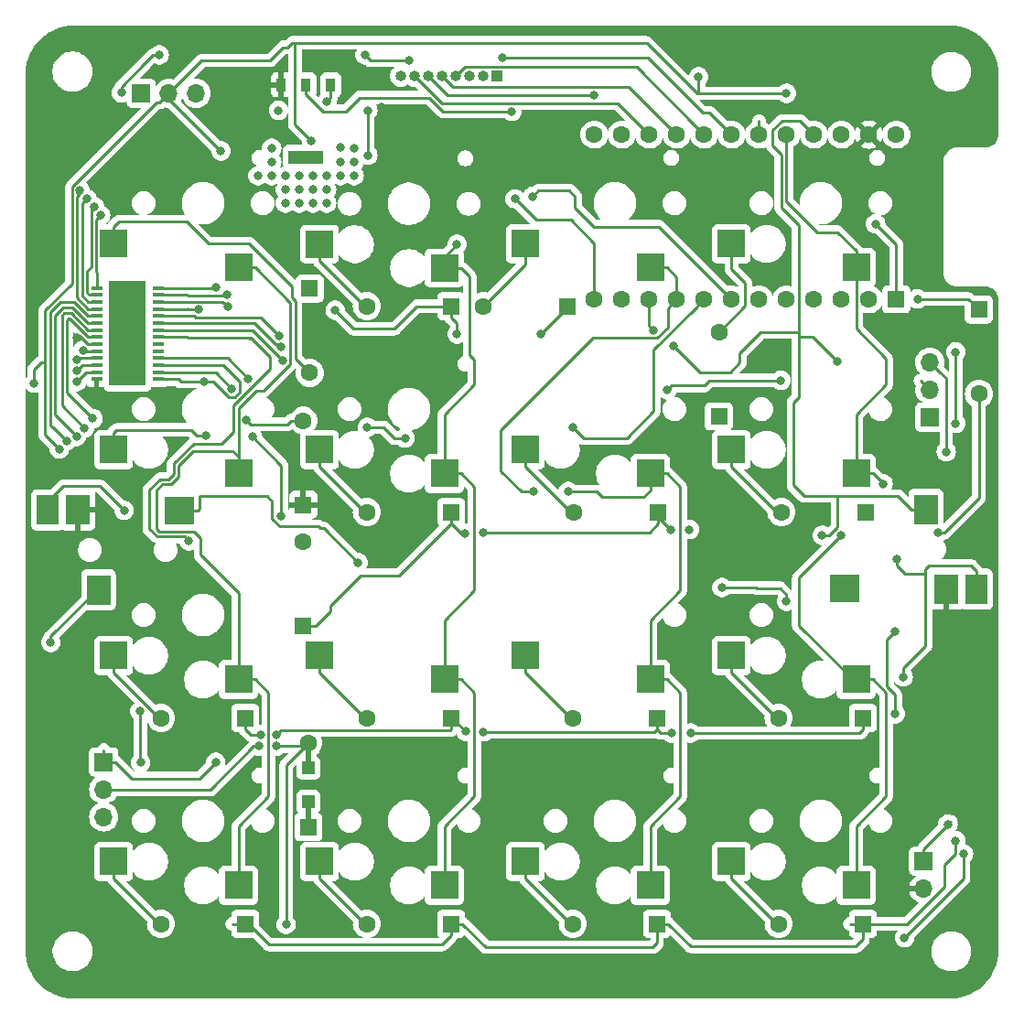
<source format=gbr>
G04 #@! TF.GenerationSoftware,KiCad,Pcbnew,8.0.7-1.fc41*
G04 #@! TF.CreationDate,2024-12-31T00:15:43+05:30*
G04 #@! TF.ProjectId,helper,68656c70-6572-42e6-9b69-6361645f7063,rev?*
G04 #@! TF.SameCoordinates,Original*
G04 #@! TF.FileFunction,Copper,L2,Bot*
G04 #@! TF.FilePolarity,Positive*
%FSLAX46Y46*%
G04 Gerber Fmt 4.6, Leading zero omitted, Abs format (unit mm)*
G04 Created by KiCad (PCBNEW 8.0.7-1.fc41) date 2024-12-31 00:15:43*
%MOMM*%
%LPD*%
G01*
G04 APERTURE LIST*
G04 #@! TA.AperFunction,SMDPad,CuDef*
%ADD10R,2.600000X2.600000*%
G04 #@! TD*
G04 #@! TA.AperFunction,ComponentPad*
%ADD11R,1.600000X1.600000*%
G04 #@! TD*
G04 #@! TA.AperFunction,ComponentPad*
%ADD12C,1.600000*%
G04 #@! TD*
G04 #@! TA.AperFunction,ComponentPad*
%ADD13O,1.000000X1.000000*%
G04 #@! TD*
G04 #@! TA.AperFunction,ComponentPad*
%ADD14R,1.000000X1.000000*%
G04 #@! TD*
G04 #@! TA.AperFunction,ComponentPad*
%ADD15R,1.700000X1.700000*%
G04 #@! TD*
G04 #@! TA.AperFunction,ComponentPad*
%ADD16O,1.700000X1.700000*%
G04 #@! TD*
G04 #@! TA.AperFunction,SMDPad,CuDef*
%ADD17R,0.500000X2.500000*%
G04 #@! TD*
G04 #@! TA.AperFunction,SMDPad,CuDef*
%ADD18R,1.200000X1.200000*%
G04 #@! TD*
G04 #@! TA.AperFunction,SMDPad,CuDef*
%ADD19R,2.000000X2.800000*%
G04 #@! TD*
G04 #@! TA.AperFunction,SMDPad,CuDef*
%ADD20R,2.800000X2.600000*%
G04 #@! TD*
G04 #@! TA.AperFunction,SMDPad,CuDef*
%ADD21R,2.200000X2.800000*%
G04 #@! TD*
G04 #@! TA.AperFunction,SMDPad,CuDef*
%ADD22R,0.930000X1.310000*%
G04 #@! TD*
G04 #@! TA.AperFunction,SMDPad,CuDef*
%ADD23R,3.240000X1.310000*%
G04 #@! TD*
G04 #@! TA.AperFunction,SMDPad,CuDef*
%ADD24R,1.100000X0.400000*%
G04 #@! TD*
G04 #@! TA.AperFunction,ComponentPad*
%ADD25C,0.600000*%
G04 #@! TD*
G04 #@! TA.AperFunction,SMDPad,CuDef*
%ADD26R,3.400000X9.700000*%
G04 #@! TD*
G04 #@! TA.AperFunction,ViaPad*
%ADD27C,0.800000*%
G04 #@! TD*
G04 #@! TA.AperFunction,Conductor*
%ADD28C,0.250000*%
G04 #@! TD*
G04 APERTURE END LIST*
D10*
X191235000Y-70720000D03*
X179685000Y-68520000D03*
X153135000Y-89770000D03*
X141585000Y-87570000D03*
X172185000Y-89770000D03*
X160635000Y-87570000D03*
X191235000Y-89770000D03*
X179685000Y-87570000D03*
X134085000Y-108820000D03*
X122535000Y-106620000D03*
X153135000Y-108820000D03*
X141585000Y-106620000D03*
X172185000Y-108820000D03*
X160635000Y-106620000D03*
X153135000Y-127870000D03*
X141585000Y-125670000D03*
X191235000Y-127870000D03*
X179685000Y-125670000D03*
D11*
X202590400Y-74598700D03*
D12*
X202590400Y-82398700D03*
D10*
X172185000Y-127870000D03*
X160635000Y-125670000D03*
X134085000Y-127870000D03*
X122535000Y-125670000D03*
X172185000Y-70720000D03*
X160635000Y-68520000D03*
X153135000Y-70764000D03*
X141585000Y-68564000D03*
X134085000Y-89770000D03*
X122535000Y-87570000D03*
D11*
X194945000Y-73660000D03*
D12*
X192405000Y-73660000D03*
X189865000Y-73660000D03*
X187325000Y-73660000D03*
X184785000Y-73660000D03*
X182245000Y-73660000D03*
X179705000Y-73660000D03*
X177165000Y-73660000D03*
X174625000Y-73660000D03*
X172085000Y-73660000D03*
X169545000Y-73660000D03*
X167005000Y-73660000D03*
X167005000Y-58420000D03*
X169545000Y-58420000D03*
X172085000Y-58420000D03*
X174625000Y-58420000D03*
X177165000Y-58420000D03*
X179705000Y-58420000D03*
X182245000Y-58420000D03*
X184785000Y-58420000D03*
X187325000Y-58420000D03*
X189865000Y-58420000D03*
X192405000Y-58420000D03*
X194945000Y-58420000D03*
D10*
X134085000Y-70720000D03*
X122535000Y-68520000D03*
X191235000Y-108820000D03*
X179685000Y-106620000D03*
D11*
X140081000Y-92673000D03*
D12*
X140081000Y-84873000D03*
D11*
X140665200Y-72655600D03*
D12*
X140665200Y-80455600D03*
D11*
X153760000Y-74295000D03*
D12*
X145960000Y-74295000D03*
D11*
X164555000Y-74295000D03*
D12*
X156755000Y-74295000D03*
D11*
X178536600Y-84494200D03*
D12*
X178536600Y-76694200D03*
D11*
X140081000Y-103849000D03*
D12*
X140081000Y-96049000D03*
D11*
X153760000Y-93345000D03*
D12*
X145960000Y-93345000D03*
D11*
X172937000Y-93345000D03*
D12*
X165137000Y-93345000D03*
D11*
X192114000Y-93345000D03*
D12*
X184314000Y-93345000D03*
D11*
X134710000Y-112395000D03*
D12*
X126910000Y-112395000D03*
D11*
X153760000Y-112395000D03*
D12*
X145960000Y-112395000D03*
D11*
X172810000Y-112395000D03*
D12*
X165010000Y-112395000D03*
D11*
X191860000Y-112395000D03*
D12*
X184060000Y-112395000D03*
D11*
X134710000Y-131445000D03*
D12*
X126910000Y-131445000D03*
D11*
X153760000Y-131445000D03*
D12*
X145960000Y-131445000D03*
D11*
X172810000Y-131445000D03*
D12*
X165010000Y-131445000D03*
D11*
X191860000Y-131445000D03*
D12*
X184060000Y-131445000D03*
D13*
X156730000Y-53000000D03*
D14*
X158000000Y-53000000D03*
D13*
X155460000Y-53000000D03*
X154190000Y-53000000D03*
X152920000Y-53000000D03*
X151650000Y-53000000D03*
X150380000Y-53000000D03*
X149110000Y-53000000D03*
D15*
X198056500Y-84556600D03*
D16*
X198056500Y-82016600D03*
X198056500Y-79476600D03*
D11*
X140550900Y-122492600D03*
D17*
X140550900Y-121292600D03*
D18*
X140550900Y-120167600D03*
X140550900Y-117017600D03*
D17*
X140550900Y-115892600D03*
D12*
X140550900Y-114692600D03*
D15*
X121615200Y-116459000D03*
D16*
X121615200Y-118999000D03*
X121615200Y-121539000D03*
D15*
X125095000Y-54610000D03*
D16*
X127635000Y-54610000D03*
X130175000Y-54610000D03*
D19*
X202374400Y-100486700D03*
D20*
X190174400Y-100386700D03*
D21*
X197674400Y-93086700D03*
X199574400Y-100486700D03*
D19*
X116433700Y-93150200D03*
D20*
X128633700Y-93250200D03*
D21*
X121133700Y-100550200D03*
X119233700Y-93150200D03*
D22*
X138045000Y-53805000D03*
X140335000Y-53805000D03*
X142625000Y-53805000D03*
D23*
X140335000Y-60495000D03*
D24*
X120975000Y-81047300D03*
X120975000Y-80397300D03*
X120975000Y-79747300D03*
X120975000Y-79097300D03*
X120975000Y-78447300D03*
X120975000Y-77797300D03*
X120975000Y-77147300D03*
X120975000Y-76497300D03*
X120975000Y-75847300D03*
X120975000Y-75197300D03*
X120975000Y-74547300D03*
X120975000Y-73897300D03*
X120975000Y-73247300D03*
X120975000Y-72597300D03*
X126675000Y-72597300D03*
X126675000Y-73247300D03*
X126675000Y-73897300D03*
X126675000Y-74547300D03*
X126675000Y-75197300D03*
X126675000Y-75847300D03*
X126675000Y-76497300D03*
X126675000Y-77147300D03*
X126675000Y-77797300D03*
X126675000Y-78447300D03*
X126675000Y-79097300D03*
X126675000Y-79747300D03*
X126675000Y-80397300D03*
X126675000Y-81047300D03*
D25*
X122525000Y-72372300D03*
X122525000Y-74152300D03*
X122525000Y-75932300D03*
X122525000Y-77712300D03*
X122525000Y-79492300D03*
X122525000Y-81272300D03*
X123825000Y-72372300D03*
X123825000Y-74152300D03*
X123825000Y-75932300D03*
D26*
X123825000Y-76822300D03*
D25*
X123825000Y-77712300D03*
X123825000Y-79492300D03*
X123825000Y-81272300D03*
X125125000Y-72372300D03*
X125125000Y-74152300D03*
X125125000Y-75932300D03*
X125125000Y-77712300D03*
X125125000Y-79492300D03*
X125125000Y-81272300D03*
D15*
X197485000Y-125628400D03*
D16*
X197485000Y-128168400D03*
D27*
X142240000Y-63500000D03*
X139700000Y-63500000D03*
X138430000Y-63500000D03*
X142240000Y-63500000D03*
X143510000Y-60960000D03*
X139700000Y-62230000D03*
X137160000Y-59690000D03*
X144780000Y-62230000D03*
X143510000Y-62230000D03*
X142240000Y-64770000D03*
X139700000Y-64770000D03*
X140970000Y-64770000D03*
X138430000Y-62230000D03*
X140970000Y-63500000D03*
X144780000Y-60960000D03*
X137160000Y-60960000D03*
X142240000Y-63500000D03*
X138430000Y-64770000D03*
X137160000Y-62230000D03*
X143484600Y-59639200D03*
X135890000Y-62230000D03*
X144780000Y-59690000D03*
X142240000Y-62230000D03*
X140970000Y-62230000D03*
X201175010Y-124960990D03*
X195704854Y-132712854D03*
X116713000Y-105410000D03*
X146050000Y-53340000D03*
X133858000Y-62484000D03*
X119126000Y-77216000D03*
X147320000Y-55880000D03*
X132969000Y-62484000D03*
X133350000Y-63373000D03*
X153670000Y-59055000D03*
X121412000Y-83312000D03*
X202158600Y-103339900D03*
X151079200Y-56108600D03*
X134493000Y-63373000D03*
X154292300Y-76873100D03*
X143027400Y-74676000D03*
X172500000Y-76500000D03*
X162064700Y-76898500D03*
X184277000Y-81153000D03*
X156730700Y-95224600D03*
X173736000Y-82042000D03*
X155041600Y-95300800D03*
X175793400Y-94957900D03*
X174091600Y-94957900D03*
X138049000Y-93726000D03*
X131064000Y-86275000D03*
X135382000Y-86360000D03*
X174129700Y-113792000D03*
X194855000Y-112014000D03*
X136125301Y-113931700D03*
X155079700Y-113614200D03*
X175920400Y-113792000D03*
X137575301Y-113931700D03*
X194818000Y-104381300D03*
X156756100Y-113690400D03*
X161290000Y-64135000D03*
X134085000Y-70720000D03*
X193040000Y-66675000D03*
X154305000Y-68580000D03*
X161417000Y-91440000D03*
X164592000Y-91440000D03*
X119694408Y-78372300D03*
X167000000Y-54775000D03*
X149860000Y-51562000D03*
X119126495Y-79221539D03*
X123258153Y-54551153D03*
X126746000Y-51054000D03*
X145796000Y-51054000D03*
X158496000Y-51308000D03*
X199725010Y-122212100D03*
X199567800Y-87757000D03*
X195580000Y-108585000D03*
X125026082Y-116527918D03*
X123504100Y-93188300D03*
X194970400Y-97739200D03*
X124968000Y-111760000D03*
X145161000Y-98044000D03*
X184785000Y-101600000D03*
X196913500Y-73621900D03*
X178816000Y-100330000D03*
X190174400Y-100386700D03*
X159385000Y-56261000D03*
X200450010Y-123748800D03*
X200450010Y-78530010D03*
X200450010Y-85140800D03*
X140843000Y-59007499D03*
X117500000Y-87500000D03*
X176657000Y-53086000D03*
X132461000Y-59944000D03*
X184785000Y-54610000D03*
X115189000Y-81407000D03*
X189460000Y-79375000D03*
X131979800Y-116497100D03*
X130937000Y-81280000D03*
X174371000Y-77978000D03*
X188087000Y-95504000D03*
X193713100Y-90728800D03*
X189866498Y-95478600D03*
X146050000Y-60325000D03*
X146050000Y-56171000D03*
X119126000Y-80246996D03*
X159677100Y-64363600D03*
X137575301Y-115000000D03*
X136000000Y-115000000D03*
X198805800Y-95262700D03*
X138500000Y-131500000D03*
X137795000Y-56171000D03*
X142260082Y-55401387D03*
X129500000Y-96000000D03*
X138162236Y-79287164D03*
X137976676Y-78076299D03*
X137883900Y-77080611D03*
X130429000Y-74622300D03*
X133106397Y-74352802D03*
X133007100Y-73228200D03*
X132041900Y-72580500D03*
X121335800Y-65900300D03*
X120758563Y-65083721D03*
X120059326Y-64368828D03*
X119419518Y-63600291D03*
X118185680Y-86763641D03*
X119100600Y-86360000D03*
X119849900Y-85572600D03*
X120611900Y-84696300D03*
X119126000Y-81272301D03*
X149500000Y-86500000D03*
X146000000Y-85500000D03*
X135000000Y-81000000D03*
X165000000Y-85500000D03*
X133477000Y-81915000D03*
X134810000Y-84836000D03*
D28*
X116713000Y-104844315D02*
X120969015Y-100588300D01*
X201175010Y-127242698D02*
X199840010Y-128577698D01*
X201175010Y-124960990D02*
X201175010Y-127242698D01*
X198056500Y-82016600D02*
X197206501Y-81166601D01*
X116713000Y-105410000D02*
X116713000Y-104844315D01*
X197206501Y-81166601D02*
X197166601Y-81166601D01*
X199840010Y-128577698D02*
X195704854Y-132712854D01*
X119126000Y-77036008D02*
X119051992Y-77036008D01*
X200342500Y-103936800D02*
X199574400Y-103168700D01*
X202158600Y-103339900D02*
X201561700Y-103936800D01*
X151130000Y-55880000D02*
X147320000Y-55880000D01*
X153670000Y-59055000D02*
X153670000Y-58420000D01*
X199574400Y-103168700D02*
X199574400Y-100486700D01*
X120975000Y-82875000D02*
X121412000Y-83312000D01*
X120975000Y-77797300D02*
X120175000Y-77797300D01*
X119413708Y-77036008D02*
X119126000Y-77036008D01*
X153670000Y-58420000D02*
X151130000Y-55880000D01*
X201561700Y-103936800D02*
X200342500Y-103936800D01*
X120975000Y-81047300D02*
X120975000Y-82875000D01*
X120175000Y-77797300D02*
X119413708Y-77036008D01*
X123005000Y-66500000D02*
X129291002Y-66500000D01*
X129291002Y-66500000D02*
X131291002Y-68500000D01*
X122535000Y-68520000D02*
X122535000Y-66970000D01*
X139337247Y-79127647D02*
X140665200Y-80455600D01*
X131291002Y-68500000D02*
X135050002Y-68500000D01*
X122535000Y-66970000D02*
X123005000Y-66500000D01*
X139000000Y-73448590D02*
X139337247Y-73785837D01*
X135050002Y-68500000D02*
X139000000Y-72449998D01*
X139000000Y-72449998D02*
X139000000Y-73448590D01*
X139337247Y-73785837D02*
X139337247Y-79127647D01*
X153760000Y-75345000D02*
X154292300Y-75877300D01*
X143027400Y-74676000D02*
X144729200Y-76377800D01*
X153760000Y-74295000D02*
X153760000Y-75345000D01*
X154292300Y-75877300D02*
X154292300Y-76873100D01*
X164555000Y-74408200D02*
X164555000Y-74295000D01*
X172085000Y-73660000D02*
X172085000Y-76085000D01*
X151435000Y-74295000D02*
X153760000Y-74295000D01*
X150585000Y-74295000D02*
X151435000Y-74295000D01*
X144729200Y-76377800D02*
X148502200Y-76377800D01*
X162064700Y-76898500D02*
X164555000Y-74408200D01*
X172085000Y-76085000D02*
X172500000Y-76500000D01*
X148502200Y-76377800D02*
X150585000Y-74295000D01*
X145766000Y-74295000D02*
X145960000Y-74295000D01*
X141585000Y-70114000D02*
X145766000Y-74295000D01*
X141585000Y-68564000D02*
X141585000Y-70114000D01*
X160635000Y-70415000D02*
X156755000Y-74295000D01*
X160635000Y-68520000D02*
X160635000Y-70415000D01*
X180975000Y-74255800D02*
X180975000Y-72136000D01*
X179685000Y-70846000D02*
X179685000Y-68520000D01*
X178536600Y-76694200D02*
X180975000Y-74255800D01*
X180975000Y-72136000D02*
X179685000Y-70846000D01*
X154665800Y-95300800D02*
X155041600Y-95300800D01*
X176548999Y-81642001D02*
X177183999Y-81642001D01*
X172107400Y-95224600D02*
X172937000Y-94395000D01*
X177673000Y-81153000D02*
X184277000Y-81153000D01*
X176548999Y-81642001D02*
X176675999Y-81642001D01*
X141261000Y-103849000D02*
X142621000Y-102489000D01*
X153760000Y-94395000D02*
X153760000Y-93345000D01*
X174135999Y-81642001D02*
X176548999Y-81642001D01*
X145415000Y-99187000D02*
X148968000Y-99187000D01*
X172937000Y-94395000D02*
X172937000Y-93345000D01*
X142621000Y-101981000D02*
X145415000Y-99187000D01*
X148992300Y-99162700D02*
X153760000Y-94395000D01*
X140081000Y-103849000D02*
X141261000Y-103849000D01*
X172937000Y-93345000D02*
X172937000Y-93803300D01*
X156730700Y-95224600D02*
X172107400Y-95224600D01*
X153760000Y-94395000D02*
X154665800Y-95300800D01*
X173736000Y-82042000D02*
X174135999Y-81642001D01*
X142621000Y-102489000D02*
X142621000Y-101981000D01*
X148968000Y-99187000D02*
X148992300Y-99162700D01*
X172937000Y-93803300D02*
X174091600Y-94957900D01*
X177183999Y-81642001D02*
X177673000Y-81153000D01*
X131064000Y-86275000D02*
X130246538Y-86275000D01*
X129716537Y-85744999D02*
X122810001Y-85744999D01*
X130246538Y-86275000D02*
X129716537Y-85744999D01*
X135382000Y-86360000D02*
X138049000Y-89027000D01*
X135382000Y-86447800D02*
X135382000Y-86360000D01*
X122535000Y-86020000D02*
X122535000Y-87570000D01*
X122810001Y-85744999D02*
X122535000Y-86020000D01*
X138049000Y-89027000D02*
X138049000Y-93726000D01*
X141585000Y-89120000D02*
X145810000Y-93345000D01*
X141585000Y-87570000D02*
X141585000Y-89120000D01*
X145810000Y-93345000D02*
X145960000Y-93345000D01*
X164860000Y-93345000D02*
X165137000Y-93345000D01*
X160635000Y-87570000D02*
X160635000Y-89120000D01*
X160635000Y-89120000D02*
X164860000Y-93345000D01*
X172810000Y-113445000D02*
X173157000Y-113792000D01*
X137975300Y-113531701D02*
X153673299Y-113531701D01*
X172810000Y-113445000D02*
X172810000Y-112395000D01*
X194855000Y-110253590D02*
X194081400Y-109479990D01*
X137575301Y-113931700D02*
X137975300Y-113531701D01*
X153760000Y-112395000D02*
X153860500Y-112395000D01*
X156756100Y-113690400D02*
X172564600Y-113690400D01*
X194081400Y-105117900D02*
X194818000Y-104381300D01*
X175920400Y-113792000D02*
X191513000Y-113792000D01*
X134710000Y-113445000D02*
X135196700Y-113931700D01*
X134710000Y-112395000D02*
X134710000Y-113445000D01*
X172564600Y-113690400D02*
X172810000Y-113445000D01*
X153673299Y-113531701D02*
X153760000Y-113445000D01*
X194855000Y-112014000D02*
X194855000Y-110253590D01*
X191860000Y-113445000D02*
X191860000Y-112395000D01*
X173157000Y-113792000D02*
X174129700Y-113792000D01*
X191513000Y-113792000D02*
X191860000Y-113445000D01*
X194081400Y-109479990D02*
X194081400Y-105117900D01*
X153860500Y-112395000D02*
X155079700Y-113614200D01*
X153760000Y-113445000D02*
X153760000Y-112395000D01*
X135196700Y-113931700D02*
X136125301Y-113931700D01*
X183910000Y-93345000D02*
X179685000Y-89120000D01*
X184314000Y-93345000D02*
X183910000Y-93345000D01*
X183910000Y-93345000D02*
X184060000Y-93345000D01*
X179685000Y-89120000D02*
X179685000Y-87570000D01*
X122535000Y-108170000D02*
X126760000Y-112395000D01*
X126760000Y-112395000D02*
X126910000Y-112395000D01*
X122535000Y-106620000D02*
X122535000Y-108170000D01*
X136850301Y-110035301D02*
X136850301Y-119639365D01*
X126517400Y-91287600D02*
X126517400Y-94932500D01*
X134085000Y-88220000D02*
X133545800Y-87680800D01*
X138887237Y-73972237D02*
X138887237Y-79635165D01*
X165227000Y-65151000D02*
X165227000Y-64135000D01*
X127050800Y-90754200D02*
X126517400Y-91287600D01*
X126517400Y-94932500D02*
X126733300Y-95148400D01*
X134085000Y-70720000D02*
X135635000Y-70720000D01*
X130553698Y-95742998D02*
X130553698Y-97292398D01*
X134085000Y-83745400D02*
X134085000Y-89770000D01*
X126733300Y-95148400D02*
X129959100Y-95148400D01*
X136850301Y-119639365D02*
X134085000Y-122404666D01*
X135737600Y-82092800D02*
X134085000Y-83745400D01*
X129959100Y-95148400D02*
X130553698Y-95742998D01*
X172974000Y-66929000D02*
X167640000Y-66929000D01*
X167005000Y-66929000D02*
X165227000Y-65151000D01*
X161830901Y-63594099D02*
X161290000Y-64135000D01*
X165227000Y-64135000D02*
X164686099Y-63594099D01*
X135635000Y-70720000D02*
X138887237Y-73972237D01*
X134085000Y-122404666D02*
X134085000Y-126320000D01*
X134085000Y-100823700D02*
X134085000Y-108820000D01*
X134085000Y-89770000D02*
X133511002Y-89770000D01*
X129882900Y-87680800D02*
X128536700Y-89027000D01*
X179705000Y-73660000D02*
X172974000Y-66929000D01*
X127876300Y-90754200D02*
X127050800Y-90754200D01*
X167640000Y-66929000D02*
X167005000Y-66929000D01*
X135635000Y-108820000D02*
X136850301Y-110035301D01*
X133545800Y-87680800D02*
X129882900Y-87680800D01*
X134085000Y-126320000D02*
X134085000Y-127870000D01*
X164686099Y-63594099D02*
X161830901Y-63594099D01*
X134085000Y-108820000D02*
X135635000Y-108820000D01*
X128536700Y-89027000D02*
X128536700Y-90093800D01*
X128536700Y-90093800D02*
X127876300Y-90754200D01*
X134085000Y-89770000D02*
X134085000Y-88220000D01*
X130553698Y-97292398D02*
X134085000Y-100823700D01*
X138887237Y-79635165D02*
X136429602Y-82092800D01*
X136429602Y-82092800D02*
X135737600Y-82092800D01*
X153135000Y-88220000D02*
X153135000Y-89770000D01*
X155900301Y-110035301D02*
X155900301Y-119639365D01*
X153135000Y-103354666D02*
X153135000Y-107270000D01*
X153135000Y-126320000D02*
X153135000Y-127870000D01*
X194945000Y-68580000D02*
X193040000Y-66675000D01*
X153135000Y-89770000D02*
X154685000Y-89770000D01*
X153135000Y-69750000D02*
X153135000Y-70764000D01*
X153135000Y-70764000D02*
X154685000Y-70764000D01*
X155900301Y-119639365D02*
X153135000Y-122404666D01*
X155473745Y-78799699D02*
X155900301Y-79226255D01*
X155900301Y-81539365D02*
X153135000Y-84304666D01*
X153135000Y-108820000D02*
X154685000Y-108820000D01*
X154685000Y-70764000D02*
X155473745Y-71552745D01*
X155473745Y-71552745D02*
X155473745Y-78799699D01*
X155900301Y-100589365D02*
X153135000Y-103354666D01*
X154685000Y-108820000D02*
X155900301Y-110035301D01*
X154305000Y-68580000D02*
X153135000Y-69750000D01*
X155900301Y-79226255D02*
X155900301Y-81539365D01*
X194945000Y-73660000D02*
X194945000Y-68580000D01*
X155900301Y-90985301D02*
X155900301Y-100589365D01*
X153135000Y-107270000D02*
X153135000Y-108820000D01*
X154685000Y-89770000D02*
X155900301Y-90985301D01*
X153135000Y-122404666D02*
X153135000Y-126320000D01*
X153135000Y-84304666D02*
X153135000Y-88220000D01*
X174950301Y-90985301D02*
X174950301Y-100589365D01*
X174950301Y-110035301D02*
X174950301Y-119639365D01*
X174950301Y-100589365D02*
X172185000Y-103354666D01*
X166868999Y-77225001D02*
X158369000Y-85725000D01*
X174625000Y-72528630D02*
X174625000Y-73660000D01*
X172185000Y-126320000D02*
X172185000Y-127870000D01*
X174625000Y-71610000D02*
X174625000Y-72528630D01*
X173735000Y-89770000D02*
X174950301Y-90985301D01*
X172185000Y-122404666D02*
X172185000Y-126320000D01*
X158369000Y-89535000D02*
X160274000Y-91440000D01*
X172185000Y-91320000D02*
X172185000Y-89770000D01*
X164592000Y-91440000D02*
X167259000Y-91440000D01*
X174625000Y-73660000D02*
X173825001Y-74459999D01*
X170170999Y-77225001D02*
X166868999Y-77225001D01*
X171557000Y-91948000D02*
X172185000Y-91320000D01*
X173735000Y-70720000D02*
X174625000Y-71610000D01*
X171967001Y-77225001D02*
X170170999Y-77225001D01*
X167767000Y-91948000D02*
X171557000Y-91948000D01*
X167259000Y-91440000D02*
X167767000Y-91948000D01*
X173825001Y-76248001D02*
X172848001Y-77225001D01*
X172185000Y-70720000D02*
X173735000Y-70720000D01*
X173825001Y-74459999D02*
X173825001Y-76248001D01*
X172185000Y-103354666D02*
X172185000Y-107270000D01*
X171967001Y-77225001D02*
X171958000Y-77216000D01*
X160274000Y-91440000D02*
X161417000Y-91440000D01*
X158369000Y-85725000D02*
X158369000Y-89535000D01*
X172185000Y-108820000D02*
X173735000Y-108820000D01*
X173735000Y-108820000D02*
X174950301Y-110035301D01*
X172848001Y-77225001D02*
X171967001Y-77225001D01*
X172185000Y-107270000D02*
X172185000Y-108820000D01*
X174950301Y-119639365D02*
X172185000Y-122404666D01*
X172185000Y-89770000D02*
X173735000Y-89770000D01*
X119769408Y-78447300D02*
X119694408Y-78372300D01*
X153425000Y-54775000D02*
X151650000Y-53000000D01*
X120975000Y-78447300D02*
X119769408Y-78447300D01*
X167000000Y-54775000D02*
X153425000Y-54775000D01*
X150380000Y-53000000D02*
X152880000Y-55500000D01*
X152880000Y-55500000D02*
X169165000Y-55500000D01*
X171285001Y-57620001D02*
X172085000Y-58420000D01*
X169165000Y-55500000D02*
X171285001Y-57620001D01*
X146558000Y-51562000D02*
X146304000Y-51562000D01*
X152920000Y-53000000D02*
X153920000Y-54000000D01*
X126746000Y-51054000D02*
X126180315Y-51054000D01*
X125427621Y-51806694D02*
X125427621Y-51816000D01*
X149860000Y-51562000D02*
X146558000Y-51562000D01*
X173825001Y-57620001D02*
X174625000Y-58420000D01*
X119250734Y-79097300D02*
X119126495Y-79221539D01*
X153920000Y-54000000D02*
X170205000Y-54000000D01*
X126180315Y-51054000D02*
X125427621Y-51806694D01*
X170205000Y-54000000D02*
X173825001Y-57620001D01*
X120975000Y-79097300D02*
X119250734Y-79097300D01*
X146304000Y-51562000D02*
X145796000Y-51054000D01*
X123258153Y-54551153D02*
X123258153Y-53985468D01*
X123258153Y-53985468D02*
X125427621Y-51816000D01*
X155015001Y-52174999D02*
X170919999Y-52174999D01*
X154190000Y-53000000D02*
X155015001Y-52174999D01*
X176365001Y-57620001D02*
X177165000Y-58420000D01*
X170919999Y-52174999D02*
X176365001Y-57620001D01*
X171958000Y-51308000D02*
X177038000Y-56388000D01*
X158496000Y-51308000D02*
X171958000Y-51308000D01*
X177038000Y-56388000D02*
X177673000Y-56388000D01*
X177673000Y-56388000D02*
X179705000Y-58420000D01*
X198906499Y-80326599D02*
X198919199Y-80326599D01*
X197485000Y-124528400D02*
X197485000Y-125628400D01*
X199725010Y-122212100D02*
X197485000Y-124528400D01*
X198056500Y-79476600D02*
X198906499Y-80326599D01*
X199567800Y-80975200D02*
X199567800Y-87757000D01*
X200000000Y-122013400D02*
X199725010Y-122212100D01*
X198919199Y-80326599D02*
X199567800Y-80975200D01*
X141585000Y-106620000D02*
X141585000Y-108170000D01*
X141585000Y-108170000D02*
X145810000Y-112395000D01*
X145810000Y-112395000D02*
X145960000Y-112395000D01*
X125000000Y-116501836D02*
X125026082Y-116527918D01*
X195580000Y-108585000D02*
X195580000Y-107797600D01*
X195725515Y-99060000D02*
X197637400Y-99060000D01*
X202374400Y-100486700D02*
X202374400Y-98836700D01*
X125000000Y-113000000D02*
X125000000Y-116501836D01*
X195580000Y-107797600D02*
X197637400Y-105740200D01*
X194970400Y-97739200D02*
X194970400Y-98304885D01*
X117896300Y-90932000D02*
X116040000Y-92788300D01*
X123504100Y-93188300D02*
X121247800Y-90932000D01*
X125000000Y-113157000D02*
X125000000Y-111792000D01*
X197993000Y-98310700D02*
X197637400Y-98666300D01*
X125000000Y-113000000D02*
X125000000Y-113157000D01*
X116040000Y-92788300D02*
X116040000Y-93188300D01*
X125000000Y-111792000D02*
X124968000Y-111760000D01*
X194970400Y-98304885D02*
X195725515Y-99060000D01*
X121247800Y-90932000D02*
X117896300Y-90932000D01*
X201848400Y-98310700D02*
X197993000Y-98310700D01*
X197637400Y-98666300D02*
X197637400Y-99060000D01*
X197637400Y-105740200D02*
X197637400Y-99060000D01*
X202374400Y-98836700D02*
X201848400Y-98310700D01*
X137185400Y-93935402D02*
X137185400Y-92329000D01*
X136740900Y-91884500D02*
X130467100Y-91884500D01*
X137903098Y-94653100D02*
X137185400Y-93935402D01*
X145161000Y-98044000D02*
X141955300Y-94838300D01*
X178816000Y-100330000D02*
X181949300Y-100330000D01*
X181949300Y-100330000D02*
X182001700Y-100382400D01*
X184785000Y-100965000D02*
X184202400Y-100382400D01*
X141637800Y-94838300D02*
X141452600Y-94653100D01*
X201613600Y-73621900D02*
X202590400Y-74598700D01*
X141955300Y-94838300D02*
X141637800Y-94838300D01*
X137185400Y-92329000D02*
X136740900Y-91884500D01*
X130467100Y-93066800D02*
X130283700Y-93250200D01*
X130283700Y-93250200D02*
X128633700Y-93250200D01*
X184785000Y-101600000D02*
X184785000Y-100965000D01*
X196913500Y-73621900D02*
X201613600Y-73621900D01*
X141452600Y-94653100D02*
X137903098Y-94653100D01*
X130467100Y-91884500D02*
X130467100Y-93066800D01*
X184202400Y-100382400D02*
X182001700Y-100382400D01*
X140335000Y-53995000D02*
X140335000Y-53805000D01*
X145288000Y-54991000D02*
X151734590Y-54991000D01*
X140335000Y-53805000D02*
X140335000Y-54710000D01*
X140335000Y-54710000D02*
X141886000Y-56261000D01*
X151734590Y-54991000D02*
X153004590Y-56261000D01*
X144018000Y-56261000D02*
X145288000Y-54991000D01*
X158819315Y-56261000D02*
X159385000Y-56261000D01*
X153004590Y-56261000D02*
X158819315Y-56261000D01*
X141886000Y-56261000D02*
X144018000Y-56261000D01*
X160635000Y-106620000D02*
X160635000Y-108170000D01*
X160635000Y-108170000D02*
X164860000Y-112395000D01*
X164860000Y-112395000D02*
X165010000Y-112395000D01*
X183910000Y-112395000D02*
X184060000Y-112395000D01*
X179685000Y-108170000D02*
X183910000Y-112395000D01*
X179685000Y-106620000D02*
X179685000Y-108170000D01*
X122535000Y-127220000D02*
X126760000Y-131445000D01*
X126760000Y-131445000D02*
X126910000Y-131445000D01*
X122535000Y-125670000D02*
X122535000Y-127220000D01*
X200450010Y-78530010D02*
X200450010Y-83496590D01*
X195947402Y-131445000D02*
X192160000Y-131445000D01*
X200450010Y-124948392D02*
X199390000Y-126008402D01*
X182245000Y-58420000D02*
X182245000Y-57150000D01*
X156956300Y-133591300D02*
X172389800Y-133591300D01*
X191860000Y-132866300D02*
X191860000Y-131445000D01*
X152892300Y-133362700D02*
X153760000Y-132495000D01*
X136927700Y-133362700D02*
X152892300Y-133362700D01*
X133510000Y-131445000D02*
X135010000Y-131445000D01*
X200450010Y-123748800D02*
X200450010Y-124948392D01*
X172810000Y-131445000D02*
X173860000Y-131445000D01*
X172810000Y-133171100D02*
X172810000Y-131445000D01*
X153760000Y-132495000D02*
X153760000Y-131445000D01*
X154810000Y-131445000D02*
X156956300Y-133591300D01*
X200450010Y-83496590D02*
X200450010Y-84400492D01*
X135010000Y-131445000D02*
X136927700Y-133362700D01*
X153760000Y-131445000D02*
X154810000Y-131445000D01*
X173860000Y-131445000D02*
X175942800Y-133527800D01*
X191198500Y-133527800D02*
X191860000Y-132866300D01*
X199390000Y-128002402D02*
X195947402Y-131445000D01*
X199390000Y-126008402D02*
X199390000Y-128002402D01*
X172389800Y-133591300D02*
X172810000Y-133171100D01*
X192160000Y-131445000D02*
X190660000Y-131445000D01*
X200450010Y-84400492D02*
X200450010Y-85140800D01*
X175942800Y-133527800D02*
X191198500Y-133527800D01*
X141585000Y-125670000D02*
X141585000Y-127220000D01*
X145810000Y-131445000D02*
X145960000Y-131445000D01*
X141585000Y-127220000D02*
X145810000Y-131445000D01*
X160635000Y-127220000D02*
X164860000Y-131445000D01*
X160635000Y-125670000D02*
X160635000Y-127220000D01*
X164860000Y-131445000D02*
X165010000Y-131445000D01*
X179685000Y-125670000D02*
X179685000Y-127220000D01*
X179685000Y-127220000D02*
X183910000Y-131445000D01*
X183910000Y-131445000D02*
X184060000Y-131445000D01*
X185420000Y-90830400D02*
X186448700Y-91859100D01*
X128554600Y-81047300D02*
X126675000Y-81047300D01*
X118694517Y-63252290D02*
X118694517Y-72194517D01*
X140843000Y-59007499D02*
X139319000Y-57483499D01*
X133165998Y-82677000D02*
X133759592Y-82677000D01*
X116199491Y-74689543D02*
X116199491Y-79502000D01*
X176784000Y-54610000D02*
X184785000Y-54610000D01*
X136979998Y-51562000D02*
X138212999Y-50328999D01*
X134202001Y-81243001D02*
X132706300Y-79747300D01*
X182372000Y-76708000D02*
X180467000Y-78613000D01*
X127635000Y-55118000D02*
X127635000Y-54610000D01*
X132461000Y-59944000D02*
X127635000Y-55118000D01*
X184315100Y-65189100D02*
X185910001Y-66784001D01*
X128554600Y-79747300D02*
X126675000Y-79747300D01*
X138212999Y-50328999D02*
X138647001Y-50328999D01*
X188730100Y-95504000D02*
X189501700Y-94732400D01*
X187325000Y-58420000D02*
X186055000Y-57150000D01*
X116199491Y-79502000D02*
X115824000Y-79502000D01*
X138647001Y-50328999D02*
X139045990Y-49930010D01*
X176657000Y-54483000D02*
X176784000Y-54610000D01*
X130683000Y-51562000D02*
X136979998Y-51562000D01*
X134202001Y-82234591D02*
X134202001Y-81243001D01*
X121615200Y-116459000D02*
X122715200Y-116459000D01*
X185910001Y-66784001D02*
X185910001Y-76697502D01*
X124239200Y-117983000D02*
X130493900Y-117983000D01*
X189501700Y-94732400D02*
X189501700Y-91889500D01*
X139045990Y-49930010D02*
X139446000Y-49930010D01*
X185920499Y-77089000D02*
X187174000Y-77089000D01*
X128787300Y-81280000D02*
X128554600Y-81047300D01*
X184315100Y-60236100D02*
X184315100Y-65189100D01*
X118694517Y-72194517D02*
X116199491Y-74689543D01*
X183515000Y-58024998D02*
X183515000Y-59436000D01*
X179578000Y-80391000D02*
X176784000Y-80391000D01*
X176531410Y-54610000D02*
X176784000Y-54610000D01*
X195096800Y-91859100D02*
X196324400Y-93086700D01*
X185920499Y-76708000D02*
X182499000Y-76708000D01*
X130937000Y-81280000D02*
X131768998Y-81280000D01*
X139319000Y-50057010D02*
X139446000Y-49930010D01*
X184389998Y-57150000D02*
X183515000Y-58024998D01*
X115824000Y-79502000D02*
X115189000Y-80137000D01*
X183515000Y-59436000D02*
X184315100Y-60236100D01*
X131768998Y-81280000D02*
X133165998Y-82677000D01*
X185420000Y-83185000D02*
X185420000Y-90830400D01*
X126486808Y-55459999D02*
X118694517Y-63252290D01*
X127635000Y-54610000D02*
X126785001Y-55459999D01*
X139319000Y-57483499D02*
X139319000Y-50057010D01*
X176657000Y-53086000D02*
X176657000Y-54483000D01*
X130493900Y-117983000D02*
X131979800Y-116497100D01*
X186055000Y-57150000D02*
X184389998Y-57150000D01*
X189471300Y-91859100D02*
X195096800Y-91859100D01*
X185920499Y-77089000D02*
X185920499Y-82684501D01*
X180467000Y-79502000D02*
X179578000Y-80391000D01*
X187174000Y-77089000D02*
X189460000Y-79375000D01*
X132706300Y-79747300D02*
X128554600Y-79747300D01*
X185910001Y-76697502D02*
X185920499Y-76708000D01*
X116199491Y-86199491D02*
X117500000Y-87500000D01*
X121615200Y-115359000D02*
X121615200Y-116459000D01*
X127635000Y-54610000D02*
X130683000Y-51562000D01*
X196324400Y-93086700D02*
X197674400Y-93086700D01*
X185920499Y-82684501D02*
X185420000Y-83185000D01*
X130937000Y-81280000D02*
X128787300Y-81280000D01*
X139446000Y-49930010D02*
X171851420Y-49930010D01*
X133759592Y-82677000D02*
X134202001Y-82234591D01*
X115189000Y-80137000D02*
X115189000Y-81407000D01*
X180467000Y-78613000D02*
X180467000Y-79502000D01*
X126785001Y-55459999D02*
X126486808Y-55459999D01*
X116199491Y-79502000D02*
X116199491Y-86199491D01*
X182499000Y-76708000D02*
X182372000Y-76708000D01*
X189501700Y-91889500D02*
X189471300Y-91859100D01*
X185920499Y-76708000D02*
X185920499Y-77089000D01*
X171851420Y-49930010D02*
X176531410Y-54610000D01*
X188087000Y-95504000D02*
X188730100Y-95504000D01*
X186448700Y-91859100D02*
X189471300Y-91859100D01*
X122715200Y-116459000D02*
X124239200Y-117983000D01*
X176784000Y-80391000D02*
X174371000Y-77978000D01*
X189866498Y-95478600D02*
X189866498Y-95478600D01*
X192785000Y-108820000D02*
X194000301Y-110035301D01*
X193713100Y-90698100D02*
X193713100Y-90728800D01*
X191235000Y-69170000D02*
X191235000Y-70720000D01*
X194000301Y-110035301D02*
X194000301Y-119639365D01*
X191235000Y-88220000D02*
X191235000Y-89770000D01*
X191235000Y-76363500D02*
X194000301Y-79128801D01*
X184785000Y-64613462D02*
X187621238Y-67449700D01*
X189514700Y-67449700D02*
X191235000Y-69170000D01*
X191235000Y-89770000D02*
X192785000Y-89770000D01*
X191235000Y-126320000D02*
X191235000Y-127870000D01*
X191058800Y-108987262D02*
X185920499Y-103848961D01*
X191235000Y-108820000D02*
X192785000Y-108820000D01*
X191235000Y-84304666D02*
X191235000Y-88220000D01*
X185920499Y-99424599D02*
X189866498Y-95478600D01*
X185920499Y-103848961D02*
X185920499Y-99424599D01*
X191235000Y-108820000D02*
X191067738Y-108987262D01*
X192785000Y-89770000D02*
X193713100Y-90698100D01*
X194000301Y-79128801D02*
X194000301Y-81539365D01*
X187621238Y-67449700D02*
X189514700Y-67449700D01*
X191235000Y-70720000D02*
X191235000Y-76363500D01*
X191067738Y-108987262D02*
X191058800Y-108987262D01*
X194000301Y-119639365D02*
X191235000Y-122404666D01*
X191235000Y-122404666D02*
X191235000Y-126320000D01*
X194000301Y-81539365D02*
X191235000Y-84304666D01*
X184785000Y-58420000D02*
X184785000Y-64613462D01*
X167005000Y-68453000D02*
X164846000Y-66294000D01*
X146050000Y-60325000D02*
X146050000Y-56171000D01*
X164846000Y-66294000D02*
X161974046Y-66294000D01*
X120975000Y-79747300D02*
X119625696Y-79747300D01*
X146050000Y-56171000D02*
X146050000Y-56388000D01*
X161974046Y-66294000D02*
X161607500Y-66294000D01*
X119625696Y-79747300D02*
X119126000Y-80246996D01*
X161607500Y-66294000D02*
X159677100Y-64363600D01*
X167005000Y-73660000D02*
X167005000Y-68453000D01*
X121615200Y-118999000D02*
X131501000Y-118999000D01*
X131501000Y-118999000D02*
X135500000Y-115000000D01*
X202590400Y-92043785D02*
X202590400Y-83530070D01*
X202590400Y-83530070D02*
X202590400Y-82398700D01*
X135500000Y-115000000D02*
X136000000Y-115000000D01*
X198805800Y-95262700D02*
X199371485Y-95262700D01*
X140550900Y-114692600D02*
X138500000Y-116743500D01*
X199371485Y-95262700D02*
X202590400Y-92043785D01*
X137575301Y-115000000D02*
X140243500Y-115000000D01*
X138500000Y-116743500D02*
X138500000Y-131500000D01*
X140243500Y-115000000D02*
X140550900Y-114692600D01*
X142625000Y-53805000D02*
X142625000Y-55036469D01*
X142625000Y-55036469D02*
X142260082Y-55401387D01*
X127635000Y-90297000D02*
X126809500Y-90297000D01*
X125818900Y-94870410D02*
X126546900Y-95598410D01*
X132500000Y-87000000D02*
X129927290Y-87000000D01*
X126546900Y-95598410D02*
X129098410Y-95598410D01*
X128079500Y-89852500D02*
X127635000Y-90297000D01*
X125818900Y-91287600D02*
X125818900Y-94870410D01*
X128554600Y-77147300D02*
X129354600Y-77147300D01*
X133573002Y-85926998D02*
X132500000Y-87000000D01*
X129927290Y-87000000D02*
X128079500Y-88847790D01*
X126809500Y-90297000D02*
X125818900Y-91287600D01*
X133573002Y-83500000D02*
X133573002Y-85926998D01*
X128079500Y-88847790D02*
X128079500Y-89852500D01*
X129354600Y-77147300D02*
X129385200Y-77177900D01*
X135027666Y-77177900D02*
X135177900Y-77177900D01*
X135177900Y-77177900D02*
X137000000Y-79000000D01*
X128554600Y-77147300D02*
X126675000Y-77147300D01*
X137000000Y-80073002D02*
X133573002Y-83500000D01*
X129098410Y-95598410D02*
X129500000Y-96000000D01*
X129385200Y-77177900D02*
X135027666Y-77177900D01*
X137000000Y-79000000D02*
X137000000Y-80073002D01*
X135027666Y-77177900D02*
X135115933Y-77266167D01*
X135372372Y-76497300D02*
X138162236Y-79287164D01*
X128554600Y-76497300D02*
X135372372Y-76497300D01*
X128554600Y-76497300D02*
X126675000Y-76497300D01*
X128554600Y-75847300D02*
X135588100Y-75847300D01*
X135588100Y-75847300D02*
X135588100Y-75857813D01*
X137705989Y-77805612D02*
X137976676Y-78076299D01*
X135588100Y-75857813D02*
X137535899Y-77805612D01*
X128554600Y-75847300D02*
X126675000Y-75847300D01*
X128554600Y-75847300D02*
X129354600Y-75847300D01*
X137535899Y-77805612D02*
X137705989Y-77805612D01*
X126675000Y-75197300D02*
X129930998Y-75197300D01*
X136190489Y-75387200D02*
X137883900Y-77080611D01*
X129930998Y-75197300D02*
X130120898Y-75387200D01*
X130120898Y-75387200D02*
X136190489Y-75387200D01*
X128554600Y-74547300D02*
X126675000Y-74547300D01*
X130354000Y-74547300D02*
X130429000Y-74622300D01*
X128554600Y-74547300D02*
X129354600Y-74547300D01*
X129354600Y-74547300D02*
X129365600Y-74536300D01*
X129354600Y-74547300D02*
X130354000Y-74547300D01*
X128554600Y-73897300D02*
X132603198Y-73897300D01*
X132696098Y-73990200D02*
X132743795Y-73990200D01*
X132603198Y-73897300D02*
X132696098Y-73990200D01*
X128554600Y-73897300D02*
X126675000Y-73897300D01*
X132743795Y-73990200D02*
X133106397Y-74352802D01*
X129412801Y-73305501D02*
X132929799Y-73305501D01*
X129354600Y-73247300D02*
X129412801Y-73305501D01*
X128554600Y-73247300D02*
X129354600Y-73247300D01*
X128554600Y-73247300D02*
X126675000Y-73247300D01*
X132929799Y-73305501D02*
X133007100Y-73228200D01*
X128554600Y-72597300D02*
X126675000Y-72597300D01*
X128554600Y-72597300D02*
X132025100Y-72597300D01*
X132025100Y-72597300D02*
X132041900Y-72580500D01*
X120909999Y-66326101D02*
X121335800Y-65900300D01*
X120909999Y-71002699D02*
X120909999Y-70485000D01*
X120909999Y-70485000D02*
X120909999Y-66326101D01*
X120975000Y-72597300D02*
X120975000Y-71185001D01*
X120909999Y-71120000D02*
X120909999Y-70485000D01*
X120975000Y-71185001D02*
X120909999Y-71120000D01*
X120289998Y-73247300D02*
X120099999Y-73057301D01*
X120099999Y-73057301D02*
X120099999Y-71035001D01*
X120459989Y-70675011D02*
X120459989Y-68580000D01*
X120459989Y-68580000D02*
X120459989Y-68770011D01*
X120099999Y-71035001D02*
X120459989Y-70675011D01*
X120975000Y-73247300D02*
X120289998Y-73247300D01*
X120459989Y-65382295D02*
X120459989Y-68580000D01*
X120459989Y-65382295D02*
X120758563Y-65083721D01*
X120175000Y-73897300D02*
X119634000Y-73356300D01*
X120009979Y-64418175D02*
X120059326Y-64368828D01*
X119659327Y-64768827D02*
X120059326Y-64368828D01*
X120975000Y-73897300D02*
X120175000Y-73897300D01*
X119634000Y-73356300D02*
X119634000Y-70612000D01*
X119634000Y-70612000D02*
X119659327Y-70586673D01*
X119659327Y-70586673D02*
X119659327Y-64768827D01*
X119419518Y-63600291D02*
X119144527Y-63875282D01*
X119334325Y-63685484D02*
X119419518Y-63600291D01*
X119419518Y-63600291D02*
X119419518Y-63935634D01*
X119144527Y-73516827D02*
X120175000Y-74547300D01*
X119144527Y-64210625D02*
X119144527Y-73516827D01*
X119419518Y-63935634D02*
X119144527Y-64210625D01*
X120175000Y-74547300D02*
X120975000Y-74547300D01*
X118891700Y-73914000D02*
X117611444Y-73914000D01*
X117611444Y-73914000D02*
X116649500Y-74875944D01*
X116893039Y-85471000D02*
X118185680Y-86763641D01*
X120175000Y-75197300D02*
X118891700Y-73914000D01*
X116649500Y-85280500D02*
X116840000Y-85471000D01*
X116649500Y-74875944D02*
X116649500Y-85280500D01*
X116840000Y-85471000D02*
X116893039Y-85471000D01*
X120975000Y-75197300D02*
X120175000Y-75197300D01*
X117099510Y-77972490D02*
X117099510Y-84358910D01*
X118749700Y-74422000D02*
X117856000Y-74422000D01*
X117856000Y-74422000D02*
X117099510Y-75178490D01*
X117106700Y-77495400D02*
X117106700Y-77965300D01*
X117099510Y-84358910D02*
X119100600Y-86360000D01*
X120975000Y-75847300D02*
X120175000Y-75847300D01*
X120175000Y-75847300D02*
X118749700Y-74422000D01*
X117099510Y-75178490D02*
X117099510Y-77724000D01*
X117106700Y-77965300D02*
X117099510Y-77972490D01*
X117974110Y-74940300D02*
X117741700Y-75172710D01*
X118618000Y-74940300D02*
X117974110Y-74940300D01*
X120175000Y-76497300D02*
X118618000Y-74940300D01*
X117741700Y-83464400D02*
X119849900Y-85572600D01*
X120975000Y-76497300D02*
X120175000Y-76497300D01*
X117741700Y-75172710D02*
X117741700Y-83464400D01*
X118364000Y-75438000D02*
X118191710Y-75610290D01*
X118191710Y-82276110D02*
X120611900Y-84696300D01*
X118191710Y-77978000D02*
X118191710Y-82276110D01*
X118191710Y-75610290D02*
X118191710Y-77724000D01*
X118479290Y-75438000D02*
X118364000Y-75438000D01*
X118191710Y-77832790D02*
X118191710Y-77978000D01*
X120975000Y-77147300D02*
X120188590Y-77147300D01*
X118191710Y-77724000D02*
X118191710Y-77978000D01*
X120188590Y-77147300D02*
X118479290Y-75438000D01*
X120001001Y-80397300D02*
X119126000Y-81272301D01*
X120975000Y-80397300D02*
X120001001Y-80397300D01*
X172500000Y-84000000D02*
X172500000Y-78325000D01*
X176365001Y-74459999D02*
X177165000Y-73660000D01*
X133097300Y-79097300D02*
X135000000Y-81000000D01*
X146500000Y-85500000D02*
X147500000Y-85500000D01*
X172500000Y-78325000D02*
X176365001Y-74459999D01*
X147500000Y-85500000D02*
X148500000Y-86500000D01*
X166000000Y-86500000D02*
X170000000Y-86500000D01*
X148500000Y-86500000D02*
X149500000Y-86500000D01*
X128554600Y-79097300D02*
X126675000Y-79097300D01*
X128554600Y-79097300D02*
X133097300Y-79097300D01*
X170000000Y-86500000D02*
X172500000Y-84000000D01*
X146500000Y-85500000D02*
X146000000Y-85500000D01*
X165000000Y-85500000D02*
X166000000Y-86500000D01*
X122779600Y-81122300D02*
X122854600Y-81047300D01*
X138949630Y-84873000D02*
X140081000Y-84873000D01*
X138586631Y-85235999D02*
X138949630Y-84873000D01*
X128554600Y-80397300D02*
X131959300Y-80397300D01*
X134810000Y-84836000D02*
X135209999Y-85235999D01*
X128554600Y-80397300D02*
X126675000Y-80397300D01*
X131959300Y-80397300D02*
X133477000Y-81915000D01*
X135209999Y-85235999D02*
X138586631Y-85235999D01*
G04 #@! TA.AperFunction,Conductor*
G36*
X200025562Y-48360526D02*
G01*
X200424752Y-48378981D01*
X200426945Y-48379184D01*
X200822199Y-48434319D01*
X200824374Y-48434725D01*
X201212865Y-48526097D01*
X201214972Y-48526697D01*
X201593364Y-48653522D01*
X201595431Y-48654323D01*
X201960491Y-48815513D01*
X201962476Y-48816501D01*
X202311119Y-49010694D01*
X202313003Y-49011861D01*
X202642231Y-49237387D01*
X202643997Y-49238721D01*
X202808949Y-49375695D01*
X202951010Y-49493661D01*
X202952649Y-49495154D01*
X203234845Y-49777350D01*
X203236338Y-49778989D01*
X203491276Y-50085999D01*
X203492612Y-50087768D01*
X203718138Y-50416996D01*
X203719305Y-50418880D01*
X203913498Y-50767523D01*
X203914486Y-50769508D01*
X204075676Y-51134568D01*
X204076477Y-51136635D01*
X204203298Y-51515015D01*
X204203905Y-51517147D01*
X204295273Y-51905623D01*
X204295680Y-51907802D01*
X204350814Y-52303047D01*
X204351018Y-52305255D01*
X204369474Y-52704437D01*
X204369500Y-52705545D01*
X204369500Y-58418948D01*
X204369409Y-58421040D01*
X204351915Y-58620993D01*
X204351188Y-58625113D01*
X204299514Y-58817966D01*
X204298083Y-58821897D01*
X204213705Y-59002843D01*
X204211614Y-59006466D01*
X204097094Y-59170018D01*
X204094405Y-59173223D01*
X203953223Y-59314405D01*
X203950018Y-59317094D01*
X203786466Y-59431614D01*
X203782843Y-59433705D01*
X203601897Y-59518083D01*
X203597966Y-59519514D01*
X203405113Y-59571188D01*
X203400993Y-59571915D01*
X203201040Y-59589409D01*
X203198948Y-59589500D01*
X200686929Y-59589500D01*
X200660000Y-59589500D01*
X200552139Y-59589500D01*
X200339074Y-59623246D01*
X200339072Y-59623246D01*
X200339069Y-59623247D01*
X200339063Y-59623248D01*
X200133918Y-59689905D01*
X200133908Y-59689909D01*
X199941701Y-59787842D01*
X199941694Y-59787846D01*
X199767183Y-59914637D01*
X199614637Y-60067183D01*
X199487846Y-60241694D01*
X199487842Y-60241701D01*
X199389909Y-60433908D01*
X199389905Y-60433918D01*
X199323248Y-60639063D01*
X199323247Y-60639069D01*
X199323246Y-60639072D01*
X199323246Y-60639074D01*
X199289500Y-60852139D01*
X199289500Y-60940009D01*
X199289500Y-71093071D01*
X199289500Y-71120000D01*
X199289500Y-71227861D01*
X199321128Y-71427552D01*
X199323247Y-71440930D01*
X199323248Y-71440936D01*
X199389905Y-71646081D01*
X199389909Y-71646091D01*
X199487842Y-71838298D01*
X199487846Y-71838305D01*
X199614637Y-72012816D01*
X199614641Y-72012821D01*
X199767179Y-72165359D01*
X199767182Y-72165361D01*
X199767183Y-72165362D01*
X199941694Y-72292153D01*
X199941701Y-72292157D01*
X200133911Y-72390092D01*
X200191236Y-72408718D01*
X200339063Y-72456751D01*
X200339066Y-72456751D01*
X200339074Y-72456754D01*
X200552139Y-72490500D01*
X200640009Y-72490500D01*
X203173071Y-72490500D01*
X203198948Y-72490500D01*
X203201040Y-72490591D01*
X203400995Y-72508084D01*
X203405110Y-72508810D01*
X203597975Y-72560488D01*
X203601888Y-72561912D01*
X203737597Y-72625195D01*
X203782843Y-72646294D01*
X203786466Y-72648385D01*
X203802987Y-72659953D01*
X203935176Y-72752513D01*
X203950018Y-72762905D01*
X203953223Y-72765594D01*
X204094405Y-72906776D01*
X204097094Y-72909981D01*
X204211614Y-73073533D01*
X204213705Y-73077156D01*
X204263716Y-73184403D01*
X204296448Y-73254597D01*
X204298083Y-73258102D01*
X204299514Y-73262033D01*
X204351188Y-73454886D01*
X204351915Y-73459006D01*
X204369409Y-73658959D01*
X204369500Y-73661051D01*
X204369500Y-133984454D01*
X204369474Y-133985562D01*
X204351018Y-134384744D01*
X204350814Y-134386952D01*
X204295680Y-134782197D01*
X204295273Y-134784376D01*
X204203905Y-135172852D01*
X204203298Y-135174984D01*
X204076477Y-135553364D01*
X204075676Y-135555431D01*
X203914486Y-135920491D01*
X203913498Y-135922476D01*
X203719305Y-136271119D01*
X203718138Y-136273003D01*
X203492612Y-136602231D01*
X203491276Y-136604000D01*
X203236338Y-136911010D01*
X203234845Y-136912649D01*
X202952649Y-137194845D01*
X202951010Y-137196338D01*
X202644000Y-137451276D01*
X202642231Y-137452612D01*
X202313003Y-137678138D01*
X202311119Y-137679305D01*
X201962476Y-137873498D01*
X201960491Y-137874486D01*
X201595431Y-138035676D01*
X201593364Y-138036477D01*
X201214984Y-138163298D01*
X201212852Y-138163905D01*
X200824376Y-138255273D01*
X200822197Y-138255680D01*
X200426952Y-138310814D01*
X200424744Y-138311018D01*
X200025562Y-138329474D01*
X200024454Y-138329500D01*
X118745546Y-138329500D01*
X118744438Y-138329474D01*
X118345255Y-138311018D01*
X118343047Y-138310814D01*
X117947802Y-138255680D01*
X117945623Y-138255273D01*
X117557147Y-138163905D01*
X117555015Y-138163298D01*
X117176635Y-138036477D01*
X117174568Y-138035676D01*
X116809508Y-137874486D01*
X116807523Y-137873498D01*
X116458880Y-137679305D01*
X116456996Y-137678138D01*
X116127768Y-137452612D01*
X116125999Y-137451276D01*
X115818989Y-137196338D01*
X115817350Y-137194845D01*
X115535154Y-136912649D01*
X115533661Y-136911010D01*
X115278721Y-136603997D01*
X115277387Y-136602231D01*
X115051861Y-136273003D01*
X115050694Y-136271119D01*
X114856501Y-135922476D01*
X114855513Y-135920491D01*
X114694323Y-135555431D01*
X114693522Y-135553364D01*
X114684664Y-135526936D01*
X114566697Y-135174972D01*
X114566097Y-135172865D01*
X114474725Y-134784374D01*
X114474319Y-134782197D01*
X114446268Y-134581106D01*
X114419184Y-134386945D01*
X114418981Y-134384744D01*
X114417226Y-134346789D01*
X114400526Y-133985562D01*
X114400500Y-133984454D01*
X114400500Y-133863712D01*
X116881800Y-133863712D01*
X116881800Y-134106288D01*
X116894767Y-134204781D01*
X116913463Y-134346796D01*
X116976244Y-134581097D01*
X116976248Y-134581106D01*
X117060445Y-134784376D01*
X117069076Y-134805212D01*
X117164080Y-134969763D01*
X117190368Y-135015296D01*
X117338027Y-135207728D01*
X117338029Y-135207731D01*
X117338031Y-135207733D01*
X117338035Y-135207738D01*
X117509562Y-135379265D01*
X117509566Y-135379268D01*
X117509568Y-135379270D01*
X117509571Y-135379272D01*
X117702003Y-135526931D01*
X117702008Y-135526934D01*
X117702011Y-135526936D01*
X117912088Y-135648224D01*
X118136193Y-135741051D01*
X118136202Y-135741055D01*
X118370503Y-135803836D01*
X118370504Y-135803836D01*
X118370511Y-135803838D01*
X118611012Y-135835500D01*
X118611016Y-135835500D01*
X118853584Y-135835500D01*
X118853588Y-135835500D01*
X119094089Y-135803838D01*
X119184998Y-135779478D01*
X119328397Y-135741055D01*
X119328398Y-135741054D01*
X119328400Y-135741054D01*
X119552512Y-135648224D01*
X119762589Y-135526936D01*
X119955038Y-135379265D01*
X120126565Y-135207738D01*
X120274236Y-135015289D01*
X120395524Y-134805212D01*
X120488354Y-134581100D01*
X120551138Y-134346789D01*
X120582800Y-134106288D01*
X120582800Y-133863712D01*
X120551138Y-133623211D01*
X120548497Y-133613354D01*
X120488355Y-133388902D01*
X120488351Y-133388893D01*
X120487046Y-133385742D01*
X120395524Y-133164788D01*
X120274236Y-132954711D01*
X120274234Y-132954708D01*
X120274231Y-132954703D01*
X120126572Y-132762271D01*
X120126570Y-132762268D01*
X120126568Y-132762266D01*
X120126565Y-132762262D01*
X119955038Y-132590735D01*
X119955033Y-132590731D01*
X119955031Y-132590729D01*
X119955028Y-132590727D01*
X119762596Y-132443068D01*
X119620699Y-132361144D01*
X119552512Y-132321776D01*
X119552509Y-132321774D01*
X119552508Y-132321774D01*
X119328406Y-132228948D01*
X119328397Y-132228944D01*
X119094096Y-132166163D01*
X119094089Y-132166162D01*
X118853588Y-132134500D01*
X118611012Y-132134500D01*
X118392571Y-132163257D01*
X118370503Y-132166163D01*
X118136202Y-132228944D01*
X118136193Y-132228948D01*
X117912091Y-132321774D01*
X117912088Y-132321776D01*
X117702003Y-132443068D01*
X117509571Y-132590727D01*
X117509568Y-132590729D01*
X117338029Y-132762268D01*
X117338027Y-132762271D01*
X117190368Y-132954703D01*
X117069076Y-133164788D01*
X117069074Y-133164791D01*
X116976248Y-133388893D01*
X116976244Y-133388902D01*
X116913463Y-133623203D01*
X116913462Y-133623211D01*
X116881800Y-133863712D01*
X114400500Y-133863712D01*
X114400500Y-124322125D01*
X120734500Y-124322125D01*
X120734500Y-127017865D01*
X120735550Y-127027632D01*
X120740909Y-127077483D01*
X120773871Y-127165860D01*
X120791204Y-127212330D01*
X120791206Y-127212334D01*
X120814420Y-127243344D01*
X120877454Y-127327546D01*
X120992669Y-127413796D01*
X121127517Y-127464091D01*
X121127520Y-127464091D01*
X121127523Y-127464092D01*
X121146080Y-127466086D01*
X121187127Y-127470500D01*
X121945686Y-127470499D01*
X121962657Y-127477528D01*
X121967859Y-127485315D01*
X121980686Y-127516284D01*
X121988351Y-127527754D01*
X121995855Y-127538984D01*
X122049142Y-127618733D01*
X122136267Y-127705858D01*
X122136270Y-127705860D01*
X125619713Y-131189303D01*
X125626742Y-131206274D01*
X125625925Y-131212484D01*
X125624366Y-131218302D01*
X125624365Y-131218305D01*
X125624365Y-131218308D01*
X125609922Y-131383389D01*
X125604532Y-131445000D01*
X125624365Y-131671693D01*
X125683260Y-131891495D01*
X125779428Y-132097727D01*
X125779430Y-132097730D01*
X125779432Y-132097734D01*
X125909953Y-132284139D01*
X126070861Y-132445047D01*
X126257266Y-132575568D01*
X126257271Y-132575570D01*
X126257272Y-132575571D01*
X126315120Y-132602546D01*
X126463504Y-132671739D01*
X126683308Y-132730635D01*
X126910000Y-132750468D01*
X127136692Y-132730635D01*
X127356496Y-132671739D01*
X127562734Y-132575568D01*
X127749139Y-132445047D01*
X127910047Y-132284139D01*
X128040568Y-132097734D01*
X128136739Y-131891496D01*
X128195635Y-131671692D01*
X128215468Y-131445000D01*
X128210078Y-131383389D01*
X132884500Y-131383389D01*
X132884500Y-131506610D01*
X132908536Y-131627447D01*
X132908538Y-131627456D01*
X132955686Y-131741282D01*
X132955689Y-131741286D01*
X133024142Y-131843733D01*
X133111267Y-131930858D01*
X133213714Y-131999311D01*
X133213717Y-131999313D01*
X133327543Y-132046461D01*
X133327548Y-132046463D01*
X133390183Y-132058921D01*
X133405455Y-132069125D01*
X133409500Y-132082459D01*
X133409500Y-132292865D01*
X133409501Y-132292872D01*
X133415909Y-132352483D01*
X133466204Y-132487331D01*
X133552454Y-132602546D01*
X133667669Y-132688796D01*
X133802517Y-132739091D01*
X133802520Y-132739091D01*
X133802523Y-132739092D01*
X133821080Y-132741086D01*
X133862127Y-132745500D01*
X135415966Y-132745499D01*
X135432937Y-132752528D01*
X136441842Y-133761433D01*
X136441841Y-133761433D01*
X136528963Y-133848554D01*
X136528967Y-133848558D01*
X136551647Y-133863712D01*
X136631417Y-133917013D01*
X136745243Y-133964161D01*
X136745248Y-133964163D01*
X136805671Y-133976181D01*
X136866093Y-133988200D01*
X136866094Y-133988200D01*
X136866097Y-133988200D01*
X152953903Y-133988200D01*
X152953907Y-133988200D01*
X153014329Y-133976181D01*
X153074752Y-133964163D01*
X153108092Y-133950352D01*
X153188586Y-133917012D01*
X153268353Y-133863712D01*
X153291033Y-133848558D01*
X153378158Y-133761433D01*
X153378158Y-133761432D01*
X153379515Y-133760076D01*
X153379525Y-133760063D01*
X154157363Y-132982225D01*
X154157376Y-132982215D01*
X154184888Y-132954703D01*
X154245858Y-132893733D01*
X154280084Y-132842509D01*
X154314312Y-132791286D01*
X154327140Y-132760314D01*
X154340128Y-132747326D01*
X154349313Y-132745499D01*
X154607866Y-132745499D01*
X154607872Y-132745499D01*
X154667483Y-132739091D01*
X154802331Y-132688796D01*
X154917546Y-132602546D01*
X154971761Y-132530122D01*
X154987558Y-132520750D01*
X155005357Y-132525293D01*
X155007944Y-132527534D01*
X156557567Y-134077158D01*
X156601163Y-134106288D01*
X156660018Y-134145614D01*
X156697616Y-134161186D01*
X156726697Y-134173232D01*
X156773845Y-134192762D01*
X156773852Y-134192764D01*
X156793897Y-134196751D01*
X156894694Y-134216801D01*
X156894698Y-134216801D01*
X157019082Y-134216801D01*
X157019102Y-134216800D01*
X172451403Y-134216800D01*
X172451407Y-134216800D01*
X172511829Y-134204781D01*
X172572252Y-134192763D01*
X172605592Y-134178952D01*
X172686086Y-134145612D01*
X172744937Y-134106288D01*
X172788533Y-134077158D01*
X172875658Y-133990033D01*
X172875658Y-133990032D01*
X172877626Y-133988065D01*
X172877633Y-133988055D01*
X173295858Y-133569833D01*
X173364312Y-133467385D01*
X173411463Y-133353551D01*
X173435501Y-133232706D01*
X173435501Y-133109493D01*
X173435501Y-133108502D01*
X173435500Y-133108489D01*
X173435500Y-132769499D01*
X173442529Y-132752528D01*
X173459500Y-132745499D01*
X173657866Y-132745499D01*
X173657872Y-132745499D01*
X173717483Y-132739091D01*
X173852331Y-132688796D01*
X173967546Y-132602546D01*
X174021761Y-132530122D01*
X174037558Y-132520750D01*
X174055357Y-132525293D01*
X174057945Y-132527535D01*
X175456939Y-133926529D01*
X175456942Y-133926533D01*
X175544067Y-134013658D01*
X175595290Y-134047884D01*
X175646514Y-134082112D01*
X175727007Y-134115452D01*
X175760348Y-134129263D01*
X175820771Y-134141281D01*
X175881193Y-134153300D01*
X175881194Y-134153300D01*
X175881197Y-134153300D01*
X191260103Y-134153300D01*
X191260107Y-134153300D01*
X191320529Y-134141281D01*
X191380952Y-134129263D01*
X191414292Y-134115452D01*
X191494786Y-134082112D01*
X191546009Y-134047884D01*
X191597233Y-134013658D01*
X191684358Y-133926533D01*
X191684358Y-133926532D01*
X191685715Y-133925176D01*
X191685725Y-133925163D01*
X191747176Y-133863712D01*
X198187200Y-133863712D01*
X198187200Y-134106288D01*
X198200167Y-134204781D01*
X198218863Y-134346796D01*
X198281644Y-134581097D01*
X198281648Y-134581106D01*
X198365845Y-134784376D01*
X198374476Y-134805212D01*
X198469480Y-134969763D01*
X198495768Y-135015296D01*
X198643427Y-135207728D01*
X198643429Y-135207731D01*
X198643431Y-135207733D01*
X198643435Y-135207738D01*
X198814962Y-135379265D01*
X198814966Y-135379268D01*
X198814968Y-135379270D01*
X198814971Y-135379272D01*
X199007403Y-135526931D01*
X199007408Y-135526934D01*
X199007411Y-135526936D01*
X199217488Y-135648224D01*
X199441593Y-135741051D01*
X199441602Y-135741055D01*
X199675903Y-135803836D01*
X199675904Y-135803836D01*
X199675911Y-135803838D01*
X199916412Y-135835500D01*
X199916416Y-135835500D01*
X200158984Y-135835500D01*
X200158988Y-135835500D01*
X200399489Y-135803838D01*
X200490398Y-135779478D01*
X200633797Y-135741055D01*
X200633798Y-135741054D01*
X200633800Y-135741054D01*
X200857912Y-135648224D01*
X201067989Y-135526936D01*
X201260438Y-135379265D01*
X201431965Y-135207738D01*
X201579636Y-135015289D01*
X201700924Y-134805212D01*
X201793754Y-134581100D01*
X201856538Y-134346789D01*
X201888200Y-134106288D01*
X201888200Y-133863712D01*
X201856538Y-133623211D01*
X201853897Y-133613354D01*
X201793755Y-133388902D01*
X201793751Y-133388893D01*
X201792446Y-133385742D01*
X201700924Y-133164788D01*
X201579636Y-132954711D01*
X201579634Y-132954708D01*
X201579631Y-132954703D01*
X201431972Y-132762271D01*
X201431970Y-132762268D01*
X201431968Y-132762266D01*
X201431965Y-132762262D01*
X201260438Y-132590735D01*
X201260433Y-132590731D01*
X201260431Y-132590729D01*
X201260428Y-132590727D01*
X201067996Y-132443068D01*
X200926099Y-132361144D01*
X200857912Y-132321776D01*
X200857909Y-132321774D01*
X200857908Y-132321774D01*
X200633806Y-132228948D01*
X200633797Y-132228944D01*
X200399496Y-132166163D01*
X200399489Y-132166162D01*
X200158988Y-132134500D01*
X199916412Y-132134500D01*
X199697971Y-132163257D01*
X199675903Y-132166163D01*
X199441602Y-132228944D01*
X199441593Y-132228948D01*
X199217491Y-132321774D01*
X199217488Y-132321776D01*
X199007403Y-132443068D01*
X198814971Y-132590727D01*
X198814968Y-132590729D01*
X198643429Y-132762268D01*
X198643427Y-132762271D01*
X198495768Y-132954703D01*
X198374476Y-133164788D01*
X198374474Y-133164791D01*
X198281648Y-133388893D01*
X198281644Y-133388902D01*
X198218863Y-133623203D01*
X198218862Y-133623211D01*
X198187200Y-133863712D01*
X191747176Y-133863712D01*
X192257363Y-133353525D01*
X192257376Y-133353515D01*
X192258733Y-133352158D01*
X192345858Y-133265033D01*
X192414311Y-133162586D01*
X192461463Y-133048752D01*
X192478327Y-132963967D01*
X192485500Y-132927907D01*
X192485500Y-132804694D01*
X192485500Y-132769498D01*
X192492529Y-132752528D01*
X192509500Y-132745499D01*
X192707866Y-132745499D01*
X192707872Y-132745499D01*
X192767483Y-132739091D01*
X192902331Y-132688796D01*
X193017546Y-132602546D01*
X193103796Y-132487331D01*
X193154091Y-132352483D01*
X193157393Y-132321776D01*
X193160500Y-132292874D01*
X193160500Y-132094500D01*
X193167529Y-132077529D01*
X193184500Y-132070500D01*
X195017586Y-132070500D01*
X195034557Y-132077529D01*
X195041586Y-132094500D01*
X195035421Y-132110559D01*
X194972321Y-132180636D01*
X194877676Y-132344567D01*
X194877671Y-132344578D01*
X194819180Y-132524593D01*
X194799394Y-132712854D01*
X194819180Y-132901114D01*
X194877671Y-133081129D01*
X194877676Y-133081140D01*
X194894042Y-133109487D01*
X194972321Y-133245070D01*
X195098983Y-133385742D01*
X195252124Y-133497005D01*
X195425047Y-133573996D01*
X195425046Y-133573996D01*
X195425051Y-133573998D01*
X195610208Y-133613354D01*
X195610210Y-133613354D01*
X195799498Y-133613354D01*
X195799500Y-133613354D01*
X195984657Y-133573998D01*
X196157584Y-133497005D01*
X196310725Y-133385742D01*
X196437387Y-133245070D01*
X196532033Y-133081138D01*
X196564175Y-132982215D01*
X196590527Y-132901114D01*
X196590527Y-132901112D01*
X196590528Y-132901110D01*
X196610314Y-132712854D01*
X196610313Y-132712851D01*
X196610314Y-132712849D01*
X196609526Y-132705353D01*
X196614742Y-132687741D01*
X196616413Y-132685883D01*
X200325868Y-128976431D01*
X200325869Y-128976428D01*
X200327229Y-128975069D01*
X200327235Y-128975062D01*
X201572373Y-127729923D01*
X201572386Y-127729913D01*
X201599824Y-127702475D01*
X201660868Y-127641431D01*
X201695094Y-127590207D01*
X201729322Y-127538984D01*
X201776473Y-127425149D01*
X201783356Y-127390548D01*
X201800510Y-127304304D01*
X201800510Y-125621289D01*
X201806675Y-125605230D01*
X201881128Y-125522543D01*
X201907543Y-125493206D01*
X202002189Y-125329274D01*
X202060684Y-125149246D01*
X202080470Y-124960990D01*
X202060684Y-124772734D01*
X202060683Y-124772731D01*
X202060683Y-124772729D01*
X202002192Y-124592714D01*
X202002190Y-124592710D01*
X202002189Y-124592706D01*
X201907543Y-124428774D01*
X201780881Y-124288102D01*
X201639299Y-124185237D01*
X201627747Y-124176844D01*
X201627746Y-124176843D01*
X201627740Y-124176839D01*
X201517295Y-124127665D01*
X201454816Y-124099847D01*
X201454808Y-124099844D01*
X201319974Y-124071183D01*
X201304836Y-124060779D01*
X201301489Y-124042718D01*
X201302132Y-124040316D01*
X201335684Y-123937056D01*
X201355470Y-123748800D01*
X201335684Y-123560544D01*
X201335683Y-123560541D01*
X201335683Y-123560539D01*
X201277192Y-123380524D01*
X201277190Y-123380520D01*
X201277189Y-123380516D01*
X201182543Y-123216584D01*
X201055881Y-123075912D01*
X200902740Y-122964649D01*
X200745540Y-122894658D01*
X200729816Y-122887657D01*
X200729817Y-122887657D01*
X200729813Y-122887656D01*
X200544656Y-122848300D01*
X200544654Y-122848300D01*
X200417819Y-122848300D01*
X200400848Y-122841271D01*
X200393819Y-122824300D01*
X200399984Y-122808241D01*
X200415543Y-122790962D01*
X200457543Y-122744316D01*
X200552189Y-122580384D01*
X200610684Y-122400356D01*
X200630470Y-122212100D01*
X200619386Y-122106647D01*
X200619559Y-122100331D01*
X200627339Y-122052035D01*
X200622822Y-121928906D01*
X200622822Y-121928903D01*
X200594372Y-121809025D01*
X200594369Y-121809018D01*
X200578522Y-121774408D01*
X200543077Y-121696993D01*
X200543076Y-121696991D01*
X200543074Y-121696988D01*
X200470917Y-121597127D01*
X200470913Y-121597122D01*
X200380655Y-121513251D01*
X200275761Y-121448597D01*
X200160284Y-121405654D01*
X200160283Y-121405653D01*
X200160281Y-121405653D01*
X200112264Y-121397919D01*
X200106319Y-121396149D01*
X200004816Y-121350957D01*
X200004817Y-121350957D01*
X200004813Y-121350956D01*
X199819656Y-121311600D01*
X199630364Y-121311600D01*
X199483894Y-121342733D01*
X199445202Y-121350957D01*
X199272282Y-121427948D01*
X199272272Y-121427954D01*
X199119139Y-121539212D01*
X198992476Y-121679885D01*
X198897832Y-121843813D01*
X198897827Y-121843824D01*
X198839336Y-122023839D01*
X198819550Y-122212100D01*
X198821840Y-122233898D01*
X198816622Y-122251510D01*
X198815223Y-122253089D01*
X197039160Y-124089642D01*
X197038879Y-124089928D01*
X196999145Y-124129663D01*
X196999134Y-124129677D01*
X196997399Y-124132272D01*
X196994707Y-124135609D01*
X196992535Y-124137856D01*
X196992533Y-124137858D01*
X196962140Y-124185034D01*
X196961921Y-124185369D01*
X196930689Y-124232113D01*
X196930686Y-124232118D01*
X196929491Y-124235003D01*
X196927500Y-124238804D01*
X196925809Y-124241429D01*
X196925803Y-124241440D01*
X196917406Y-124262713D01*
X196904636Y-124275917D01*
X196895083Y-124277900D01*
X196587134Y-124277900D01*
X196527515Y-124284309D01*
X196527513Y-124284310D01*
X196392669Y-124334604D01*
X196392665Y-124334606D01*
X196277456Y-124420852D01*
X196277452Y-124420856D01*
X196191206Y-124536065D01*
X196191204Y-124536069D01*
X196140908Y-124670919D01*
X196140907Y-124670923D01*
X196134500Y-124730525D01*
X196134500Y-126526265D01*
X196134501Y-126526272D01*
X196140909Y-126585883D01*
X196191204Y-126720731D01*
X196277454Y-126835946D01*
X196392669Y-126922196D01*
X196527517Y-126972491D01*
X196527520Y-126972491D01*
X196527523Y-126972492D01*
X196546080Y-126974486D01*
X196587127Y-126978900D01*
X196734976Y-126978899D01*
X196751944Y-126985928D01*
X196758974Y-127002899D01*
X196751945Y-127019869D01*
X196746398Y-127024005D01*
X196739704Y-127027627D01*
X196739697Y-127027632D01*
X196562102Y-127165860D01*
X196562100Y-127165862D01*
X196409677Y-127331438D01*
X196409674Y-127331442D01*
X196286582Y-127519846D01*
X196196177Y-127725948D01*
X196148456Y-127914400D01*
X197054297Y-127914400D01*
X197019075Y-127975407D01*
X196985000Y-128102574D01*
X196985000Y-128234226D01*
X197019075Y-128361393D01*
X197054297Y-128422400D01*
X196148456Y-128422400D01*
X196196177Y-128610851D01*
X196286582Y-128816953D01*
X196409674Y-129005357D01*
X196409677Y-129005361D01*
X196562100Y-129170937D01*
X196562102Y-129170939D01*
X196739697Y-129309167D01*
X196739699Y-129309168D01*
X196937619Y-129416278D01*
X196937627Y-129416281D01*
X197015832Y-129443128D01*
X197029601Y-129455287D01*
X197030740Y-129473620D01*
X197025011Y-129482799D01*
X195695341Y-130812471D01*
X195678370Y-130819500D01*
X193184499Y-130819500D01*
X193167528Y-130812471D01*
X193160499Y-130795500D01*
X193160499Y-130597134D01*
X193160499Y-130597128D01*
X193154091Y-130537517D01*
X193103796Y-130402669D01*
X193017546Y-130287454D01*
X192902331Y-130201204D01*
X192767483Y-130150909D01*
X192767482Y-130150908D01*
X192767480Y-130150908D01*
X192767476Y-130150907D01*
X192707874Y-130144500D01*
X191012134Y-130144500D01*
X190952515Y-130150909D01*
X190952513Y-130150910D01*
X190817669Y-130201204D01*
X190817665Y-130201206D01*
X190702456Y-130287452D01*
X190702452Y-130287456D01*
X190616206Y-130402665D01*
X190616204Y-130402669D01*
X190565908Y-130537519D01*
X190565907Y-130537523D01*
X190559500Y-130597125D01*
X190559500Y-130807539D01*
X190552471Y-130824510D01*
X190540182Y-130831078D01*
X190477552Y-130843535D01*
X190477545Y-130843537D01*
X190363717Y-130890686D01*
X190261269Y-130959140D01*
X190174140Y-131046269D01*
X190105686Y-131148717D01*
X190058538Y-131262543D01*
X190058536Y-131262552D01*
X190034500Y-131383389D01*
X190034500Y-131506610D01*
X190058536Y-131627447D01*
X190058538Y-131627456D01*
X190105686Y-131741282D01*
X190105689Y-131741286D01*
X190174142Y-131843733D01*
X190261267Y-131930858D01*
X190363714Y-131999311D01*
X190363717Y-131999313D01*
X190477543Y-132046461D01*
X190477548Y-132046463D01*
X190540183Y-132058921D01*
X190555455Y-132069125D01*
X190559500Y-132082459D01*
X190559500Y-132292865D01*
X190559501Y-132292872D01*
X190565909Y-132352483D01*
X190616204Y-132487331D01*
X190702454Y-132602546D01*
X190817669Y-132688796D01*
X190952517Y-132739091D01*
X190952520Y-132739091D01*
X190952523Y-132739092D01*
X190973012Y-132741294D01*
X191012127Y-132745500D01*
X191038267Y-132745499D01*
X191055237Y-132752528D01*
X191062267Y-132769498D01*
X191055238Y-132786469D01*
X190946439Y-132895270D01*
X190929468Y-132902300D01*
X176211832Y-132902300D01*
X176194861Y-132895271D01*
X174345859Y-131046269D01*
X174345858Y-131046267D01*
X174258733Y-130959142D01*
X174207509Y-130924915D01*
X174156286Y-130890687D01*
X174125314Y-130877858D01*
X174112326Y-130864869D01*
X174110499Y-130855685D01*
X174110499Y-130597134D01*
X174110499Y-130597128D01*
X174104091Y-130537517D01*
X174053796Y-130402669D01*
X173967546Y-130287454D01*
X173852331Y-130201204D01*
X173717483Y-130150909D01*
X173717482Y-130150908D01*
X173717480Y-130150908D01*
X173717476Y-130150907D01*
X173657874Y-130144500D01*
X171962134Y-130144500D01*
X171902515Y-130150909D01*
X171902513Y-130150910D01*
X171767669Y-130201204D01*
X171767665Y-130201206D01*
X171652456Y-130287452D01*
X171652452Y-130287456D01*
X171566206Y-130402665D01*
X171566204Y-130402669D01*
X171515908Y-130537519D01*
X171515907Y-130537523D01*
X171509500Y-130597125D01*
X171509500Y-132292865D01*
X171509501Y-132292872D01*
X171515909Y-132352483D01*
X171566204Y-132487331D01*
X171652454Y-132602546D01*
X171767669Y-132688796D01*
X171902517Y-132739091D01*
X171902520Y-132739091D01*
X171902523Y-132739092D01*
X171921080Y-132741086D01*
X171962127Y-132745500D01*
X172160500Y-132745499D01*
X172177470Y-132752528D01*
X172184500Y-132769499D01*
X172184500Y-132902068D01*
X172177471Y-132919038D01*
X172137740Y-132958770D01*
X172120769Y-132965800D01*
X157225333Y-132965800D01*
X157208362Y-132958771D01*
X155297228Y-131047638D01*
X155297218Y-131047626D01*
X155208736Y-130959145D01*
X155208733Y-130959142D01*
X155157509Y-130924915D01*
X155106286Y-130890687D01*
X155075314Y-130877858D01*
X155062326Y-130864869D01*
X155060499Y-130855685D01*
X155060499Y-130597134D01*
X155060499Y-130597128D01*
X155054091Y-130537517D01*
X155003796Y-130402669D01*
X154917546Y-130287454D01*
X154802331Y-130201204D01*
X154667483Y-130150909D01*
X154667482Y-130150908D01*
X154667480Y-130150908D01*
X154667476Y-130150907D01*
X154607874Y-130144500D01*
X152912134Y-130144500D01*
X152852515Y-130150909D01*
X152852513Y-130150910D01*
X152717669Y-130201204D01*
X152717665Y-130201206D01*
X152602456Y-130287452D01*
X152602452Y-130287456D01*
X152516206Y-130402665D01*
X152516204Y-130402669D01*
X152465908Y-130537519D01*
X152465907Y-130537523D01*
X152459500Y-130597125D01*
X152459500Y-132292865D01*
X152459501Y-132292872D01*
X152465909Y-132352483D01*
X152516204Y-132487331D01*
X152602454Y-132602546D01*
X152674876Y-132656761D01*
X152684249Y-132672559D01*
X152679706Y-132690357D01*
X152677464Y-132692944D01*
X152640240Y-132730170D01*
X152623270Y-132737200D01*
X146344489Y-132737200D01*
X146327518Y-132730171D01*
X146320489Y-132713200D01*
X146327518Y-132696229D01*
X146338277Y-132690018D01*
X146342838Y-132688796D01*
X146406496Y-132671739D01*
X146612734Y-132575568D01*
X146799139Y-132445047D01*
X146960047Y-132284139D01*
X147090568Y-132097734D01*
X147186739Y-131891496D01*
X147245635Y-131671692D01*
X147265468Y-131445000D01*
X147245635Y-131218308D01*
X147186739Y-130998504D01*
X147172414Y-130967784D01*
X147090571Y-130792272D01*
X147090570Y-130792271D01*
X147090568Y-130792266D01*
X146960047Y-130605861D01*
X146799139Y-130444953D01*
X146612734Y-130314432D01*
X146612730Y-130314430D01*
X146612727Y-130314428D01*
X146406495Y-130218260D01*
X146186692Y-130159365D01*
X146186694Y-130159365D01*
X145960000Y-130139532D01*
X145733306Y-130159365D01*
X145513507Y-130218259D01*
X145497599Y-130225677D01*
X145479247Y-130226477D01*
X145470486Y-130220896D01*
X142761060Y-127511470D01*
X142754031Y-127494499D01*
X142761060Y-127477528D01*
X142778031Y-127470499D01*
X142932866Y-127470499D01*
X142932872Y-127470499D01*
X142992483Y-127464091D01*
X143127331Y-127413796D01*
X143242546Y-127327546D01*
X143328796Y-127212331D01*
X143379091Y-127077483D01*
X143385500Y-127017873D01*
X143385499Y-126694604D01*
X143392528Y-126677634D01*
X143409499Y-126670605D01*
X143426470Y-126677634D01*
X143428539Y-126679995D01*
X143541073Y-126826651D01*
X143541075Y-126826654D01*
X143541077Y-126826656D01*
X143541081Y-126826661D01*
X143703339Y-126988919D01*
X143703343Y-126988922D01*
X143703345Y-126988924D01*
X143703348Y-126988926D01*
X143885380Y-127128606D01*
X143885385Y-127128609D01*
X143885388Y-127128611D01*
X144084112Y-127243344D01*
X144296111Y-127331157D01*
X144296115Y-127331159D01*
X144517754Y-127390546D01*
X144517755Y-127390546D01*
X144517762Y-127390548D01*
X144745266Y-127420500D01*
X144745270Y-127420500D01*
X144974730Y-127420500D01*
X144974734Y-127420500D01*
X145202238Y-127390548D01*
X145288246Y-127367502D01*
X145423884Y-127331159D01*
X145423884Y-127331158D01*
X145423887Y-127331158D01*
X145635888Y-127243344D01*
X145834612Y-127128611D01*
X146016661Y-126988919D01*
X146178919Y-126826661D01*
X146280250Y-126694605D01*
X146318606Y-126644619D01*
X146318607Y-126644617D01*
X146318611Y-126644612D01*
X146433344Y-126445888D01*
X146521158Y-126233887D01*
X146526901Y-126212456D01*
X146567088Y-126062471D01*
X146580548Y-126012238D01*
X146610500Y-125784734D01*
X146610500Y-125555266D01*
X146580548Y-125327762D01*
X146580546Y-125327754D01*
X146521159Y-125106115D01*
X146521157Y-125106111D01*
X146433344Y-124894112D01*
X146318611Y-124695388D01*
X146318609Y-124695385D01*
X146318606Y-124695380D01*
X146178926Y-124513348D01*
X146178924Y-124513345D01*
X146178922Y-124513343D01*
X146178919Y-124513339D01*
X146016661Y-124351081D01*
X146016656Y-124351077D01*
X146016654Y-124351075D01*
X146016651Y-124351073D01*
X145834619Y-124211393D01*
X145635888Y-124096656D01*
X145423888Y-124008842D01*
X145423884Y-124008840D01*
X145202245Y-123949453D01*
X145202238Y-123949452D01*
X144974734Y-123919500D01*
X144745266Y-123919500D01*
X144538642Y-123946702D01*
X144517754Y-123949453D01*
X144296115Y-124008840D01*
X144296111Y-124008842D01*
X144084111Y-124096656D01*
X143885380Y-124211393D01*
X143703348Y-124351073D01*
X143703345Y-124351075D01*
X143541075Y-124513345D01*
X143541073Y-124513348D01*
X143428539Y-124660004D01*
X143412632Y-124669189D01*
X143394889Y-124664434D01*
X143385704Y-124648527D01*
X143385499Y-124645394D01*
X143385499Y-124322134D01*
X143385499Y-124322128D01*
X143379091Y-124262517D01*
X143328796Y-124127669D01*
X143242546Y-124012454D01*
X143141830Y-123937058D01*
X143127334Y-123926206D01*
X143127333Y-123926205D01*
X143127331Y-123926204D01*
X142992483Y-123875909D01*
X142992482Y-123875908D01*
X142992480Y-123875908D01*
X142992476Y-123875907D01*
X142932874Y-123869500D01*
X140237134Y-123869500D01*
X140177515Y-123875909D01*
X140177513Y-123875910D01*
X140042669Y-123926204D01*
X140042665Y-123926206D01*
X139927456Y-124012452D01*
X139927452Y-124012456D01*
X139841206Y-124127665D01*
X139841204Y-124127669D01*
X139790908Y-124262519D01*
X139790907Y-124262523D01*
X139784500Y-124322125D01*
X139784500Y-127017865D01*
X139785550Y-127027632D01*
X139790909Y-127077483D01*
X139823871Y-127165860D01*
X139841204Y-127212330D01*
X139841206Y-127212334D01*
X139864420Y-127243344D01*
X139927454Y-127327546D01*
X140042669Y-127413796D01*
X140177517Y-127464091D01*
X140177520Y-127464091D01*
X140177523Y-127464092D01*
X140196080Y-127466086D01*
X140237127Y-127470500D01*
X140995686Y-127470499D01*
X141012657Y-127477528D01*
X141017859Y-127485315D01*
X141030686Y-127516284D01*
X141038351Y-127527754D01*
X141045855Y-127538984D01*
X141099142Y-127618733D01*
X141186267Y-127705858D01*
X141186270Y-127705860D01*
X144669713Y-131189303D01*
X144676742Y-131206274D01*
X144675925Y-131212484D01*
X144674366Y-131218302D01*
X144674365Y-131218305D01*
X144674365Y-131218308D01*
X144659922Y-131383389D01*
X144654532Y-131445000D01*
X144674365Y-131671693D01*
X144733260Y-131891495D01*
X144829428Y-132097727D01*
X144829430Y-132097730D01*
X144829432Y-132097734D01*
X144959953Y-132284139D01*
X145120861Y-132445047D01*
X145307266Y-132575568D01*
X145307271Y-132575570D01*
X145307272Y-132575571D01*
X145365120Y-132602546D01*
X145513504Y-132671739D01*
X145577158Y-132688795D01*
X145581723Y-132690018D01*
X145596296Y-132701200D01*
X145598693Y-132719412D01*
X145587511Y-132733985D01*
X145575511Y-132737200D01*
X137196733Y-132737200D01*
X137179762Y-132730171D01*
X136017528Y-131567937D01*
X136010499Y-131550966D01*
X136010499Y-130597134D01*
X136010499Y-130597128D01*
X136004091Y-130537517D01*
X135953796Y-130402669D01*
X135867546Y-130287454D01*
X135752331Y-130201204D01*
X135617483Y-130150909D01*
X135617482Y-130150908D01*
X135617480Y-130150908D01*
X135617476Y-130150907D01*
X135557874Y-130144500D01*
X133862134Y-130144500D01*
X133802515Y-130150909D01*
X133802513Y-130150910D01*
X133667669Y-130201204D01*
X133667665Y-130201206D01*
X133552456Y-130287452D01*
X133552452Y-130287456D01*
X133466206Y-130402665D01*
X133466204Y-130402669D01*
X133415908Y-130537519D01*
X133415907Y-130537523D01*
X133409500Y-130597125D01*
X133409500Y-130807539D01*
X133402471Y-130824510D01*
X133390182Y-130831078D01*
X133327552Y-130843535D01*
X133327545Y-130843537D01*
X133213717Y-130890686D01*
X133111269Y-130959140D01*
X133024140Y-131046269D01*
X132955686Y-131148717D01*
X132908538Y-131262543D01*
X132908536Y-131262552D01*
X132884500Y-131383389D01*
X128210078Y-131383389D01*
X128195635Y-131218308D01*
X128136739Y-130998504D01*
X128122414Y-130967784D01*
X128040571Y-130792272D01*
X128040570Y-130792271D01*
X128040568Y-130792266D01*
X127910047Y-130605861D01*
X127749139Y-130444953D01*
X127562734Y-130314432D01*
X127562730Y-130314430D01*
X127562727Y-130314428D01*
X127356495Y-130218260D01*
X127136692Y-130159365D01*
X127136694Y-130159365D01*
X126910000Y-130139532D01*
X126683306Y-130159365D01*
X126463507Y-130218259D01*
X126447599Y-130225677D01*
X126429247Y-130226477D01*
X126420486Y-130220896D01*
X123711060Y-127511470D01*
X123704031Y-127494499D01*
X123711060Y-127477528D01*
X123728031Y-127470499D01*
X123882866Y-127470499D01*
X123882872Y-127470499D01*
X123942483Y-127464091D01*
X124077331Y-127413796D01*
X124192546Y-127327546D01*
X124278796Y-127212331D01*
X124329091Y-127077483D01*
X124335500Y-127017873D01*
X124335499Y-126694604D01*
X124342528Y-126677634D01*
X124359499Y-126670605D01*
X124376470Y-126677634D01*
X124378539Y-126679995D01*
X124491073Y-126826651D01*
X124491075Y-126826654D01*
X124491077Y-126826656D01*
X124491081Y-126826661D01*
X124653339Y-126988919D01*
X124653343Y-126988922D01*
X124653345Y-126988924D01*
X124653348Y-126988926D01*
X124835380Y-127128606D01*
X124835385Y-127128609D01*
X124835388Y-127128611D01*
X125034112Y-127243344D01*
X125246111Y-127331157D01*
X125246115Y-127331159D01*
X125467754Y-127390546D01*
X125467755Y-127390546D01*
X125467762Y-127390548D01*
X125695266Y-127420500D01*
X125695270Y-127420500D01*
X125924730Y-127420500D01*
X125924734Y-127420500D01*
X126152238Y-127390548D01*
X126238246Y-127367502D01*
X126373884Y-127331159D01*
X126373884Y-127331158D01*
X126373887Y-127331158D01*
X126585888Y-127243344D01*
X126784612Y-127128611D01*
X126966661Y-126988919D01*
X127128919Y-126826661D01*
X127230250Y-126694605D01*
X127268606Y-126644619D01*
X127268607Y-126644617D01*
X127268611Y-126644612D01*
X127383344Y-126445888D01*
X127471158Y-126233887D01*
X127476901Y-126212456D01*
X127517088Y-126062471D01*
X127530548Y-126012238D01*
X127560500Y-125784734D01*
X127560500Y-125555266D01*
X127530548Y-125327762D01*
X127530546Y-125327754D01*
X127471159Y-125106115D01*
X127471157Y-125106111D01*
X127383344Y-124894112D01*
X127268611Y-124695388D01*
X127268609Y-124695385D01*
X127268606Y-124695380D01*
X127128926Y-124513348D01*
X127128924Y-124513345D01*
X127128922Y-124513343D01*
X127128919Y-124513339D01*
X126966661Y-124351081D01*
X126966656Y-124351077D01*
X126966654Y-124351075D01*
X126966651Y-124351073D01*
X126784619Y-124211393D01*
X126585888Y-124096656D01*
X126373888Y-124008842D01*
X126373884Y-124008840D01*
X126152245Y-123949453D01*
X126152238Y-123949452D01*
X125924734Y-123919500D01*
X125695266Y-123919500D01*
X125488642Y-123946702D01*
X125467754Y-123949453D01*
X125246115Y-124008840D01*
X125246111Y-124008842D01*
X125034111Y-124096656D01*
X124835380Y-124211393D01*
X124653348Y-124351073D01*
X124653345Y-124351075D01*
X124491075Y-124513345D01*
X124491073Y-124513348D01*
X124378539Y-124660004D01*
X124362632Y-124669189D01*
X124344889Y-124664434D01*
X124335704Y-124648527D01*
X124335499Y-124645394D01*
X124335499Y-124322134D01*
X124335499Y-124322128D01*
X124329091Y-124262517D01*
X124278796Y-124127669D01*
X124192546Y-124012454D01*
X124091830Y-123937058D01*
X124077334Y-123926206D01*
X124077333Y-123926205D01*
X124077331Y-123926204D01*
X123942483Y-123875909D01*
X123942482Y-123875908D01*
X123942480Y-123875908D01*
X123942476Y-123875907D01*
X123882874Y-123869500D01*
X121187134Y-123869500D01*
X121127515Y-123875909D01*
X121127513Y-123875910D01*
X120992669Y-123926204D01*
X120992665Y-123926206D01*
X120877456Y-124012452D01*
X120877452Y-124012456D01*
X120791206Y-124127665D01*
X120791204Y-124127669D01*
X120740908Y-124262519D01*
X120740907Y-124262523D01*
X120734500Y-124322125D01*
X114400500Y-124322125D01*
X114400500Y-105410000D01*
X115807540Y-105410000D01*
X115827326Y-105598260D01*
X115885817Y-105778275D01*
X115885820Y-105778283D01*
X115885821Y-105778284D01*
X115980467Y-105942216D01*
X116107129Y-106082888D01*
X116260270Y-106194151D01*
X116433193Y-106271142D01*
X116433192Y-106271142D01*
X116433197Y-106271144D01*
X116618354Y-106310500D01*
X116618356Y-106310500D01*
X116807644Y-106310500D01*
X116807646Y-106310500D01*
X116992803Y-106271144D01*
X117165730Y-106194151D01*
X117318871Y-106082888D01*
X117445533Y-105942216D01*
X117540179Y-105778284D01*
X117572571Y-105678593D01*
X117598673Y-105598260D01*
X117598673Y-105598258D01*
X117598674Y-105598256D01*
X117618460Y-105410000D01*
X117598674Y-105221744D01*
X117598673Y-105221741D01*
X117598673Y-105221739D01*
X117540182Y-105041724D01*
X117540180Y-105041720D01*
X117540179Y-105041716D01*
X117498147Y-104968913D01*
X117495750Y-104950701D01*
X117501959Y-104939944D01*
X119658586Y-102783318D01*
X124208600Y-102783318D01*
X124208600Y-102956682D01*
X124224708Y-103058383D01*
X124235721Y-103127916D01*
X124235722Y-103127922D01*
X124289289Y-103292783D01*
X124289293Y-103292793D01*
X124367997Y-103447259D01*
X124368001Y-103447266D01*
X124468519Y-103585615D01*
X124469899Y-103587514D01*
X124592486Y-103710101D01*
X124592489Y-103710103D01*
X124592490Y-103710104D01*
X124732733Y-103811998D01*
X124732740Y-103812002D01*
X124887209Y-103890708D01*
X124940534Y-103908034D01*
X125052077Y-103944277D01*
X125052080Y-103944277D01*
X125052088Y-103944280D01*
X125223318Y-103971400D01*
X125223321Y-103971400D01*
X125396679Y-103971400D01*
X125396682Y-103971400D01*
X125567912Y-103944280D01*
X125567920Y-103944277D01*
X125567922Y-103944277D01*
X125671658Y-103910571D01*
X125732791Y-103890708D01*
X125887260Y-103812002D01*
X125889650Y-103810266D01*
X125944380Y-103770502D01*
X126027514Y-103710101D01*
X126150101Y-103587514D01*
X126252002Y-103447260D01*
X126330708Y-103292791D01*
X126384280Y-103127912D01*
X126411400Y-102956682D01*
X126411400Y-102783318D01*
X126404730Y-102741207D01*
X128845000Y-102741207D01*
X128845000Y-102998793D01*
X128862990Y-103135440D01*
X128878623Y-103254182D01*
X128945288Y-103502981D01*
X128945290Y-103502985D01*
X129043864Y-103740962D01*
X129172661Y-103964045D01*
X129329457Y-104168384D01*
X129329459Y-104168387D01*
X129329461Y-104168389D01*
X129329465Y-104168394D01*
X129511606Y-104350535D01*
X129511610Y-104350538D01*
X129511612Y-104350540D01*
X129511615Y-104350542D01*
X129715954Y-104507338D01*
X129715959Y-104507341D01*
X129715962Y-104507343D01*
X129939038Y-104636136D01*
X130177014Y-104734709D01*
X130177018Y-104734711D01*
X130425817Y-104801376D01*
X130425818Y-104801376D01*
X130425825Y-104801378D01*
X130681207Y-104835000D01*
X130681211Y-104835000D01*
X130938789Y-104835000D01*
X130938793Y-104835000D01*
X131194175Y-104801378D01*
X131290716Y-104775509D01*
X131442981Y-104734711D01*
X131442981Y-104734710D01*
X131442984Y-104734710D01*
X131680962Y-104636136D01*
X131904038Y-104507343D01*
X131958555Y-104465511D01*
X131996164Y-104436652D01*
X132108394Y-104350535D01*
X132290535Y-104168394D01*
X132447343Y-103964038D01*
X132576136Y-103740962D01*
X132674710Y-103502984D01*
X132689642Y-103447259D01*
X132741376Y-103254182D01*
X132741375Y-103254182D01*
X132741378Y-103254175D01*
X132775000Y-102998793D01*
X132775000Y-102741207D01*
X132741378Y-102485825D01*
X132734764Y-102461142D01*
X132674711Y-102237018D01*
X132674709Y-102237014D01*
X132656285Y-102192534D01*
X132576136Y-101999038D01*
X132447343Y-101775962D01*
X132447341Y-101775959D01*
X132447338Y-101775954D01*
X132290542Y-101571615D01*
X132290540Y-101571612D01*
X132290538Y-101571610D01*
X132290535Y-101571606D01*
X132108394Y-101389465D01*
X132108389Y-101389461D01*
X132108387Y-101389459D01*
X132108384Y-101389457D01*
X131904045Y-101232661D01*
X131680962Y-101103864D01*
X131442985Y-101005290D01*
X131442981Y-101005288D01*
X131194182Y-100938623D01*
X131194175Y-100938622D01*
X130938793Y-100905000D01*
X130681207Y-100905000D01*
X130449262Y-100935536D01*
X130425817Y-100938623D01*
X130177018Y-101005288D01*
X130177014Y-101005290D01*
X129939037Y-101103864D01*
X129715954Y-101232661D01*
X129511615Y-101389457D01*
X129511612Y-101389459D01*
X129329459Y-101571612D01*
X129329457Y-101571615D01*
X129172661Y-101775954D01*
X129043864Y-101999037D01*
X128945290Y-102237014D01*
X128945288Y-102237018D01*
X128878623Y-102485817D01*
X128878622Y-102485825D01*
X128845000Y-102741207D01*
X126404730Y-102741207D01*
X126384280Y-102612088D01*
X126384277Y-102612080D01*
X126384277Y-102612077D01*
X126330710Y-102447216D01*
X126330708Y-102447209D01*
X126252002Y-102292740D01*
X126251998Y-102292733D01*
X126150104Y-102152490D01*
X126150103Y-102152489D01*
X126150101Y-102152486D01*
X126027514Y-102029899D01*
X126027510Y-102029896D01*
X126027509Y-102029895D01*
X125887266Y-101928001D01*
X125887259Y-101927997D01*
X125732793Y-101849293D01*
X125732783Y-101849289D01*
X125567922Y-101795722D01*
X125567916Y-101795721D01*
X125567914Y-101795720D01*
X125567912Y-101795720D01*
X125396682Y-101768600D01*
X125223318Y-101768600D01*
X125052088Y-101795720D01*
X125052086Y-101795720D01*
X125052083Y-101795721D01*
X125052077Y-101795722D01*
X124887216Y-101849289D01*
X124887206Y-101849293D01*
X124732740Y-101927997D01*
X124732733Y-101928001D01*
X124592490Y-102029895D01*
X124469895Y-102152490D01*
X124368001Y-102292733D01*
X124367997Y-102292740D01*
X124289293Y-102447206D01*
X124289289Y-102447216D01*
X124235722Y-102612077D01*
X124235721Y-102612083D01*
X124235720Y-102612086D01*
X124235720Y-102612088D01*
X124208600Y-102783318D01*
X119658586Y-102783318D01*
X119984176Y-102457728D01*
X120001147Y-102450699D01*
X122281566Y-102450699D01*
X122281572Y-102450699D01*
X122341183Y-102444291D01*
X122476031Y-102393996D01*
X122591246Y-102307746D01*
X122677496Y-102192531D01*
X122727791Y-102057683D01*
X122734200Y-101998073D01*
X122734199Y-99102328D01*
X122727791Y-99042717D01*
X122677496Y-98907869D01*
X122591246Y-98792654D01*
X122506421Y-98729154D01*
X122476034Y-98706406D01*
X122476033Y-98706405D01*
X122476031Y-98706404D01*
X122341183Y-98656109D01*
X122341182Y-98656108D01*
X122341180Y-98656108D01*
X122341176Y-98656107D01*
X122281574Y-98649700D01*
X119985834Y-98649700D01*
X119926215Y-98656109D01*
X119926213Y-98656110D01*
X119791369Y-98706404D01*
X119791365Y-98706406D01*
X119676156Y-98792652D01*
X119676152Y-98792656D01*
X119589906Y-98907865D01*
X119589904Y-98907869D01*
X119539608Y-99042719D01*
X119539607Y-99042723D01*
X119533200Y-99102325D01*
X119533200Y-101129582D01*
X119526171Y-101146553D01*
X116314270Y-104358454D01*
X116314267Y-104358457D01*
X116314266Y-104358456D01*
X116227145Y-104445578D01*
X116227140Y-104445584D01*
X116207846Y-104474461D01*
X116158687Y-104548030D01*
X116136042Y-104602703D01*
X116111537Y-104661860D01*
X116111535Y-104661867D01*
X116104573Y-104696873D01*
X116094862Y-104745690D01*
X116089159Y-104757067D01*
X115980466Y-104877785D01*
X115885822Y-105041713D01*
X115885817Y-105041724D01*
X115827326Y-105221739D01*
X115807540Y-105410000D01*
X114400500Y-105410000D01*
X114400500Y-96763589D01*
X119233200Y-96763589D01*
X119233200Y-96936811D01*
X119253711Y-97066312D01*
X119260299Y-97107905D01*
X119260299Y-97107907D01*
X119313825Y-97272641D01*
X119313828Y-97272647D01*
X119392467Y-97426987D01*
X119392471Y-97426994D01*
X119494282Y-97567123D01*
X119494286Y-97567128D01*
X119616772Y-97689614D01*
X119616775Y-97689616D01*
X119616776Y-97689617D01*
X119756905Y-97791428D01*
X119756912Y-97791432D01*
X119911255Y-97870073D01*
X120075999Y-97923602D01*
X120247089Y-97950700D01*
X120247092Y-97950700D01*
X120420308Y-97950700D01*
X120420311Y-97950700D01*
X120591401Y-97923602D01*
X120756145Y-97870073D01*
X120910488Y-97791432D01*
X120928621Y-97778258D01*
X120997893Y-97727928D01*
X121050628Y-97689614D01*
X121173114Y-97567128D01*
X121274932Y-97426988D01*
X121353573Y-97272645D01*
X121407102Y-97107901D01*
X121434200Y-96936811D01*
X121434200Y-96763589D01*
X121407102Y-96592499D01*
X121386469Y-96528999D01*
X121353574Y-96427758D01*
X121353573Y-96427757D01*
X121353573Y-96427755D01*
X121274932Y-96273412D01*
X121274928Y-96273405D01*
X121173117Y-96133276D01*
X121173116Y-96133275D01*
X121173114Y-96133272D01*
X121050628Y-96010786D01*
X121050624Y-96010783D01*
X121050623Y-96010782D01*
X120910494Y-95908971D01*
X120910487Y-95908967D01*
X120756147Y-95830328D01*
X120756141Y-95830325D01*
X120591406Y-95776799D01*
X120591402Y-95776798D01*
X120591401Y-95776798D01*
X120420311Y-95749700D01*
X120247089Y-95749700D01*
X120075999Y-95776798D01*
X120075997Y-95776798D01*
X120075994Y-95776799D01*
X120075992Y-95776799D01*
X119911258Y-95830325D01*
X119911252Y-95830328D01*
X119756912Y-95908967D01*
X119756905Y-95908971D01*
X119616776Y-96010782D01*
X119494282Y-96133276D01*
X119392471Y-96273405D01*
X119392467Y-96273412D01*
X119313828Y-96427752D01*
X119313825Y-96427758D01*
X119260299Y-96592492D01*
X119260299Y-96592494D01*
X119260298Y-96592497D01*
X119260298Y-96592499D01*
X119233200Y-96763589D01*
X114400500Y-96763589D01*
X114400500Y-91702325D01*
X114933200Y-91702325D01*
X114933200Y-94598065D01*
X114939609Y-94657683D01*
X114989904Y-94792531D01*
X115076154Y-94907746D01*
X115191369Y-94993996D01*
X115326217Y-95044291D01*
X115326220Y-95044291D01*
X115326223Y-95044292D01*
X115344780Y-95046286D01*
X115385827Y-95050700D01*
X117481572Y-95050699D01*
X117541183Y-95044291D01*
X117676031Y-94993996D01*
X117763060Y-94928845D01*
X117780857Y-94924303D01*
X117791825Y-94928846D01*
X117887734Y-95000643D01*
X117887738Y-95000645D01*
X118024608Y-95051695D01*
X118024613Y-95051696D01*
X118085107Y-95058200D01*
X118979699Y-95058200D01*
X118979700Y-95058199D01*
X118979700Y-93404201D01*
X119487700Y-93404201D01*
X119487700Y-95058199D01*
X119487701Y-95058200D01*
X120382293Y-95058200D01*
X120442786Y-95051696D01*
X120442791Y-95051695D01*
X120579661Y-95000645D01*
X120579665Y-95000643D01*
X120696601Y-94913105D01*
X120696605Y-94913101D01*
X120784143Y-94796165D01*
X120784145Y-94796161D01*
X120835195Y-94659291D01*
X120835196Y-94659286D01*
X120841700Y-94598792D01*
X120841700Y-93404201D01*
X120841699Y-93404200D01*
X119487701Y-93404200D01*
X119487700Y-93404201D01*
X118979700Y-93404201D01*
X118979700Y-93174200D01*
X118986729Y-93157229D01*
X119003700Y-93150200D01*
X119233699Y-93150200D01*
X119233700Y-93150199D01*
X119233700Y-92920200D01*
X119240729Y-92903229D01*
X119257700Y-92896200D01*
X120841699Y-92896200D01*
X120841700Y-92896199D01*
X120841700Y-91701607D01*
X120835196Y-91641113D01*
X120835195Y-91641108D01*
X120816091Y-91589887D01*
X120816747Y-91571530D01*
X120830191Y-91559013D01*
X120838578Y-91557500D01*
X120978768Y-91557500D01*
X120995739Y-91564529D01*
X122592530Y-93161320D01*
X122599559Y-93178291D01*
X122599428Y-93180797D01*
X122598640Y-93188300D01*
X122601204Y-93212697D01*
X122618426Y-93376560D01*
X122676917Y-93556575D01*
X122676922Y-93556586D01*
X122691647Y-93582091D01*
X122771567Y-93720516D01*
X122898229Y-93861188D01*
X123051370Y-93972451D01*
X123224293Y-94049442D01*
X123224292Y-94049442D01*
X123224297Y-94049444D01*
X123409454Y-94088800D01*
X123409456Y-94088800D01*
X123598744Y-94088800D01*
X123598746Y-94088800D01*
X123783903Y-94049444D01*
X123956830Y-93972451D01*
X124109971Y-93861188D01*
X124236633Y-93720516D01*
X124331279Y-93556584D01*
X124342649Y-93521592D01*
X124389773Y-93376560D01*
X124389773Y-93376558D01*
X124389774Y-93376556D01*
X124409560Y-93188300D01*
X124389774Y-93000044D01*
X124389773Y-93000041D01*
X124389773Y-93000039D01*
X124331282Y-92820024D01*
X124331280Y-92820020D01*
X124331279Y-92820016D01*
X124236633Y-92656084D01*
X124109971Y-92515412D01*
X123956830Y-92404149D01*
X123870366Y-92365652D01*
X123783906Y-92327157D01*
X123783907Y-92327157D01*
X123783903Y-92327156D01*
X123598746Y-92287800D01*
X123598744Y-92287800D01*
X123498132Y-92287800D01*
X123481161Y-92280771D01*
X121733660Y-90533270D01*
X121733658Y-90533267D01*
X121646533Y-90446142D01*
X121578779Y-90400870D01*
X121562633Y-90390081D01*
X121544084Y-90377686D01*
X121449133Y-90338358D01*
X121449132Y-90338357D01*
X121430254Y-90330538D01*
X121430247Y-90330535D01*
X121369829Y-90318518D01*
X121309411Y-90306500D01*
X121309407Y-90306500D01*
X121309406Y-90306500D01*
X117959102Y-90306500D01*
X117959082Y-90306499D01*
X117957907Y-90306499D01*
X117834694Y-90306499D01*
X117834689Y-90306499D01*
X117745149Y-90324311D01*
X117713852Y-90330536D01*
X117713849Y-90330536D01*
X117713848Y-90330537D01*
X117713846Y-90330537D01*
X117713845Y-90330538D01*
X117694966Y-90338358D01*
X117600018Y-90377685D01*
X117497569Y-90446140D01*
X116701038Y-91242671D01*
X116684067Y-91249700D01*
X115385834Y-91249700D01*
X115326215Y-91256109D01*
X115326213Y-91256110D01*
X115191369Y-91306404D01*
X115191365Y-91306406D01*
X115076156Y-91392652D01*
X115076152Y-91392656D01*
X114989906Y-91507865D01*
X114989904Y-91507869D01*
X114939608Y-91642719D01*
X114939607Y-91642723D01*
X114933200Y-91702325D01*
X114400500Y-91702325D01*
X114400500Y-81931847D01*
X114407529Y-81914876D01*
X114424500Y-81907847D01*
X114441471Y-81914876D01*
X114445282Y-81919843D01*
X114456467Y-81939216D01*
X114583129Y-82079888D01*
X114736270Y-82191151D01*
X114909193Y-82268142D01*
X114909192Y-82268142D01*
X114909197Y-82268144D01*
X115094354Y-82307500D01*
X115094356Y-82307500D01*
X115283644Y-82307500D01*
X115283646Y-82307500D01*
X115468803Y-82268144D01*
X115540229Y-82236341D01*
X115558591Y-82235861D01*
X115571916Y-82248505D01*
X115573991Y-82258267D01*
X115573991Y-86261102D01*
X115580876Y-86295712D01*
X115598027Y-86381939D01*
X115598028Y-86381944D01*
X115604902Y-86398537D01*
X115604902Y-86398538D01*
X115639216Y-86481381D01*
X115645179Y-86495777D01*
X115667293Y-86528872D01*
X115713633Y-86598224D01*
X115713636Y-86598227D01*
X115802117Y-86686709D01*
X115802129Y-86686719D01*
X116588430Y-87473021D01*
X116595459Y-87489992D01*
X116595328Y-87492499D01*
X116594540Y-87499998D01*
X116614326Y-87688260D01*
X116672817Y-87868275D01*
X116672820Y-87868283D01*
X116672821Y-87868284D01*
X116767467Y-88032216D01*
X116894129Y-88172888D01*
X117047270Y-88284151D01*
X117220193Y-88361142D01*
X117220192Y-88361142D01*
X117220197Y-88361144D01*
X117405354Y-88400500D01*
X117405356Y-88400500D01*
X117594644Y-88400500D01*
X117594646Y-88400500D01*
X117779803Y-88361144D01*
X117952730Y-88284151D01*
X118105871Y-88172888D01*
X118232533Y-88032216D01*
X118327179Y-87868284D01*
X118385674Y-87688256D01*
X118388850Y-87658026D01*
X118397615Y-87641885D01*
X118407726Y-87637061D01*
X118465483Y-87624785D01*
X118638410Y-87547792D01*
X118791551Y-87436529D01*
X118918213Y-87295857D01*
X118937267Y-87262853D01*
X118951839Y-87251672D01*
X118963039Y-87251378D01*
X119005954Y-87260500D01*
X119005956Y-87260500D01*
X119195244Y-87260500D01*
X119195246Y-87260500D01*
X119380403Y-87221144D01*
X119553330Y-87144151D01*
X119706471Y-87032888D01*
X119833133Y-86892216D01*
X119927779Y-86728284D01*
X119941730Y-86685349D01*
X119986273Y-86548260D01*
X119986273Y-86548258D01*
X119986274Y-86548256D01*
X119993484Y-86479649D01*
X120002249Y-86463509D01*
X120012360Y-86458685D01*
X120129703Y-86433744D01*
X120302630Y-86356751D01*
X120455771Y-86245488D01*
X120582433Y-86104816D01*
X120677079Y-85940884D01*
X120688056Y-85907100D01*
X120735572Y-85760863D01*
X120735573Y-85760858D01*
X120735574Y-85760856D01*
X120752050Y-85604079D01*
X120760815Y-85587939D01*
X120770926Y-85583115D01*
X120891703Y-85557444D01*
X121064630Y-85480451D01*
X121217771Y-85369188D01*
X121344433Y-85228516D01*
X121439079Y-85064584D01*
X121470531Y-84967785D01*
X121497573Y-84884560D01*
X121497573Y-84884558D01*
X121497574Y-84884556D01*
X121517360Y-84696300D01*
X121497574Y-84508044D01*
X121497573Y-84508041D01*
X121497573Y-84508039D01*
X121439082Y-84328024D01*
X121439080Y-84328020D01*
X121439079Y-84328016D01*
X121344433Y-84164084D01*
X121217771Y-84023412D01*
X121064630Y-83912149D01*
X120976595Y-83872953D01*
X120891706Y-83835157D01*
X120891707Y-83835157D01*
X120891703Y-83835156D01*
X120706546Y-83795800D01*
X120706544Y-83795800D01*
X120605933Y-83795800D01*
X120588962Y-83788771D01*
X120533509Y-83733318D01*
X124208600Y-83733318D01*
X124208600Y-83906682D01*
X124224708Y-84008383D01*
X124235720Y-84077911D01*
X124235722Y-84077922D01*
X124289289Y-84242783D01*
X124289293Y-84242793D01*
X124367997Y-84397259D01*
X124368001Y-84397266D01*
X124469895Y-84537509D01*
X124469899Y-84537514D01*
X124592486Y-84660101D01*
X124592489Y-84660103D01*
X124592490Y-84660104D01*
X124732733Y-84761998D01*
X124732740Y-84762002D01*
X124887209Y-84840708D01*
X124940534Y-84858034D01*
X125052077Y-84894277D01*
X125052080Y-84894277D01*
X125052088Y-84894280D01*
X125223318Y-84921400D01*
X125223321Y-84921400D01*
X125396679Y-84921400D01*
X125396682Y-84921400D01*
X125567912Y-84894280D01*
X125567920Y-84894277D01*
X125567922Y-84894277D01*
X125628789Y-84874500D01*
X125732791Y-84840708D01*
X125887260Y-84762002D01*
X126027514Y-84660101D01*
X126150101Y-84537514D01*
X126230755Y-84426504D01*
X126251998Y-84397266D01*
X126251999Y-84397263D01*
X126252002Y-84397260D01*
X126330708Y-84242791D01*
X126369886Y-84122214D01*
X126384277Y-84077922D01*
X126384280Y-84077911D01*
X126395292Y-84008383D01*
X126411400Y-83906682D01*
X126411400Y-83733318D01*
X126384280Y-83562088D01*
X126384277Y-83562080D01*
X126384277Y-83562077D01*
X126342982Y-83434984D01*
X126330708Y-83397209D01*
X126252002Y-83242740D01*
X126251998Y-83242733D01*
X126150104Y-83102490D01*
X126150103Y-83102489D01*
X126150101Y-83102486D01*
X126027514Y-82979899D01*
X126027510Y-82979896D01*
X126027509Y-82979895D01*
X125887266Y-82878001D01*
X125887259Y-82877997D01*
X125732793Y-82799293D01*
X125732783Y-82799289D01*
X125567922Y-82745722D01*
X125567916Y-82745721D01*
X125567914Y-82745720D01*
X125567912Y-82745720D01*
X125396682Y-82718600D01*
X125223318Y-82718600D01*
X125052088Y-82745720D01*
X125052086Y-82745720D01*
X125052083Y-82745721D01*
X125052077Y-82745722D01*
X124887216Y-82799289D01*
X124887206Y-82799293D01*
X124732740Y-82877997D01*
X124732733Y-82878001D01*
X124592490Y-82979895D01*
X124469895Y-83102490D01*
X124368001Y-83242733D01*
X124367997Y-83242740D01*
X124289293Y-83397206D01*
X124289289Y-83397216D01*
X124235722Y-83562077D01*
X124235721Y-83562083D01*
X124235720Y-83562086D01*
X124235720Y-83562088D01*
X124208600Y-83733318D01*
X120533509Y-83733318D01*
X119802734Y-83002543D01*
X119013961Y-82213771D01*
X119006933Y-82196801D01*
X119013962Y-82179830D01*
X119030933Y-82172801D01*
X119220644Y-82172801D01*
X119220646Y-82172801D01*
X119405803Y-82133445D01*
X119578730Y-82056452D01*
X119731871Y-81945189D01*
X119858533Y-81804517D01*
X119953179Y-81640585D01*
X119978726Y-81561956D01*
X119990655Y-81547990D01*
X120008967Y-81546549D01*
X120020764Y-81554991D01*
X120062094Y-81610201D01*
X120062098Y-81610205D01*
X120179034Y-81697743D01*
X120179038Y-81697745D01*
X120315908Y-81748795D01*
X120315913Y-81748796D01*
X120376407Y-81755300D01*
X120774999Y-81755300D01*
X120775000Y-81755299D01*
X120775000Y-81121799D01*
X120782029Y-81104828D01*
X120798998Y-81097799D01*
X121151000Y-81097799D01*
X121167971Y-81104828D01*
X121175000Y-81121799D01*
X121175000Y-81755299D01*
X121175001Y-81755300D01*
X121573593Y-81755300D01*
X121603788Y-81752053D01*
X121621413Y-81757227D01*
X121630216Y-81773347D01*
X121630907Y-81779776D01*
X121630908Y-81779780D01*
X121630908Y-81779782D01*
X121630909Y-81779783D01*
X121677798Y-81905500D01*
X121681204Y-81914630D01*
X121681206Y-81914634D01*
X121705039Y-81946471D01*
X121767454Y-82029846D01*
X121882669Y-82116096D01*
X122017517Y-82166391D01*
X122017520Y-82166391D01*
X122017523Y-82166392D01*
X122036080Y-82168386D01*
X122077127Y-82172800D01*
X125572872Y-82172799D01*
X125632483Y-82166391D01*
X125767331Y-82116096D01*
X125882546Y-82029846D01*
X125968796Y-81914631D01*
X126019091Y-81779783D01*
X126020588Y-81765857D01*
X126029390Y-81749737D01*
X126047011Y-81744562D01*
X126077127Y-81747800D01*
X127272872Y-81747799D01*
X127332483Y-81741391D01*
X127467331Y-81691096D01*
X127483847Y-81678732D01*
X127485377Y-81677587D01*
X127499760Y-81672800D01*
X128285567Y-81672800D01*
X128302537Y-81679829D01*
X128363943Y-81741234D01*
X128388567Y-81765858D01*
X128478408Y-81825888D01*
X128491014Y-81834311D01*
X128491016Y-81834312D01*
X128491018Y-81834313D01*
X128540961Y-81855000D01*
X128604848Y-81881463D01*
X128725693Y-81905500D01*
X128725694Y-81905500D01*
X130180536Y-81905500D01*
X130197507Y-81912529D01*
X130204536Y-81929500D01*
X130197507Y-81946471D01*
X130186748Y-81952682D01*
X130177018Y-81955288D01*
X130177014Y-81955290D01*
X129939037Y-82053864D01*
X129715954Y-82182661D01*
X129511615Y-82339457D01*
X129511612Y-82339459D01*
X129329459Y-82521612D01*
X129329457Y-82521615D01*
X129172661Y-82725954D01*
X129043864Y-82949037D01*
X128945290Y-83187014D01*
X128945288Y-83187018D01*
X128878623Y-83435817D01*
X128878622Y-83435825D01*
X128845000Y-83691207D01*
X128845000Y-83948793D01*
X128875762Y-84182451D01*
X128878623Y-84204182D01*
X128945288Y-84452981D01*
X128945290Y-84452985D01*
X129043864Y-84690962D01*
X129172661Y-84914045D01*
X129300686Y-85080889D01*
X129305441Y-85098632D01*
X129296256Y-85114539D01*
X129281646Y-85119499D01*
X122748389Y-85119499D01*
X122687972Y-85131517D01*
X122627553Y-85143534D01*
X122627546Y-85143537D01*
X122600292Y-85154826D01*
X122513716Y-85190685D01*
X122471503Y-85218893D01*
X122411270Y-85259139D01*
X122411264Y-85259144D01*
X122324142Y-85346265D01*
X122324143Y-85346266D01*
X122324140Y-85346269D01*
X122136270Y-85534139D01*
X122136267Y-85534142D01*
X122136266Y-85534141D01*
X122049145Y-85621263D01*
X122049140Y-85621269D01*
X122020994Y-85663393D01*
X121980687Y-85723713D01*
X121967858Y-85754685D01*
X121954869Y-85767673D01*
X121945685Y-85769500D01*
X121187134Y-85769500D01*
X121127515Y-85775909D01*
X121127513Y-85775910D01*
X120992669Y-85826204D01*
X120992665Y-85826206D01*
X120877456Y-85912452D01*
X120877452Y-85912456D01*
X120791206Y-86027665D01*
X120791204Y-86027669D01*
X120740908Y-86162519D01*
X120740907Y-86162523D01*
X120734500Y-86222125D01*
X120734500Y-88917865D01*
X120734501Y-88917872D01*
X120740909Y-88977483D01*
X120782801Y-89089802D01*
X120791204Y-89112330D01*
X120791206Y-89112334D01*
X120814420Y-89143344D01*
X120877454Y-89227546D01*
X120992669Y-89313796D01*
X121127517Y-89364091D01*
X121127520Y-89364091D01*
X121127523Y-89364092D01*
X121146080Y-89366086D01*
X121187127Y-89370500D01*
X123882872Y-89370499D01*
X123942483Y-89364091D01*
X124077331Y-89313796D01*
X124192546Y-89227546D01*
X124278796Y-89112331D01*
X124329091Y-88977483D01*
X124335500Y-88917873D01*
X124335499Y-88594604D01*
X124342528Y-88577634D01*
X124359499Y-88570605D01*
X124376470Y-88577634D01*
X124378539Y-88579995D01*
X124491073Y-88726651D01*
X124491075Y-88726654D01*
X124491077Y-88726656D01*
X124491081Y-88726661D01*
X124653339Y-88888919D01*
X124653343Y-88888922D01*
X124653345Y-88888924D01*
X124653348Y-88888926D01*
X124835380Y-89028606D01*
X124835385Y-89028609D01*
X124835388Y-89028611D01*
X125034112Y-89143344D01*
X125246111Y-89231157D01*
X125246115Y-89231159D01*
X125467754Y-89290546D01*
X125467755Y-89290546D01*
X125467762Y-89290548D01*
X125695266Y-89320500D01*
X125695270Y-89320500D01*
X125924730Y-89320500D01*
X125924734Y-89320500D01*
X126152238Y-89290548D01*
X126238246Y-89267502D01*
X126373884Y-89231159D01*
X126373884Y-89231158D01*
X126373887Y-89231158D01*
X126585888Y-89143344D01*
X126784612Y-89028611D01*
X126966661Y-88888919D01*
X127128919Y-88726661D01*
X127230250Y-88594605D01*
X127268606Y-88544619D01*
X127268607Y-88544617D01*
X127268611Y-88544612D01*
X127383344Y-88345888D01*
X127471158Y-88133887D01*
X127476901Y-88112456D01*
X127517088Y-87962471D01*
X127530548Y-87912238D01*
X127560500Y-87684734D01*
X127560500Y-87455266D01*
X127530548Y-87227762D01*
X127515844Y-87172887D01*
X127471158Y-87006113D01*
X127471157Y-87006111D01*
X127437597Y-86925090D01*
X127383344Y-86794112D01*
X127268611Y-86595388D01*
X127268609Y-86595385D01*
X127268606Y-86595380D01*
X127128926Y-86413348D01*
X127128924Y-86413345D01*
X127128922Y-86413343D01*
X127128919Y-86413339D01*
X127127048Y-86411468D01*
X127120020Y-86394499D01*
X127127049Y-86377528D01*
X127144020Y-86370499D01*
X129447506Y-86370499D01*
X129464475Y-86377527D01*
X129464477Y-86377529D01*
X129551358Y-86464411D01*
X129558387Y-86481381D01*
X129551357Y-86498352D01*
X129547723Y-86501334D01*
X129528557Y-86514142D01*
X127680769Y-88361930D01*
X127680767Y-88361932D01*
X127680766Y-88361931D01*
X127593642Y-88449056D01*
X127593636Y-88449063D01*
X127588002Y-88457498D01*
X127588001Y-88457500D01*
X127525185Y-88551507D01*
X127478038Y-88665334D01*
X127478036Y-88665343D01*
X127456362Y-88774310D01*
X127454000Y-88786180D01*
X127454000Y-89583468D01*
X127446971Y-89600439D01*
X127382939Y-89664471D01*
X127365968Y-89671500D01*
X126747888Y-89671500D01*
X126687471Y-89683518D01*
X126627052Y-89695535D01*
X126627045Y-89695537D01*
X126596011Y-89708393D01*
X126513215Y-89742687D01*
X126511251Y-89744000D01*
X126511250Y-89744001D01*
X126410769Y-89811140D01*
X126410763Y-89811145D01*
X126323641Y-89898266D01*
X126323642Y-89898267D01*
X126323639Y-89898270D01*
X125420170Y-90801739D01*
X125420167Y-90801742D01*
X125420166Y-90801741D01*
X125333045Y-90888863D01*
X125333040Y-90888869D01*
X125309771Y-90923695D01*
X125264587Y-90991315D01*
X125231285Y-91071716D01*
X125217438Y-91105143D01*
X125217436Y-91105152D01*
X125193400Y-91225989D01*
X125193400Y-94932020D01*
X125217436Y-95052857D01*
X125217437Y-95052864D01*
X125226377Y-95074445D01*
X125251755Y-95135713D01*
X125264588Y-95166696D01*
X125297432Y-95215849D01*
X125333042Y-95269143D01*
X125333045Y-95269146D01*
X125421526Y-95357628D01*
X125421538Y-95357638D01*
X126061041Y-95997142D01*
X126061042Y-95997143D01*
X126061041Y-95997143D01*
X126112899Y-96049000D01*
X126148167Y-96084268D01*
X126220751Y-96132767D01*
X126250614Y-96152721D01*
X126364448Y-96199873D01*
X126398841Y-96206714D01*
X126414113Y-96216918D01*
X126417697Y-96234934D01*
X126413575Y-96244358D01*
X126392470Y-96273407D01*
X126392467Y-96273412D01*
X126313828Y-96427752D01*
X126313825Y-96427758D01*
X126260299Y-96592492D01*
X126260299Y-96592494D01*
X126260298Y-96592497D01*
X126260298Y-96592499D01*
X126233200Y-96763589D01*
X126233200Y-96936811D01*
X126253711Y-97066312D01*
X126260299Y-97107905D01*
X126260299Y-97107907D01*
X126313825Y-97272641D01*
X126313828Y-97272647D01*
X126392467Y-97426987D01*
X126392471Y-97426994D01*
X126494282Y-97567123D01*
X126494286Y-97567128D01*
X126616772Y-97689614D01*
X126616775Y-97689616D01*
X126616776Y-97689617D01*
X126756905Y-97791428D01*
X126756912Y-97791432D01*
X126911255Y-97870073D01*
X127075999Y-97923602D01*
X127247089Y-97950700D01*
X127247092Y-97950700D01*
X127420308Y-97950700D01*
X127420311Y-97950700D01*
X127591401Y-97923602D01*
X127756145Y-97870073D01*
X127910488Y-97791432D01*
X127928621Y-97778258D01*
X127997893Y-97727928D01*
X128050628Y-97689614D01*
X128173114Y-97567128D01*
X128274932Y-97426988D01*
X128353573Y-97272645D01*
X128407102Y-97107901D01*
X128434200Y-96936811D01*
X128434200Y-96763589D01*
X128407102Y-96592499D01*
X128386469Y-96528999D01*
X128353574Y-96427758D01*
X128353573Y-96427757D01*
X128353573Y-96427755D01*
X128274932Y-96273412D01*
X128266652Y-96262016D01*
X128262366Y-96244155D01*
X128271963Y-96228493D01*
X128286070Y-96223910D01*
X128608474Y-96223910D01*
X128625445Y-96230939D01*
X128631299Y-96240494D01*
X128672817Y-96368275D01*
X128672822Y-96368286D01*
X128707158Y-96427758D01*
X128767467Y-96532216D01*
X128894129Y-96672888D01*
X129047270Y-96784151D01*
X129220193Y-96861142D01*
X129220192Y-96861142D01*
X129220197Y-96861144D01*
X129405354Y-96900500D01*
X129405356Y-96900500D01*
X129594644Y-96900500D01*
X129594646Y-96900500D01*
X129779803Y-96861144D01*
X129894436Y-96810104D01*
X129912799Y-96809624D01*
X129926123Y-96822268D01*
X129928198Y-96832030D01*
X129928198Y-97354009D01*
X129952234Y-97474844D01*
X129952236Y-97474853D01*
X129999384Y-97588682D01*
X130024397Y-97626114D01*
X130067840Y-97691131D01*
X130154965Y-97778256D01*
X130154968Y-97778258D01*
X133452471Y-101075761D01*
X133459500Y-101092732D01*
X133459500Y-106995500D01*
X133452471Y-107012471D01*
X133435500Y-107019500D01*
X132737134Y-107019500D01*
X132677515Y-107025909D01*
X132677513Y-107025910D01*
X132542669Y-107076204D01*
X132542665Y-107076206D01*
X132427456Y-107162452D01*
X132427452Y-107162456D01*
X132341206Y-107277665D01*
X132341204Y-107277669D01*
X132290908Y-107412519D01*
X132290907Y-107412523D01*
X132284500Y-107472125D01*
X132284500Y-107795393D01*
X132277471Y-107812364D01*
X132260500Y-107819393D01*
X132243529Y-107812364D01*
X132241460Y-107810003D01*
X132128926Y-107663348D01*
X132128924Y-107663345D01*
X132128922Y-107663343D01*
X132128919Y-107663339D01*
X131966661Y-107501081D01*
X131966656Y-107501077D01*
X131966654Y-107501075D01*
X131966651Y-107501073D01*
X131784619Y-107361393D01*
X131585888Y-107246656D01*
X131373888Y-107158842D01*
X131373884Y-107158840D01*
X131152245Y-107099453D01*
X131152238Y-107099452D01*
X130924734Y-107069500D01*
X130695266Y-107069500D01*
X130488642Y-107096702D01*
X130467754Y-107099453D01*
X130246115Y-107158840D01*
X130246111Y-107158842D01*
X130034111Y-107246656D01*
X129835380Y-107361393D01*
X129653348Y-107501073D01*
X129653345Y-107501075D01*
X129491075Y-107663345D01*
X129491073Y-107663348D01*
X129351393Y-107845380D01*
X129236656Y-108044111D01*
X129148842Y-108256111D01*
X129148840Y-108256115D01*
X129089453Y-108477754D01*
X129089452Y-108477762D01*
X129059500Y-108705266D01*
X129059500Y-108934734D01*
X129083525Y-109117216D01*
X129089453Y-109162245D01*
X129148840Y-109383884D01*
X129148842Y-109383888D01*
X129236656Y-109595888D01*
X129351393Y-109794619D01*
X129491073Y-109976651D01*
X129491075Y-109976654D01*
X129491077Y-109976656D01*
X129491081Y-109976661D01*
X129653339Y-110138919D01*
X129653343Y-110138922D01*
X129653345Y-110138924D01*
X129653348Y-110138926D01*
X129835380Y-110278606D01*
X129835385Y-110278609D01*
X129835388Y-110278611D01*
X130034112Y-110393344D01*
X130246111Y-110481157D01*
X130246115Y-110481159D01*
X130467754Y-110540546D01*
X130467755Y-110540546D01*
X130467762Y-110540548D01*
X130695266Y-110570500D01*
X130695270Y-110570500D01*
X130924730Y-110570500D01*
X130924734Y-110570500D01*
X131152238Y-110540548D01*
X131238246Y-110517502D01*
X131373884Y-110481159D01*
X131373884Y-110481158D01*
X131373887Y-110481158D01*
X131585888Y-110393344D01*
X131784612Y-110278611D01*
X131966661Y-110138919D01*
X132128919Y-109976661D01*
X132241460Y-109829996D01*
X132257367Y-109820811D01*
X132275110Y-109825566D01*
X132284295Y-109841473D01*
X132284500Y-109844606D01*
X132284500Y-110167865D01*
X132284501Y-110167872D01*
X132290909Y-110227483D01*
X132309978Y-110278611D01*
X132341204Y-110362330D01*
X132341206Y-110362334D01*
X132364420Y-110393344D01*
X132427454Y-110477546D01*
X132542669Y-110563796D01*
X132677517Y-110614091D01*
X132677520Y-110614091D01*
X132677523Y-110614092D01*
X132696080Y-110616086D01*
X132737127Y-110620500D01*
X135432872Y-110620499D01*
X135492483Y-110614091D01*
X135627331Y-110563796D01*
X135742546Y-110477546D01*
X135828796Y-110362331D01*
X135879091Y-110227483D01*
X135885500Y-110167873D01*
X135885499Y-110013030D01*
X135892528Y-109996061D01*
X135909499Y-109989031D01*
X135926469Y-109996060D01*
X135926470Y-109996060D01*
X136217772Y-110287362D01*
X136224801Y-110304333D01*
X136224801Y-113007200D01*
X136217772Y-113024171D01*
X136200801Y-113031200D01*
X136034499Y-113031200D01*
X136017528Y-113024171D01*
X136010499Y-113007200D01*
X136010499Y-111547134D01*
X136010499Y-111547128D01*
X136004091Y-111487517D01*
X135953796Y-111352669D01*
X135867546Y-111237454D01*
X135752331Y-111151204D01*
X135617483Y-111100909D01*
X135617482Y-111100908D01*
X135617480Y-111100908D01*
X135617476Y-111100907D01*
X135557874Y-111094500D01*
X133862134Y-111094500D01*
X133802515Y-111100909D01*
X133802513Y-111100910D01*
X133667669Y-111151204D01*
X133667665Y-111151206D01*
X133552456Y-111237452D01*
X133552452Y-111237456D01*
X133466206Y-111352665D01*
X133466204Y-111352669D01*
X133415908Y-111487519D01*
X133415907Y-111487523D01*
X133409500Y-111547125D01*
X133409500Y-113242865D01*
X133409501Y-113242872D01*
X133415909Y-113302483D01*
X133466204Y-113437331D01*
X133552454Y-113552546D01*
X133667669Y-113638796D01*
X133802517Y-113689091D01*
X133802520Y-113689091D01*
X133802523Y-113689092D01*
X133821080Y-113691086D01*
X133862127Y-113695500D01*
X134120686Y-113695499D01*
X134137656Y-113702528D01*
X134142859Y-113710315D01*
X134155686Y-113741284D01*
X134189575Y-113792000D01*
X134224142Y-113843733D01*
X134311267Y-113930858D01*
X134311270Y-113930860D01*
X134710839Y-114330429D01*
X134710842Y-114330433D01*
X134797967Y-114417558D01*
X134808400Y-114424529D01*
X134849199Y-114451790D01*
X134900418Y-114486014D01*
X134958685Y-114510148D01*
X135014248Y-114533163D01*
X135026924Y-114535684D01*
X135042198Y-114545889D01*
X135045782Y-114563904D01*
X135039214Y-114576193D01*
X135014142Y-114601266D01*
X135014142Y-114601267D01*
X135014139Y-114601270D01*
X132905079Y-116710329D01*
X132888108Y-116717358D01*
X132871137Y-116710329D01*
X132864108Y-116693358D01*
X132865284Y-116685938D01*
X132865474Y-116685356D01*
X132885260Y-116497100D01*
X132865474Y-116308844D01*
X132865473Y-116308841D01*
X132865473Y-116308839D01*
X132806982Y-116128824D01*
X132806980Y-116128820D01*
X132806979Y-116128816D01*
X132712333Y-115964884D01*
X132585671Y-115824212D01*
X132432530Y-115712949D01*
X132290023Y-115649500D01*
X132259606Y-115635957D01*
X132259607Y-115635957D01*
X132259603Y-115635956D01*
X132074446Y-115596600D01*
X131885154Y-115596600D01*
X131749189Y-115625500D01*
X131699992Y-115635957D01*
X131527072Y-115712948D01*
X131527062Y-115712954D01*
X131373929Y-115824212D01*
X131247266Y-115964885D01*
X131152622Y-116128813D01*
X131152617Y-116128824D01*
X131094126Y-116308839D01*
X131074340Y-116497100D01*
X131075128Y-116504600D01*
X131069909Y-116522212D01*
X131068230Y-116524078D01*
X130241839Y-117350471D01*
X130224868Y-117357500D01*
X125489683Y-117357500D01*
X125472712Y-117350471D01*
X125465683Y-117333500D01*
X125472712Y-117316529D01*
X125477880Y-117312962D01*
X125477726Y-117312695D01*
X125478797Y-117312075D01*
X125478812Y-117312069D01*
X125631953Y-117200806D01*
X125758615Y-117060134D01*
X125853261Y-116896202D01*
X125905434Y-116735631D01*
X125911755Y-116716178D01*
X125911755Y-116716176D01*
X125911756Y-116716174D01*
X125931542Y-116527918D01*
X125911756Y-116339662D01*
X125911755Y-116339659D01*
X125911755Y-116339657D01*
X125853264Y-116159642D01*
X125853262Y-116159638D01*
X125853261Y-116159634D01*
X125758615Y-115995702D01*
X125631953Y-115855030D01*
X125631664Y-115854709D01*
X125625500Y-115838650D01*
X125625500Y-112808226D01*
X125632529Y-112791255D01*
X125649500Y-112784226D01*
X125666471Y-112791255D01*
X125672682Y-112802015D01*
X125683260Y-112841493D01*
X125683261Y-112841496D01*
X125706596Y-112891537D01*
X125779428Y-113047727D01*
X125779430Y-113047730D01*
X125779432Y-113047734D01*
X125909953Y-113234139D01*
X126070861Y-113395047D01*
X126257266Y-113525568D01*
X126257271Y-113525570D01*
X126257272Y-113525571D01*
X126315120Y-113552546D01*
X126463504Y-113621739D01*
X126683308Y-113680635D01*
X126910000Y-113700468D01*
X127136692Y-113680635D01*
X127356496Y-113621739D01*
X127562734Y-113525568D01*
X127749139Y-113395047D01*
X127910047Y-113234139D01*
X128040568Y-113047734D01*
X128136739Y-112841496D01*
X128195635Y-112621692D01*
X128215468Y-112395000D01*
X128195635Y-112168308D01*
X128136739Y-111948504D01*
X128040568Y-111742266D01*
X127910047Y-111555861D01*
X127749139Y-111394953D01*
X127562734Y-111264432D01*
X127562730Y-111264430D01*
X127562727Y-111264428D01*
X127356495Y-111168260D01*
X127136692Y-111109365D01*
X127136694Y-111109365D01*
X126910000Y-111089532D01*
X126683306Y-111109365D01*
X126463507Y-111168259D01*
X126447599Y-111175677D01*
X126429247Y-111176477D01*
X126420486Y-111170896D01*
X123711060Y-108461470D01*
X123704031Y-108444499D01*
X123711060Y-108427528D01*
X123728031Y-108420499D01*
X123882866Y-108420499D01*
X123882872Y-108420499D01*
X123942483Y-108414091D01*
X124077331Y-108363796D01*
X124192546Y-108277546D01*
X124278796Y-108162331D01*
X124329091Y-108027483D01*
X124330386Y-108015443D01*
X124332247Y-107998128D01*
X124335500Y-107967873D01*
X124335499Y-107644604D01*
X124342528Y-107627634D01*
X124359499Y-107620605D01*
X124376470Y-107627634D01*
X124378539Y-107629995D01*
X124491073Y-107776651D01*
X124491075Y-107776654D01*
X124491077Y-107776656D01*
X124491081Y-107776661D01*
X124653339Y-107938919D01*
X124653343Y-107938922D01*
X124653345Y-107938924D01*
X124653348Y-107938926D01*
X124835380Y-108078606D01*
X124835385Y-108078609D01*
X124835388Y-108078611D01*
X125034112Y-108193344D01*
X125246111Y-108281157D01*
X125246115Y-108281159D01*
X125467754Y-108340546D01*
X125467755Y-108340546D01*
X125467762Y-108340548D01*
X125695266Y-108370500D01*
X125695270Y-108370500D01*
X125924730Y-108370500D01*
X125924734Y-108370500D01*
X126152238Y-108340548D01*
X126238246Y-108317502D01*
X126373884Y-108281159D01*
X126373884Y-108281158D01*
X126373887Y-108281158D01*
X126585888Y-108193344D01*
X126784612Y-108078611D01*
X126818276Y-108052780D01*
X126851252Y-108027476D01*
X126966661Y-107938919D01*
X127128919Y-107776661D01*
X127230250Y-107644605D01*
X127268606Y-107594619D01*
X127268607Y-107594617D01*
X127268611Y-107594612D01*
X127383344Y-107395888D01*
X127471158Y-107183887D01*
X127476901Y-107162456D01*
X127517088Y-107012471D01*
X127530548Y-106962238D01*
X127560500Y-106734734D01*
X127560500Y-106505266D01*
X127530548Y-106277762D01*
X127493350Y-106138936D01*
X127471159Y-106056115D01*
X127471157Y-106056111D01*
X127423979Y-105942214D01*
X127383344Y-105844112D01*
X127268611Y-105645388D01*
X127268609Y-105645385D01*
X127268606Y-105645380D01*
X127128926Y-105463348D01*
X127128924Y-105463345D01*
X127128922Y-105463343D01*
X127128919Y-105463339D01*
X126966661Y-105301081D01*
X126966656Y-105301077D01*
X126966654Y-105301075D01*
X126966651Y-105301073D01*
X126784619Y-105161393D01*
X126585888Y-105046656D01*
X126373888Y-104958842D01*
X126373884Y-104958840D01*
X126152245Y-104899453D01*
X126152238Y-104899452D01*
X125924734Y-104869500D01*
X125695266Y-104869500D01*
X125488642Y-104896702D01*
X125467754Y-104899453D01*
X125246115Y-104958840D01*
X125246111Y-104958842D01*
X125034111Y-105046656D01*
X124835380Y-105161393D01*
X124653348Y-105301073D01*
X124653345Y-105301075D01*
X124491075Y-105463345D01*
X124491073Y-105463348D01*
X124378539Y-105610004D01*
X124362632Y-105619189D01*
X124344889Y-105614434D01*
X124335704Y-105598527D01*
X124335499Y-105595394D01*
X124335499Y-105272134D01*
X124335499Y-105272128D01*
X124329091Y-105212517D01*
X124278796Y-105077669D01*
X124192546Y-104962454D01*
X124077331Y-104876204D01*
X123942483Y-104825909D01*
X123942482Y-104825908D01*
X123942480Y-104825908D01*
X123942476Y-104825907D01*
X123882874Y-104819500D01*
X121187134Y-104819500D01*
X121127515Y-104825909D01*
X121127513Y-104825910D01*
X120992669Y-104876204D01*
X120992665Y-104876206D01*
X120877456Y-104962452D01*
X120877452Y-104962456D01*
X120791206Y-105077665D01*
X120791204Y-105077669D01*
X120740908Y-105212519D01*
X120740907Y-105212523D01*
X120734500Y-105272125D01*
X120734500Y-107967865D01*
X120734501Y-107967872D01*
X120740909Y-108027483D01*
X120759978Y-108078611D01*
X120791204Y-108162330D01*
X120791206Y-108162334D01*
X120814420Y-108193344D01*
X120877454Y-108277546D01*
X120992669Y-108363796D01*
X121127517Y-108414091D01*
X121127520Y-108414091D01*
X121127523Y-108414092D01*
X121146080Y-108416086D01*
X121187127Y-108420500D01*
X121945686Y-108420499D01*
X121962657Y-108427528D01*
X121967859Y-108435315D01*
X121980686Y-108466284D01*
X121988351Y-108477754D01*
X122004154Y-108501404D01*
X122049142Y-108568733D01*
X122136267Y-108655858D01*
X122136270Y-108655860D01*
X124461221Y-110980811D01*
X124468250Y-110997782D01*
X124461221Y-111014753D01*
X124458357Y-111017198D01*
X124362129Y-111087112D01*
X124235466Y-111227785D01*
X124140822Y-111391713D01*
X124140817Y-111391724D01*
X124082326Y-111571739D01*
X124062540Y-111760000D01*
X124082326Y-111948260D01*
X124140817Y-112128275D01*
X124140820Y-112128283D01*
X124140821Y-112128284D01*
X124235467Y-112292216D01*
X124362129Y-112432888D01*
X124364606Y-112434688D01*
X124374204Y-112450348D01*
X124374500Y-112454104D01*
X124374500Y-115896584D01*
X124368336Y-115912643D01*
X124293548Y-115995703D01*
X124198904Y-116159631D01*
X124198899Y-116159642D01*
X124140408Y-116339657D01*
X124120622Y-116527918D01*
X124140408Y-116716178D01*
X124198899Y-116896193D01*
X124198902Y-116896201D01*
X124198903Y-116896202D01*
X124293549Y-117060134D01*
X124420211Y-117200806D01*
X124573352Y-117312069D01*
X124573362Y-117312073D01*
X124574438Y-117312695D01*
X124574023Y-117313412D01*
X124584921Y-117324988D01*
X124584367Y-117343349D01*
X124570993Y-117355940D01*
X124562481Y-117357500D01*
X124508233Y-117357500D01*
X124491262Y-117350471D01*
X123202428Y-116061638D01*
X123202418Y-116061626D01*
X123113936Y-115973145D01*
X123113933Y-115973142D01*
X123062709Y-115938915D01*
X123053646Y-115932859D01*
X123011486Y-115904687D01*
X122980514Y-115891858D01*
X122967526Y-115878869D01*
X122965699Y-115869685D01*
X122965699Y-115561134D01*
X122965699Y-115561128D01*
X122959291Y-115501517D01*
X122908996Y-115366669D01*
X122822746Y-115251454D01*
X122707531Y-115165204D01*
X122572683Y-115114909D01*
X122572682Y-115114908D01*
X122572680Y-115114908D01*
X122572676Y-115114907D01*
X122513075Y-115108500D01*
X122513073Y-115108500D01*
X122204512Y-115108500D01*
X122187541Y-115101471D01*
X122182339Y-115093684D01*
X122169513Y-115062717D01*
X122101059Y-114960269D01*
X122101058Y-114960267D01*
X122013933Y-114873142D01*
X121911486Y-114804689D01*
X121911487Y-114804689D01*
X121911482Y-114804686D01*
X121797656Y-114757538D01*
X121797647Y-114757536D01*
X121676810Y-114733500D01*
X121676806Y-114733500D01*
X121553594Y-114733500D01*
X121553589Y-114733500D01*
X121432752Y-114757536D01*
X121432743Y-114757538D01*
X121318917Y-114804686D01*
X121216469Y-114873140D01*
X121129340Y-114960269D01*
X121060887Y-115062716D01*
X121048059Y-115093685D01*
X121035070Y-115106673D01*
X121025886Y-115108500D01*
X120717334Y-115108500D01*
X120657715Y-115114909D01*
X120657713Y-115114910D01*
X120522869Y-115165204D01*
X120522865Y-115165206D01*
X120407656Y-115251452D01*
X120407652Y-115251456D01*
X120321406Y-115366665D01*
X120321404Y-115366669D01*
X120271108Y-115501519D01*
X120271107Y-115501523D01*
X120264700Y-115561125D01*
X120264700Y-117356865D01*
X120271109Y-117416484D01*
X120271110Y-117416486D01*
X120321404Y-117551330D01*
X120321406Y-117551334D01*
X120364529Y-117608938D01*
X120407654Y-117666546D01*
X120522869Y-117752796D01*
X120657717Y-117803091D01*
X120657720Y-117803091D01*
X120657723Y-117803092D01*
X120676280Y-117805086D01*
X120717327Y-117809500D01*
X120883338Y-117809499D01*
X120900308Y-117816528D01*
X120907338Y-117833499D01*
X120900309Y-117850469D01*
X120897104Y-117853159D01*
X120743798Y-117960505D01*
X120576705Y-118127598D01*
X120529216Y-118195420D01*
X120456479Y-118299301D01*
X120441161Y-118321177D01*
X120341296Y-118535337D01*
X120280137Y-118763590D01*
X120259541Y-118999000D01*
X120280137Y-119234409D01*
X120341296Y-119462662D01*
X120441161Y-119676823D01*
X120441163Y-119676826D01*
X120441165Y-119676830D01*
X120576705Y-119870401D01*
X120743799Y-120037495D01*
X120937370Y-120173035D01*
X120937375Y-120173037D01*
X120937376Y-120173038D01*
X121096521Y-120247249D01*
X121108931Y-120260791D01*
X121108129Y-120279143D01*
X121096521Y-120290751D01*
X120937377Y-120364961D01*
X120743798Y-120500505D01*
X120576705Y-120667598D01*
X120478137Y-120808369D01*
X120451983Y-120845722D01*
X120441161Y-120861177D01*
X120341296Y-121075337D01*
X120280137Y-121303590D01*
X120259541Y-121539000D01*
X120280137Y-121774409D01*
X120341296Y-122002662D01*
X120441161Y-122216823D01*
X120441163Y-122216826D01*
X120441165Y-122216830D01*
X120576705Y-122410401D01*
X120743799Y-122577495D01*
X120937370Y-122713035D01*
X120937375Y-122713037D01*
X120937376Y-122713038D01*
X121141539Y-122808241D01*
X121151537Y-122812903D01*
X121379792Y-122874063D01*
X121615200Y-122894659D01*
X121850608Y-122874063D01*
X122078863Y-122812903D01*
X122293030Y-122713035D01*
X122486601Y-122577495D01*
X122653695Y-122410401D01*
X122789235Y-122216830D01*
X122889103Y-122002663D01*
X122934478Y-121833318D01*
X124208600Y-121833318D01*
X124208600Y-122006682D01*
X124230336Y-122143919D01*
X124235721Y-122177916D01*
X124235722Y-122177922D01*
X124289289Y-122342783D01*
X124289293Y-122342793D01*
X124367997Y-122497259D01*
X124368001Y-122497266D01*
X124469895Y-122637509D01*
X124469899Y-122637514D01*
X124592486Y-122760101D01*
X124592489Y-122760103D01*
X124592490Y-122760104D01*
X124732733Y-122861998D01*
X124732740Y-122862002D01*
X124887209Y-122940708D01*
X124940534Y-122958034D01*
X125052077Y-122994277D01*
X125052080Y-122994277D01*
X125052088Y-122994280D01*
X125223318Y-123021400D01*
X125223321Y-123021400D01*
X125396679Y-123021400D01*
X125396682Y-123021400D01*
X125567912Y-122994280D01*
X125567920Y-122994277D01*
X125567922Y-122994277D01*
X125659092Y-122964654D01*
X125732791Y-122940708D01*
X125887260Y-122862002D01*
X126027514Y-122760101D01*
X126150101Y-122637514D01*
X126252002Y-122497260D01*
X126330708Y-122342791D01*
X126369886Y-122222214D01*
X126384277Y-122177922D01*
X126384277Y-122177920D01*
X126384280Y-122177912D01*
X126411400Y-122006682D01*
X126411400Y-121833318D01*
X126404730Y-121791207D01*
X128845000Y-121791207D01*
X128845000Y-122048793D01*
X128878622Y-122304175D01*
X128878623Y-122304182D01*
X128945288Y-122552981D01*
X128945290Y-122552985D01*
X129043864Y-122790962D01*
X129172661Y-123014045D01*
X129329457Y-123218384D01*
X129329459Y-123218387D01*
X129329461Y-123218389D01*
X129329465Y-123218394D01*
X129511606Y-123400535D01*
X129511610Y-123400538D01*
X129511612Y-123400540D01*
X129511615Y-123400542D01*
X129715954Y-123557338D01*
X129715959Y-123557341D01*
X129715962Y-123557343D01*
X129939038Y-123686136D01*
X130177014Y-123784709D01*
X130177018Y-123784711D01*
X130425817Y-123851376D01*
X130425818Y-123851376D01*
X130425825Y-123851378D01*
X130681207Y-123885000D01*
X130681211Y-123885000D01*
X130938789Y-123885000D01*
X130938793Y-123885000D01*
X131194175Y-123851378D01*
X131290716Y-123825509D01*
X131442981Y-123784711D01*
X131442981Y-123784710D01*
X131442984Y-123784710D01*
X131680962Y-123686136D01*
X131904038Y-123557343D01*
X132108394Y-123400535D01*
X132290535Y-123218394D01*
X132447343Y-123014038D01*
X132576136Y-122790962D01*
X132674710Y-122552984D01*
X132689642Y-122497259D01*
X132741376Y-122304182D01*
X132741375Y-122304182D01*
X132741378Y-122304175D01*
X132775000Y-122048793D01*
X132775000Y-121791207D01*
X132741378Y-121535825D01*
X132741376Y-121535817D01*
X132674711Y-121287018D01*
X132674709Y-121287014D01*
X132628739Y-121176033D01*
X132576136Y-121049038D01*
X132447343Y-120825962D01*
X132447341Y-120825959D01*
X132447338Y-120825954D01*
X132290542Y-120621615D01*
X132290540Y-120621612D01*
X132290538Y-120621610D01*
X132290535Y-120621606D01*
X132108394Y-120439465D01*
X132108389Y-120439461D01*
X132108387Y-120439459D01*
X132108384Y-120439457D01*
X131904045Y-120282661D01*
X131680962Y-120153864D01*
X131442985Y-120055290D01*
X131442981Y-120055288D01*
X131194182Y-119988623D01*
X131194175Y-119988622D01*
X130938793Y-119955000D01*
X130681207Y-119955000D01*
X130449262Y-119985536D01*
X130425817Y-119988623D01*
X130177018Y-120055288D01*
X130177014Y-120055290D01*
X129939037Y-120153864D01*
X129715954Y-120282661D01*
X129511615Y-120439457D01*
X129511612Y-120439459D01*
X129329459Y-120621612D01*
X129329457Y-120621615D01*
X129172661Y-120825954D01*
X129043864Y-121049037D01*
X128945290Y-121287014D01*
X128945288Y-121287018D01*
X128878623Y-121535817D01*
X128878622Y-121535825D01*
X128845000Y-121791207D01*
X126404730Y-121791207D01*
X126384280Y-121662088D01*
X126384277Y-121662080D01*
X126384277Y-121662077D01*
X126330710Y-121497216D01*
X126330708Y-121497209D01*
X126252002Y-121342740D01*
X126251998Y-121342733D01*
X126150104Y-121202490D01*
X126150103Y-121202489D01*
X126150101Y-121202486D01*
X126027514Y-121079899D01*
X126027510Y-121079896D01*
X126027509Y-121079895D01*
X125887266Y-120978001D01*
X125887259Y-120977997D01*
X125732793Y-120899293D01*
X125732783Y-120899289D01*
X125567922Y-120845722D01*
X125567916Y-120845721D01*
X125567914Y-120845720D01*
X125567912Y-120845720D01*
X125396682Y-120818600D01*
X125223318Y-120818600D01*
X125052088Y-120845720D01*
X125052086Y-120845720D01*
X125052083Y-120845721D01*
X125052077Y-120845722D01*
X124887216Y-120899289D01*
X124887206Y-120899293D01*
X124732740Y-120977997D01*
X124732733Y-120978001D01*
X124592490Y-121079895D01*
X124469895Y-121202490D01*
X124368001Y-121342733D01*
X124367997Y-121342740D01*
X124289293Y-121497206D01*
X124289289Y-121497216D01*
X124235722Y-121662077D01*
X124235721Y-121662083D01*
X124235720Y-121662086D01*
X124235720Y-121662088D01*
X124208600Y-121833318D01*
X122934478Y-121833318D01*
X122950263Y-121774408D01*
X122970859Y-121539000D01*
X122950263Y-121303592D01*
X122889103Y-121075337D01*
X122789238Y-120861177D01*
X122789237Y-120861176D01*
X122789235Y-120861171D01*
X122653695Y-120667599D01*
X122486601Y-120500505D01*
X122293030Y-120364965D01*
X122293026Y-120364963D01*
X122293023Y-120364961D01*
X122133877Y-120290751D01*
X122121467Y-120277209D01*
X122122269Y-120258857D01*
X122133877Y-120247249D01*
X122293030Y-120173035D01*
X122486601Y-120037495D01*
X122653695Y-119870401D01*
X122789235Y-119676830D01*
X122794381Y-119665792D01*
X122807176Y-119638357D01*
X122820718Y-119625947D01*
X122828927Y-119624500D01*
X131562603Y-119624500D01*
X131562607Y-119624500D01*
X131623029Y-119612481D01*
X131683452Y-119600463D01*
X131716792Y-119586652D01*
X131797286Y-119553312D01*
X131848509Y-119519084D01*
X131899733Y-119484858D01*
X131986858Y-119397733D01*
X131986858Y-119397732D01*
X131988215Y-119396376D01*
X131988225Y-119396363D01*
X135572396Y-115812192D01*
X135589366Y-115805164D01*
X135599126Y-115807238D01*
X135720193Y-115861142D01*
X135720192Y-115861142D01*
X135720197Y-115861144D01*
X135905354Y-115900500D01*
X135905356Y-115900500D01*
X136094644Y-115900500D01*
X136094646Y-115900500D01*
X136195811Y-115878996D01*
X136213872Y-115882344D01*
X136224277Y-115897482D01*
X136224801Y-115902472D01*
X136224801Y-116969092D01*
X136217772Y-116986063D01*
X136200801Y-116993092D01*
X136196119Y-116992631D01*
X136103459Y-116974200D01*
X136103455Y-116974200D01*
X135956545Y-116974200D01*
X135956540Y-116974200D01*
X135812462Y-117002859D01*
X135812453Y-117002861D01*
X135676734Y-117059077D01*
X135554582Y-117140697D01*
X135450697Y-117244582D01*
X135369077Y-117366734D01*
X135312861Y-117502453D01*
X135312859Y-117502462D01*
X135284200Y-117646540D01*
X135284200Y-117793459D01*
X135312859Y-117937537D01*
X135312861Y-117937546D01*
X135369077Y-118073265D01*
X135405382Y-118127599D01*
X135450699Y-118195420D01*
X135554580Y-118299301D01*
X135587311Y-118321171D01*
X135676734Y-118380922D01*
X135812453Y-118437138D01*
X135812458Y-118437140D01*
X135956545Y-118465800D01*
X135956549Y-118465800D01*
X136103451Y-118465800D01*
X136103455Y-118465800D01*
X136196119Y-118447368D01*
X136214135Y-118450952D01*
X136224340Y-118466225D01*
X136224801Y-118470907D01*
X136224801Y-119370332D01*
X136217772Y-119387303D01*
X133686267Y-121918808D01*
X133686266Y-121918807D01*
X133599145Y-122005929D01*
X133599140Y-122005935D01*
X133570504Y-122048793D01*
X133530687Y-122108381D01*
X133503640Y-122173681D01*
X133483537Y-122222211D01*
X133483535Y-122222218D01*
X133471518Y-122282637D01*
X133459562Y-122342749D01*
X133459554Y-122342786D01*
X133459501Y-122343048D01*
X133459500Y-122343062D01*
X133459500Y-126045500D01*
X133452471Y-126062471D01*
X133435500Y-126069500D01*
X132737134Y-126069500D01*
X132677515Y-126075909D01*
X132677513Y-126075910D01*
X132542669Y-126126204D01*
X132542665Y-126126206D01*
X132427456Y-126212452D01*
X132427452Y-126212456D01*
X132341206Y-126327665D01*
X132341204Y-126327669D01*
X132290908Y-126462519D01*
X132290907Y-126462523D01*
X132284500Y-126522125D01*
X132284500Y-126845393D01*
X132277471Y-126862364D01*
X132260500Y-126869393D01*
X132243529Y-126862364D01*
X132241460Y-126860003D01*
X132128926Y-126713348D01*
X132128924Y-126713345D01*
X132128922Y-126713343D01*
X132128919Y-126713339D01*
X131966661Y-126551081D01*
X131966656Y-126551077D01*
X131966654Y-126551075D01*
X131966651Y-126551073D01*
X131784619Y-126411393D01*
X131585888Y-126296656D01*
X131373888Y-126208842D01*
X131373884Y-126208840D01*
X131152245Y-126149453D01*
X131152238Y-126149452D01*
X130924734Y-126119500D01*
X130695266Y-126119500D01*
X130488642Y-126146702D01*
X130467754Y-126149453D01*
X130246115Y-126208840D01*
X130246111Y-126208842D01*
X130034111Y-126296656D01*
X129835380Y-126411393D01*
X129653348Y-126551073D01*
X129653345Y-126551075D01*
X129491075Y-126713345D01*
X129491073Y-126713348D01*
X129351393Y-126895380D01*
X129236656Y-127094111D01*
X129148842Y-127306111D01*
X129148840Y-127306115D01*
X129089453Y-127527754D01*
X129089452Y-127527762D01*
X129059500Y-127755266D01*
X129059500Y-127984734D01*
X129089452Y-128212238D01*
X129089453Y-128212245D01*
X129148840Y-128433884D01*
X129148842Y-128433888D01*
X129236656Y-128645888D01*
X129351393Y-128844619D01*
X129491073Y-129026651D01*
X129491075Y-129026654D01*
X129491077Y-129026656D01*
X129491081Y-129026661D01*
X129653339Y-129188919D01*
X129653343Y-129188922D01*
X129653345Y-129188924D01*
X129653348Y-129188926D01*
X129835380Y-129328606D01*
X129835385Y-129328609D01*
X129835388Y-129328611D01*
X130034112Y-129443344D01*
X130246111Y-129531157D01*
X130246115Y-129531159D01*
X130467754Y-129590546D01*
X130467755Y-129590546D01*
X130467762Y-129590548D01*
X130695266Y-129620500D01*
X130695270Y-129620500D01*
X130924730Y-129620500D01*
X130924734Y-129620500D01*
X131152238Y-129590548D01*
X131238246Y-129567502D01*
X131373884Y-129531159D01*
X131373884Y-129531158D01*
X131373887Y-129531158D01*
X131585888Y-129443344D01*
X131784612Y-129328611D01*
X131809951Y-129309168D01*
X131928926Y-129217874D01*
X131966661Y-129188919D01*
X132128919Y-129026661D01*
X132241460Y-128879996D01*
X132257367Y-128870811D01*
X132275110Y-128875566D01*
X132284295Y-128891473D01*
X132284500Y-128894606D01*
X132284500Y-129217865D01*
X132284501Y-129217872D01*
X132290909Y-129277483D01*
X132309978Y-129328611D01*
X132341204Y-129412330D01*
X132341206Y-129412334D01*
X132364420Y-129443344D01*
X132427454Y-129527546D01*
X132542669Y-129613796D01*
X132677517Y-129664091D01*
X132677520Y-129664091D01*
X132677523Y-129664092D01*
X132696080Y-129666086D01*
X132737127Y-129670500D01*
X135432872Y-129670499D01*
X135492483Y-129664091D01*
X135627331Y-129613796D01*
X135742546Y-129527546D01*
X135828796Y-129412331D01*
X135879091Y-129277483D01*
X135885500Y-129217873D01*
X135885499Y-126522128D01*
X135879091Y-126462517D01*
X135828796Y-126327669D01*
X135742546Y-126212454D01*
X135627331Y-126126204D01*
X135492483Y-126075909D01*
X135492482Y-126075908D01*
X135492480Y-126075908D01*
X135492476Y-126075907D01*
X135432875Y-126069500D01*
X135432873Y-126069500D01*
X134734500Y-126069500D01*
X134717529Y-126062471D01*
X134710500Y-126045500D01*
X134710500Y-122673697D01*
X134717528Y-122656727D01*
X135198370Y-122175884D01*
X135215340Y-122168856D01*
X135232311Y-122175885D01*
X135238165Y-122185440D01*
X135289289Y-122342783D01*
X135289293Y-122342793D01*
X135367997Y-122497259D01*
X135368001Y-122497266D01*
X135469895Y-122637509D01*
X135469899Y-122637514D01*
X135592486Y-122760101D01*
X135592489Y-122760103D01*
X135592490Y-122760104D01*
X135732733Y-122861998D01*
X135732740Y-122862002D01*
X135887209Y-122940708D01*
X135940534Y-122958034D01*
X136052077Y-122994277D01*
X136052080Y-122994277D01*
X136052088Y-122994280D01*
X136223318Y-123021400D01*
X136223321Y-123021400D01*
X136396679Y-123021400D01*
X136396682Y-123021400D01*
X136567912Y-122994280D01*
X136567920Y-122994277D01*
X136567922Y-122994277D01*
X136659092Y-122964654D01*
X136732791Y-122940708D01*
X136887260Y-122862002D01*
X137027514Y-122760101D01*
X137150101Y-122637514D01*
X137252002Y-122497260D01*
X137330708Y-122342791D01*
X137369886Y-122222214D01*
X137384277Y-122177922D01*
X137384277Y-122177920D01*
X137384280Y-122177912D01*
X137411400Y-122006682D01*
X137411400Y-121833318D01*
X137384280Y-121662088D01*
X137384277Y-121662080D01*
X137384277Y-121662077D01*
X137330710Y-121497216D01*
X137330708Y-121497209D01*
X137252002Y-121342740D01*
X137251998Y-121342733D01*
X137150104Y-121202490D01*
X137150103Y-121202489D01*
X137150101Y-121202486D01*
X137027514Y-121079899D01*
X137027510Y-121079896D01*
X137027509Y-121079895D01*
X136887266Y-120978001D01*
X136887259Y-120977997D01*
X136732793Y-120899293D01*
X136732783Y-120899289D01*
X136575440Y-120848165D01*
X136561472Y-120836236D01*
X136560031Y-120817924D01*
X136565883Y-120808371D01*
X137247664Y-120126590D01*
X137247677Y-120126580D01*
X137249034Y-120125223D01*
X137336159Y-120038098D01*
X137404612Y-119935651D01*
X137451764Y-119821817D01*
X137475801Y-119700971D01*
X137475801Y-115924500D01*
X137482830Y-115907529D01*
X137499801Y-115900500D01*
X137669945Y-115900500D01*
X137669947Y-115900500D01*
X137855104Y-115861144D01*
X138028031Y-115784151D01*
X138181172Y-115672888D01*
X138216690Y-115633441D01*
X138233270Y-115625533D01*
X138234526Y-115625500D01*
X138675468Y-115625500D01*
X138692439Y-115632529D01*
X138699468Y-115649500D01*
X138692439Y-115666470D01*
X138394025Y-115964884D01*
X138101269Y-116257640D01*
X138101267Y-116257642D01*
X138101266Y-116257641D01*
X138014145Y-116344763D01*
X138014140Y-116344769D01*
X137997464Y-116369728D01*
X137945687Y-116447216D01*
X137937778Y-116466312D01*
X137898538Y-116561043D01*
X137898536Y-116561052D01*
X137874500Y-116681889D01*
X137874500Y-130839699D01*
X137868336Y-130855757D01*
X137836886Y-130890687D01*
X137767466Y-130967785D01*
X137672822Y-131131713D01*
X137672817Y-131131724D01*
X137614326Y-131311739D01*
X137594540Y-131500000D01*
X137614326Y-131688260D01*
X137672817Y-131868275D01*
X137672820Y-131868283D01*
X137672821Y-131868284D01*
X137767467Y-132032216D01*
X137894129Y-132172888D01*
X138047270Y-132284151D01*
X138220193Y-132361142D01*
X138220192Y-132361142D01*
X138220197Y-132361144D01*
X138405354Y-132400500D01*
X138405356Y-132400500D01*
X138594644Y-132400500D01*
X138594646Y-132400500D01*
X138779803Y-132361144D01*
X138952730Y-132284151D01*
X139105871Y-132172888D01*
X139232533Y-132032216D01*
X139327179Y-131868284D01*
X139335157Y-131843730D01*
X139385673Y-131688260D01*
X139385673Y-131688258D01*
X139385674Y-131688256D01*
X139405460Y-131500000D01*
X139385674Y-131311744D01*
X139385673Y-131311741D01*
X139385673Y-131311739D01*
X139327182Y-131131724D01*
X139327180Y-131131720D01*
X139327179Y-131131716D01*
X139232533Y-130967784D01*
X139131663Y-130855757D01*
X139125500Y-130839699D01*
X139125500Y-121644725D01*
X139250400Y-121644725D01*
X139250400Y-123340465D01*
X139256809Y-123400084D01*
X139256810Y-123400086D01*
X139307104Y-123534930D01*
X139307106Y-123534934D01*
X139326274Y-123560539D01*
X139393354Y-123650146D01*
X139508569Y-123736396D01*
X139643417Y-123786691D01*
X139643420Y-123786691D01*
X139643423Y-123786692D01*
X139661980Y-123788686D01*
X139703027Y-123793100D01*
X141398772Y-123793099D01*
X141458383Y-123786691D01*
X141593231Y-123736396D01*
X141708446Y-123650146D01*
X141794696Y-123534931D01*
X141844991Y-123400083D01*
X141851400Y-123340473D01*
X141851399Y-121833318D01*
X143258600Y-121833318D01*
X143258600Y-122006682D01*
X143280336Y-122143919D01*
X143285721Y-122177916D01*
X143285722Y-122177922D01*
X143339289Y-122342783D01*
X143339293Y-122342793D01*
X143417997Y-122497259D01*
X143418001Y-122497266D01*
X143519895Y-122637509D01*
X143519899Y-122637514D01*
X143642486Y-122760101D01*
X143642489Y-122760103D01*
X143642490Y-122760104D01*
X143782733Y-122861998D01*
X143782740Y-122862002D01*
X143937209Y-122940708D01*
X143990534Y-122958034D01*
X144102077Y-122994277D01*
X144102080Y-122994277D01*
X144102088Y-122994280D01*
X144273318Y-123021400D01*
X144273321Y-123021400D01*
X144446679Y-123021400D01*
X144446682Y-123021400D01*
X144617912Y-122994280D01*
X144617920Y-122994277D01*
X144617922Y-122994277D01*
X144709092Y-122964654D01*
X144782791Y-122940708D01*
X144937260Y-122862002D01*
X145077514Y-122760101D01*
X145200101Y-122637514D01*
X145302002Y-122497260D01*
X145380708Y-122342791D01*
X145419886Y-122222214D01*
X145434277Y-122177922D01*
X145434277Y-122177920D01*
X145434280Y-122177912D01*
X145461400Y-122006682D01*
X145461400Y-121833318D01*
X145454730Y-121791207D01*
X147895000Y-121791207D01*
X147895000Y-122048793D01*
X147928622Y-122304175D01*
X147928623Y-122304182D01*
X147995288Y-122552981D01*
X147995290Y-122552985D01*
X148093864Y-122790962D01*
X148222661Y-123014045D01*
X148379457Y-123218384D01*
X148379459Y-123218387D01*
X148379461Y-123218389D01*
X148379465Y-123218394D01*
X148561606Y-123400535D01*
X148561610Y-123400538D01*
X148561612Y-123400540D01*
X148561615Y-123400542D01*
X148765954Y-123557338D01*
X148765959Y-123557341D01*
X148765962Y-123557343D01*
X148989038Y-123686136D01*
X149227014Y-123784709D01*
X149227018Y-123784711D01*
X149475817Y-123851376D01*
X149475818Y-123851376D01*
X149475825Y-123851378D01*
X149731207Y-123885000D01*
X149731211Y-123885000D01*
X149988789Y-123885000D01*
X149988793Y-123885000D01*
X150244175Y-123851378D01*
X150340716Y-123825509D01*
X150492981Y-123784711D01*
X150492981Y-123784710D01*
X150492984Y-123784710D01*
X150730962Y-123686136D01*
X150954038Y-123557343D01*
X151158394Y-123400535D01*
X151340535Y-123218394D01*
X151497343Y-123014038D01*
X151626136Y-122790962D01*
X151724710Y-122552984D01*
X151739642Y-122497259D01*
X151791376Y-122304182D01*
X151791375Y-122304182D01*
X151791378Y-122304175D01*
X151825000Y-122048793D01*
X151825000Y-121791207D01*
X151791378Y-121535825D01*
X151791376Y-121535817D01*
X151724711Y-121287018D01*
X151724709Y-121287014D01*
X151678739Y-121176033D01*
X151626136Y-121049038D01*
X151497343Y-120825962D01*
X151497341Y-120825959D01*
X151497338Y-120825954D01*
X151340542Y-120621615D01*
X151340540Y-120621612D01*
X151340538Y-120621610D01*
X151340535Y-120621606D01*
X151158394Y-120439465D01*
X151158389Y-120439461D01*
X151158387Y-120439459D01*
X151158384Y-120439457D01*
X150954045Y-120282661D01*
X150730962Y-120153864D01*
X150492985Y-120055290D01*
X150492981Y-120055288D01*
X150244182Y-119988623D01*
X150244175Y-119988622D01*
X149988793Y-119955000D01*
X149731207Y-119955000D01*
X149499262Y-119985536D01*
X149475817Y-119988623D01*
X149227018Y-120055288D01*
X149227014Y-120055290D01*
X148989037Y-120153864D01*
X148765954Y-120282661D01*
X148561615Y-120439457D01*
X148561612Y-120439459D01*
X148379459Y-120621612D01*
X148379457Y-120621615D01*
X148222661Y-120825954D01*
X148093864Y-121049037D01*
X147995290Y-121287014D01*
X147995288Y-121287018D01*
X147928623Y-121535817D01*
X147928622Y-121535825D01*
X147895000Y-121791207D01*
X145454730Y-121791207D01*
X145434280Y-121662088D01*
X145434277Y-121662080D01*
X145434277Y-121662077D01*
X145380710Y-121497216D01*
X145380708Y-121497209D01*
X145302002Y-121342740D01*
X145301998Y-121342733D01*
X145200104Y-121202490D01*
X145200103Y-121202489D01*
X145200101Y-121202486D01*
X145077514Y-121079899D01*
X145077510Y-121079896D01*
X145077509Y-121079895D01*
X144937266Y-120978001D01*
X144937259Y-120977997D01*
X144782793Y-120899293D01*
X144782783Y-120899289D01*
X144617922Y-120845722D01*
X144617916Y-120845721D01*
X144617914Y-120845720D01*
X144617912Y-120845720D01*
X144446682Y-120818600D01*
X144273318Y-120818600D01*
X144102088Y-120845720D01*
X144102086Y-120845720D01*
X144102083Y-120845721D01*
X144102077Y-120845722D01*
X143937216Y-120899289D01*
X143937206Y-120899293D01*
X143782740Y-120977997D01*
X143782733Y-120978001D01*
X143642490Y-121079895D01*
X143519895Y-121202490D01*
X143418001Y-121342733D01*
X143417997Y-121342740D01*
X143339293Y-121497206D01*
X143339289Y-121497216D01*
X143285722Y-121662077D01*
X143285721Y-121662083D01*
X143285720Y-121662086D01*
X143285720Y-121662088D01*
X143258600Y-121833318D01*
X141851399Y-121833318D01*
X141851399Y-121644728D01*
X141844991Y-121585117D01*
X141794696Y-121450269D01*
X141708446Y-121335054D01*
X141593231Y-121248804D01*
X141467565Y-121201934D01*
X141454123Y-121189418D01*
X141453467Y-121171061D01*
X141461571Y-121160235D01*
X141508446Y-121125146D01*
X141594696Y-121009931D01*
X141644991Y-120875083D01*
X141651400Y-120815473D01*
X141651399Y-119519728D01*
X141644991Y-119460117D01*
X141594696Y-119325269D01*
X141508446Y-119210054D01*
X141393231Y-119123804D01*
X141258383Y-119073509D01*
X141258382Y-119073508D01*
X141258380Y-119073508D01*
X141258376Y-119073507D01*
X141198774Y-119067100D01*
X139903034Y-119067100D01*
X139843415Y-119073509D01*
X139843413Y-119073510D01*
X139708569Y-119123804D01*
X139708565Y-119123806D01*
X139593356Y-119210052D01*
X139593352Y-119210056D01*
X139507106Y-119325265D01*
X139507104Y-119325269D01*
X139456808Y-119460119D01*
X139456807Y-119460123D01*
X139450400Y-119519725D01*
X139450400Y-120815465D01*
X139455314Y-120861177D01*
X139456809Y-120875083D01*
X139495193Y-120977997D01*
X139507104Y-121009930D01*
X139507106Y-121009934D01*
X139550229Y-121067538D01*
X139593354Y-121125146D01*
X139640227Y-121160235D01*
X139649600Y-121176033D01*
X139645057Y-121193831D01*
X139634231Y-121201935D01*
X139508569Y-121248804D01*
X139508565Y-121248806D01*
X139393356Y-121335052D01*
X139393352Y-121335056D01*
X139307106Y-121450265D01*
X139307104Y-121450269D01*
X139256808Y-121585119D01*
X139256807Y-121585123D01*
X139250400Y-121644725D01*
X139125500Y-121644725D01*
X139125500Y-117012532D01*
X139132529Y-116995561D01*
X139231897Y-116896193D01*
X139409430Y-116718659D01*
X139426400Y-116711631D01*
X139443371Y-116718660D01*
X139450400Y-116735631D01*
X139450400Y-117665465D01*
X139456808Y-117725076D01*
X139456809Y-117725083D01*
X139507104Y-117859931D01*
X139593354Y-117975146D01*
X139708569Y-118061396D01*
X139843417Y-118111691D01*
X139843420Y-118111691D01*
X139843423Y-118111692D01*
X139861980Y-118113686D01*
X139903027Y-118118100D01*
X141198772Y-118118099D01*
X141258383Y-118111691D01*
X141393231Y-118061396D01*
X141508446Y-117975146D01*
X141594696Y-117859931D01*
X141644991Y-117725083D01*
X141651400Y-117665473D01*
X141651399Y-116369728D01*
X141644991Y-116310117D01*
X141594696Y-116175269D01*
X141508446Y-116060054D01*
X141393231Y-115973804D01*
X141347732Y-115956834D01*
X141317012Y-115945376D01*
X141303568Y-115932859D01*
X141301399Y-115922889D01*
X141301399Y-115767206D01*
X141308428Y-115750235D01*
X141311633Y-115747546D01*
X141390039Y-115692647D01*
X141550947Y-115531739D01*
X141681468Y-115345334D01*
X141777639Y-115139096D01*
X141836535Y-114919292D01*
X141856368Y-114692600D01*
X141836535Y-114465908D01*
X141777639Y-114246104D01*
X141752103Y-114191343D01*
X141751302Y-114172993D01*
X141763712Y-114159450D01*
X141773855Y-114157201D01*
X153734902Y-114157201D01*
X153734906Y-114157201D01*
X153827134Y-114138856D01*
X153855751Y-114133164D01*
X153901652Y-114114151D01*
X153969581Y-114086015D01*
X153969582Y-114086014D01*
X153969585Y-114086013D01*
X154050458Y-114031974D01*
X154072032Y-114017559D01*
X154159157Y-113930434D01*
X154189165Y-113900424D01*
X154206136Y-113893395D01*
X154223106Y-113900424D01*
X154228961Y-113909978D01*
X154252518Y-113982477D01*
X154252519Y-113982479D01*
X154252521Y-113982484D01*
X154347167Y-114146416D01*
X154473829Y-114287088D01*
X154626970Y-114398351D01*
X154799893Y-114475342D01*
X154799892Y-114475342D01*
X154799897Y-114475344D01*
X154985054Y-114514700D01*
X154985056Y-114514700D01*
X155174344Y-114514700D01*
X155174346Y-114514700D01*
X155245811Y-114499509D01*
X155263872Y-114502857D01*
X155274277Y-114517995D01*
X155274801Y-114522985D01*
X155274801Y-116969092D01*
X155267772Y-116986063D01*
X155250801Y-116993092D01*
X155246119Y-116992631D01*
X155153459Y-116974200D01*
X155153455Y-116974200D01*
X155006545Y-116974200D01*
X155006540Y-116974200D01*
X154862462Y-117002859D01*
X154862453Y-117002861D01*
X154726734Y-117059077D01*
X154604582Y-117140697D01*
X154500697Y-117244582D01*
X154419077Y-117366734D01*
X154362861Y-117502453D01*
X154362859Y-117502462D01*
X154334200Y-117646540D01*
X154334200Y-117793459D01*
X154362859Y-117937537D01*
X154362861Y-117937546D01*
X154419077Y-118073265D01*
X154455382Y-118127599D01*
X154500699Y-118195420D01*
X154604580Y-118299301D01*
X154637311Y-118321171D01*
X154726734Y-118380922D01*
X154862453Y-118437138D01*
X154862458Y-118437140D01*
X155006545Y-118465800D01*
X155006549Y-118465800D01*
X155153451Y-118465800D01*
X155153455Y-118465800D01*
X155246119Y-118447368D01*
X155264135Y-118450952D01*
X155274340Y-118466225D01*
X155274801Y-118470907D01*
X155274801Y-119370332D01*
X155267772Y-119387303D01*
X152736267Y-121918808D01*
X152736266Y-121918807D01*
X152649145Y-122005929D01*
X152649140Y-122005935D01*
X152620504Y-122048793D01*
X152580687Y-122108381D01*
X152553640Y-122173681D01*
X152533537Y-122222211D01*
X152533535Y-122222218D01*
X152521518Y-122282637D01*
X152509562Y-122342749D01*
X152509554Y-122342786D01*
X152509501Y-122343048D01*
X152509500Y-122343062D01*
X152509500Y-126045500D01*
X152502471Y-126062471D01*
X152485500Y-126069500D01*
X151787134Y-126069500D01*
X151727515Y-126075909D01*
X151727513Y-126075910D01*
X151592669Y-126126204D01*
X151592665Y-126126206D01*
X151477456Y-126212452D01*
X151477452Y-126212456D01*
X151391206Y-126327665D01*
X151391204Y-126327669D01*
X151340908Y-126462519D01*
X151340907Y-126462523D01*
X151334500Y-126522125D01*
X151334500Y-126845393D01*
X151327471Y-126862364D01*
X151310500Y-126869393D01*
X151293529Y-126862364D01*
X151291460Y-126860003D01*
X151178926Y-126713348D01*
X151178924Y-126713345D01*
X151178922Y-126713343D01*
X151178919Y-126713339D01*
X151016661Y-126551081D01*
X151016656Y-126551077D01*
X151016654Y-126551075D01*
X151016651Y-126551073D01*
X150834619Y-126411393D01*
X150635888Y-126296656D01*
X150423888Y-126208842D01*
X150423884Y-126208840D01*
X150202245Y-126149453D01*
X150202238Y-126149452D01*
X149974734Y-126119500D01*
X149745266Y-126119500D01*
X149538642Y-126146702D01*
X149517754Y-126149453D01*
X149296115Y-126208840D01*
X149296111Y-126208842D01*
X149084111Y-126296656D01*
X148885380Y-126411393D01*
X148703348Y-126551073D01*
X148703345Y-126551075D01*
X148541075Y-126713345D01*
X148541073Y-126713348D01*
X148401393Y-126895380D01*
X148286656Y-127094111D01*
X148198842Y-127306111D01*
X148198840Y-127306115D01*
X148139453Y-127527754D01*
X148139452Y-127527762D01*
X148109500Y-127755266D01*
X148109500Y-127984734D01*
X148139452Y-128212238D01*
X148139453Y-128212245D01*
X148198840Y-128433884D01*
X148198842Y-128433888D01*
X148286656Y-128645888D01*
X148401393Y-128844619D01*
X148541073Y-129026651D01*
X148541075Y-129026654D01*
X148541077Y-129026656D01*
X148541081Y-129026661D01*
X148703339Y-129188919D01*
X148703343Y-129188922D01*
X148703345Y-129188924D01*
X148703348Y-129188926D01*
X148885380Y-129328606D01*
X148885385Y-129328609D01*
X148885388Y-129328611D01*
X149084112Y-129443344D01*
X149296111Y-129531157D01*
X149296115Y-129531159D01*
X149517754Y-129590546D01*
X149517755Y-129590546D01*
X149517762Y-129590548D01*
X149745266Y-129620500D01*
X149745270Y-129620500D01*
X149974730Y-129620500D01*
X149974734Y-129620500D01*
X150202238Y-129590548D01*
X150288246Y-129567502D01*
X150423884Y-129531159D01*
X150423884Y-129531158D01*
X150423887Y-129531158D01*
X150635888Y-129443344D01*
X150834612Y-129328611D01*
X150859951Y-129309168D01*
X150978926Y-129217874D01*
X151016661Y-129188919D01*
X151178919Y-129026661D01*
X151291460Y-128879996D01*
X151307367Y-128870811D01*
X151325110Y-128875566D01*
X151334295Y-128891473D01*
X151334500Y-128894606D01*
X151334500Y-129217865D01*
X151334501Y-129217872D01*
X151340909Y-129277483D01*
X151359978Y-129328611D01*
X151391204Y-129412330D01*
X151391206Y-129412334D01*
X151414420Y-129443344D01*
X151477454Y-129527546D01*
X151592669Y-129613796D01*
X151727517Y-129664091D01*
X151727520Y-129664091D01*
X151727523Y-129664092D01*
X151746080Y-129666086D01*
X151787127Y-129670500D01*
X154482872Y-129670499D01*
X154542483Y-129664091D01*
X154677331Y-129613796D01*
X154792546Y-129527546D01*
X154878796Y-129412331D01*
X154929091Y-129277483D01*
X154935500Y-129217873D01*
X154935499Y-126522128D01*
X154929091Y-126462517D01*
X154878796Y-126327669D01*
X154792546Y-126212454D01*
X154677331Y-126126204D01*
X154542483Y-126075909D01*
X154542482Y-126075908D01*
X154542480Y-126075908D01*
X154542476Y-126075907D01*
X154482875Y-126069500D01*
X154482873Y-126069500D01*
X153784500Y-126069500D01*
X153767529Y-126062471D01*
X153760500Y-126045500D01*
X153760500Y-124322125D01*
X158834500Y-124322125D01*
X158834500Y-127017865D01*
X158835550Y-127027632D01*
X158840909Y-127077483D01*
X158873871Y-127165860D01*
X158891204Y-127212330D01*
X158891206Y-127212334D01*
X158914420Y-127243344D01*
X158977454Y-127327546D01*
X159092669Y-127413796D01*
X159227517Y-127464091D01*
X159227520Y-127464091D01*
X159227523Y-127464092D01*
X159246080Y-127466086D01*
X159287127Y-127470500D01*
X160045686Y-127470499D01*
X160062657Y-127477528D01*
X160067859Y-127485315D01*
X160080686Y-127516284D01*
X160088351Y-127527754D01*
X160095855Y-127538984D01*
X160149142Y-127618733D01*
X160236267Y-127705858D01*
X160236270Y-127705860D01*
X163719713Y-131189303D01*
X163726742Y-131206274D01*
X163725925Y-131212484D01*
X163724366Y-131218302D01*
X163724365Y-131218305D01*
X163724365Y-131218308D01*
X163709922Y-131383389D01*
X163704532Y-131445000D01*
X163724365Y-131671693D01*
X163783260Y-131891495D01*
X163879428Y-132097727D01*
X163879430Y-132097730D01*
X163879432Y-132097734D01*
X164009953Y-132284139D01*
X164170861Y-132445047D01*
X164357266Y-132575568D01*
X164357271Y-132575570D01*
X164357272Y-132575571D01*
X164415120Y-132602546D01*
X164563504Y-132671739D01*
X164783308Y-132730635D01*
X165010000Y-132750468D01*
X165236692Y-132730635D01*
X165456496Y-132671739D01*
X165662734Y-132575568D01*
X165849139Y-132445047D01*
X166010047Y-132284139D01*
X166140568Y-132097734D01*
X166236739Y-131891496D01*
X166295635Y-131671692D01*
X166315468Y-131445000D01*
X166295635Y-131218308D01*
X166236739Y-130998504D01*
X166222414Y-130967784D01*
X166140571Y-130792272D01*
X166140570Y-130792271D01*
X166140568Y-130792266D01*
X166010047Y-130605861D01*
X165849139Y-130444953D01*
X165662734Y-130314432D01*
X165662730Y-130314430D01*
X165662727Y-130314428D01*
X165456495Y-130218260D01*
X165236692Y-130159365D01*
X165236694Y-130159365D01*
X165010000Y-130139532D01*
X164783306Y-130159365D01*
X164563507Y-130218259D01*
X164547599Y-130225677D01*
X164529247Y-130226477D01*
X164520486Y-130220896D01*
X161811060Y-127511470D01*
X161804031Y-127494499D01*
X161811060Y-127477528D01*
X161828031Y-127470499D01*
X161982866Y-127470499D01*
X161982872Y-127470499D01*
X162042483Y-127464091D01*
X162177331Y-127413796D01*
X162292546Y-127327546D01*
X162378796Y-127212331D01*
X162429091Y-127077483D01*
X162435500Y-127017873D01*
X162435499Y-126694604D01*
X162442528Y-126677634D01*
X162459499Y-126670605D01*
X162476470Y-126677634D01*
X162478539Y-126679995D01*
X162591073Y-126826651D01*
X162591075Y-126826654D01*
X162591077Y-126826656D01*
X162591081Y-126826661D01*
X162753339Y-126988919D01*
X162753343Y-126988922D01*
X162753345Y-126988924D01*
X162753348Y-126988926D01*
X162935380Y-127128606D01*
X162935385Y-127128609D01*
X162935388Y-127128611D01*
X163134112Y-127243344D01*
X163346111Y-127331157D01*
X163346115Y-127331159D01*
X163567754Y-127390546D01*
X163567755Y-127390546D01*
X163567762Y-127390548D01*
X163795266Y-127420500D01*
X163795270Y-127420500D01*
X164024730Y-127420500D01*
X164024734Y-127420500D01*
X164252238Y-127390548D01*
X164338246Y-127367502D01*
X164473884Y-127331159D01*
X164473884Y-127331158D01*
X164473887Y-127331158D01*
X164685888Y-127243344D01*
X164884612Y-127128611D01*
X165066661Y-126988919D01*
X165228919Y-126826661D01*
X165330250Y-126694605D01*
X165368606Y-126644619D01*
X165368607Y-126644617D01*
X165368611Y-126644612D01*
X165483344Y-126445888D01*
X165571158Y-126233887D01*
X165576901Y-126212456D01*
X165617088Y-126062471D01*
X165630548Y-126012238D01*
X165660500Y-125784734D01*
X165660500Y-125555266D01*
X165630548Y-125327762D01*
X165630546Y-125327754D01*
X165571159Y-125106115D01*
X165571157Y-125106111D01*
X165483344Y-124894112D01*
X165368611Y-124695388D01*
X165368609Y-124695385D01*
X165368606Y-124695380D01*
X165228926Y-124513348D01*
X165228924Y-124513345D01*
X165228922Y-124513343D01*
X165228919Y-124513339D01*
X165066661Y-124351081D01*
X165066656Y-124351077D01*
X165066654Y-124351075D01*
X165066651Y-124351073D01*
X164884619Y-124211393D01*
X164685888Y-124096656D01*
X164473888Y-124008842D01*
X164473884Y-124008840D01*
X164252245Y-123949453D01*
X164252238Y-123949452D01*
X164024734Y-123919500D01*
X163795266Y-123919500D01*
X163588642Y-123946702D01*
X163567754Y-123949453D01*
X163346115Y-124008840D01*
X163346111Y-124008842D01*
X163134111Y-124096656D01*
X162935380Y-124211393D01*
X162753348Y-124351073D01*
X162753345Y-124351075D01*
X162591075Y-124513345D01*
X162591073Y-124513348D01*
X162478539Y-124660004D01*
X162462632Y-124669189D01*
X162444889Y-124664434D01*
X162435704Y-124648527D01*
X162435499Y-124645394D01*
X162435499Y-124322134D01*
X162435499Y-124322128D01*
X162429091Y-124262517D01*
X162378796Y-124127669D01*
X162292546Y-124012454D01*
X162191830Y-123937058D01*
X162177334Y-123926206D01*
X162177333Y-123926205D01*
X162177331Y-123926204D01*
X162042483Y-123875909D01*
X162042482Y-123875908D01*
X162042480Y-123875908D01*
X162042476Y-123875907D01*
X161982874Y-123869500D01*
X159287134Y-123869500D01*
X159227515Y-123875909D01*
X159227513Y-123875910D01*
X159092669Y-123926204D01*
X159092665Y-123926206D01*
X158977456Y-124012452D01*
X158977452Y-124012456D01*
X158891206Y-124127665D01*
X158891204Y-124127669D01*
X158840908Y-124262519D01*
X158840907Y-124262523D01*
X158834500Y-124322125D01*
X153760500Y-124322125D01*
X153760500Y-122673697D01*
X153767528Y-122656727D01*
X154248370Y-122175884D01*
X154265340Y-122168856D01*
X154282311Y-122175885D01*
X154288165Y-122185440D01*
X154339289Y-122342783D01*
X154339293Y-122342793D01*
X154417997Y-122497259D01*
X154418001Y-122497266D01*
X154519895Y-122637509D01*
X154519899Y-122637514D01*
X154642486Y-122760101D01*
X154642489Y-122760103D01*
X154642490Y-122760104D01*
X154782733Y-122861998D01*
X154782740Y-122862002D01*
X154937209Y-122940708D01*
X154990534Y-122958034D01*
X155102077Y-122994277D01*
X155102080Y-122994277D01*
X155102088Y-122994280D01*
X155273318Y-123021400D01*
X155273321Y-123021400D01*
X155446679Y-123021400D01*
X155446682Y-123021400D01*
X155617912Y-122994280D01*
X155617920Y-122994277D01*
X155617922Y-122994277D01*
X155709092Y-122964654D01*
X155782791Y-122940708D01*
X155937260Y-122862002D01*
X156077514Y-122760101D01*
X156200101Y-122637514D01*
X156302002Y-122497260D01*
X156380708Y-122342791D01*
X156419886Y-122222214D01*
X156434277Y-122177922D01*
X156434277Y-122177920D01*
X156434280Y-122177912D01*
X156461400Y-122006682D01*
X156461400Y-121833318D01*
X162308600Y-121833318D01*
X162308600Y-122006682D01*
X162330336Y-122143919D01*
X162335721Y-122177916D01*
X162335722Y-122177922D01*
X162389289Y-122342783D01*
X162389293Y-122342793D01*
X162467997Y-122497259D01*
X162468001Y-122497266D01*
X162569895Y-122637509D01*
X162569899Y-122637514D01*
X162692486Y-122760101D01*
X162692489Y-122760103D01*
X162692490Y-122760104D01*
X162832733Y-122861998D01*
X162832740Y-122862002D01*
X162987209Y-122940708D01*
X163040534Y-122958034D01*
X163152077Y-122994277D01*
X163152080Y-122994277D01*
X163152088Y-122994280D01*
X163323318Y-123021400D01*
X163323321Y-123021400D01*
X163496679Y-123021400D01*
X163496682Y-123021400D01*
X163667912Y-122994280D01*
X163667920Y-122994277D01*
X163667922Y-122994277D01*
X163759092Y-122964654D01*
X163832791Y-122940708D01*
X163987260Y-122862002D01*
X164127514Y-122760101D01*
X164250101Y-122637514D01*
X164352002Y-122497260D01*
X164430708Y-122342791D01*
X164469886Y-122222214D01*
X164484277Y-122177922D01*
X164484277Y-122177920D01*
X164484280Y-122177912D01*
X164511400Y-122006682D01*
X164511400Y-121833318D01*
X164504730Y-121791207D01*
X166945000Y-121791207D01*
X166945000Y-122048793D01*
X166978622Y-122304175D01*
X166978623Y-122304182D01*
X167045288Y-122552981D01*
X167045290Y-122552985D01*
X167143864Y-122790962D01*
X167272661Y-123014045D01*
X167429457Y-123218384D01*
X167429459Y-123218387D01*
X167429461Y-123218389D01*
X167429465Y-123218394D01*
X167611606Y-123400535D01*
X167611610Y-123400538D01*
X167611612Y-123400540D01*
X167611615Y-123400542D01*
X167815954Y-123557338D01*
X167815959Y-123557341D01*
X167815962Y-123557343D01*
X168039038Y-123686136D01*
X168277014Y-123784709D01*
X168277018Y-123784711D01*
X168525817Y-123851376D01*
X168525818Y-123851376D01*
X168525825Y-123851378D01*
X168781207Y-123885000D01*
X168781211Y-123885000D01*
X169038789Y-123885000D01*
X169038793Y-123885000D01*
X169294175Y-123851378D01*
X169390716Y-123825509D01*
X169542981Y-123784711D01*
X169542981Y-123784710D01*
X169542984Y-123784710D01*
X169780962Y-123686136D01*
X170004038Y-123557343D01*
X170208394Y-123400535D01*
X170390535Y-123218394D01*
X170547343Y-123014038D01*
X170676136Y-122790962D01*
X170774710Y-122552984D01*
X170789642Y-122497259D01*
X170841376Y-122304182D01*
X170841375Y-122304182D01*
X170841378Y-122304175D01*
X170875000Y-122048793D01*
X170875000Y-121791207D01*
X170841378Y-121535825D01*
X170841376Y-121535817D01*
X170774711Y-121287018D01*
X170774709Y-121287014D01*
X170728739Y-121176033D01*
X170676136Y-121049038D01*
X170547343Y-120825962D01*
X170547341Y-120825959D01*
X170547338Y-120825954D01*
X170390542Y-120621615D01*
X170390540Y-120621612D01*
X170390538Y-120621610D01*
X170390535Y-120621606D01*
X170208394Y-120439465D01*
X170208389Y-120439461D01*
X170208387Y-120439459D01*
X170208384Y-120439457D01*
X170004045Y-120282661D01*
X169780962Y-120153864D01*
X169542985Y-120055290D01*
X169542981Y-120055288D01*
X169294182Y-119988623D01*
X169294175Y-119988622D01*
X169038793Y-119955000D01*
X168781207Y-119955000D01*
X168549262Y-119985536D01*
X168525817Y-119988623D01*
X168277018Y-120055288D01*
X168277014Y-120055290D01*
X168039037Y-120153864D01*
X167815954Y-120282661D01*
X167611615Y-120439457D01*
X167611612Y-120439459D01*
X167429459Y-120621612D01*
X167429457Y-120621615D01*
X167272661Y-120825954D01*
X167143864Y-121049037D01*
X167045290Y-121287014D01*
X167045288Y-121287018D01*
X166978623Y-121535817D01*
X166978622Y-121535825D01*
X166945000Y-121791207D01*
X164504730Y-121791207D01*
X164484280Y-121662088D01*
X164484277Y-121662080D01*
X164484277Y-121662077D01*
X164430710Y-121497216D01*
X164430708Y-121497209D01*
X164352002Y-121342740D01*
X164351998Y-121342733D01*
X164250104Y-121202490D01*
X164250103Y-121202489D01*
X164250101Y-121202486D01*
X164127514Y-121079899D01*
X164127510Y-121079896D01*
X164127509Y-121079895D01*
X163987266Y-120978001D01*
X163987259Y-120977997D01*
X163832793Y-120899293D01*
X163832783Y-120899289D01*
X163667922Y-120845722D01*
X163667916Y-120845721D01*
X163667914Y-120845720D01*
X163667912Y-120845720D01*
X163496682Y-120818600D01*
X163323318Y-120818600D01*
X163152088Y-120845720D01*
X163152086Y-120845720D01*
X163152083Y-120845721D01*
X163152077Y-120845722D01*
X162987216Y-120899289D01*
X162987206Y-120899293D01*
X162832740Y-120977997D01*
X162832733Y-120978001D01*
X162692490Y-121079895D01*
X162569895Y-121202490D01*
X162468001Y-121342733D01*
X162467997Y-121342740D01*
X162389293Y-121497206D01*
X162389289Y-121497216D01*
X162335722Y-121662077D01*
X162335721Y-121662083D01*
X162335720Y-121662086D01*
X162335720Y-121662088D01*
X162308600Y-121833318D01*
X156461400Y-121833318D01*
X156434280Y-121662088D01*
X156434277Y-121662080D01*
X156434277Y-121662077D01*
X156380710Y-121497216D01*
X156380708Y-121497209D01*
X156302002Y-121342740D01*
X156301998Y-121342733D01*
X156200104Y-121202490D01*
X156200103Y-121202489D01*
X156200101Y-121202486D01*
X156077514Y-121079899D01*
X156077510Y-121079896D01*
X156077509Y-121079895D01*
X155937266Y-120978001D01*
X155937259Y-120977997D01*
X155782793Y-120899293D01*
X155782783Y-120899289D01*
X155625440Y-120848165D01*
X155611472Y-120836236D01*
X155610031Y-120817924D01*
X155615883Y-120808371D01*
X156297664Y-120126590D01*
X156297677Y-120126580D01*
X156299034Y-120125223D01*
X156386159Y-120038098D01*
X156454612Y-119935651D01*
X156501764Y-119821817D01*
X156525801Y-119700971D01*
X156525801Y-114591703D01*
X156532830Y-114574732D01*
X156549801Y-114567703D01*
X156554781Y-114568225D01*
X156661454Y-114590900D01*
X156661456Y-114590900D01*
X156850744Y-114590900D01*
X156850746Y-114590900D01*
X157035903Y-114551544D01*
X157208830Y-114474551D01*
X157361971Y-114363288D01*
X157397489Y-114323841D01*
X157414069Y-114315933D01*
X157415325Y-114315900D01*
X172626203Y-114315900D01*
X172626207Y-114315900D01*
X172686629Y-114303881D01*
X172747052Y-114291863D01*
X172755061Y-114288544D01*
X172773427Y-114288543D01*
X172777580Y-114290762D01*
X172791381Y-114299984D01*
X172860717Y-114346314D01*
X172901697Y-114363287D01*
X172941207Y-114379652D01*
X172974548Y-114393463D01*
X173034971Y-114405481D01*
X173095393Y-114417500D01*
X173095394Y-114417500D01*
X173470475Y-114417500D01*
X173487446Y-114424529D01*
X173488311Y-114425441D01*
X173523829Y-114464888D01*
X173676970Y-114576151D01*
X173849893Y-114653142D01*
X173849892Y-114653142D01*
X173849897Y-114653144D01*
X174035054Y-114692500D01*
X174035056Y-114692500D01*
X174224344Y-114692500D01*
X174224346Y-114692500D01*
X174295811Y-114677309D01*
X174313872Y-114680657D01*
X174324277Y-114695795D01*
X174324801Y-114700785D01*
X174324801Y-116969092D01*
X174317772Y-116986063D01*
X174300801Y-116993092D01*
X174296119Y-116992631D01*
X174203459Y-116974200D01*
X174203455Y-116974200D01*
X174056545Y-116974200D01*
X174056540Y-116974200D01*
X173912462Y-117002859D01*
X173912453Y-117002861D01*
X173776734Y-117059077D01*
X173654582Y-117140697D01*
X173550697Y-117244582D01*
X173469077Y-117366734D01*
X173412861Y-117502453D01*
X173412859Y-117502462D01*
X173384200Y-117646540D01*
X173384200Y-117793459D01*
X173412859Y-117937537D01*
X173412861Y-117937546D01*
X173469077Y-118073265D01*
X173505382Y-118127599D01*
X173550699Y-118195420D01*
X173654580Y-118299301D01*
X173687311Y-118321171D01*
X173776734Y-118380922D01*
X173912453Y-118437138D01*
X173912458Y-118437140D01*
X174056545Y-118465800D01*
X174056549Y-118465800D01*
X174203451Y-118465800D01*
X174203455Y-118465800D01*
X174296119Y-118447368D01*
X174314135Y-118450952D01*
X174324340Y-118466225D01*
X174324801Y-118470907D01*
X174324801Y-119370332D01*
X174317772Y-119387303D01*
X171786267Y-121918808D01*
X171786266Y-121918807D01*
X171699145Y-122005929D01*
X171699140Y-122005935D01*
X171670504Y-122048793D01*
X171630687Y-122108381D01*
X171603640Y-122173681D01*
X171583537Y-122222211D01*
X171583535Y-122222218D01*
X171571518Y-122282637D01*
X171559562Y-122342749D01*
X171559554Y-122342786D01*
X171559501Y-122343048D01*
X171559500Y-122343062D01*
X171559500Y-126045500D01*
X171552471Y-126062471D01*
X171535500Y-126069500D01*
X170837134Y-126069500D01*
X170777515Y-126075909D01*
X170777513Y-126075910D01*
X170642669Y-126126204D01*
X170642665Y-126126206D01*
X170527456Y-126212452D01*
X170527452Y-126212456D01*
X170441206Y-126327665D01*
X170441204Y-126327669D01*
X170390908Y-126462519D01*
X170390907Y-126462523D01*
X170384500Y-126522125D01*
X170384500Y-126845393D01*
X170377471Y-126862364D01*
X170360500Y-126869393D01*
X170343529Y-126862364D01*
X170341460Y-126860003D01*
X170228926Y-126713348D01*
X170228924Y-126713345D01*
X170228922Y-126713343D01*
X170228919Y-126713339D01*
X170066661Y-126551081D01*
X170066656Y-126551077D01*
X170066654Y-126551075D01*
X170066651Y-126551073D01*
X169884619Y-126411393D01*
X169685888Y-126296656D01*
X169473888Y-126208842D01*
X169473884Y-126208840D01*
X169252245Y-126149453D01*
X169252238Y-126149452D01*
X169024734Y-126119500D01*
X168795266Y-126119500D01*
X168588642Y-126146702D01*
X168567754Y-126149453D01*
X168346115Y-126208840D01*
X168346111Y-126208842D01*
X168134111Y-126296656D01*
X167935380Y-126411393D01*
X167753348Y-126551073D01*
X167753345Y-126551075D01*
X167591075Y-126713345D01*
X167591073Y-126713348D01*
X167451393Y-126895380D01*
X167336656Y-127094111D01*
X167248842Y-127306111D01*
X167248840Y-127306115D01*
X167189453Y-127527754D01*
X167189452Y-127527762D01*
X167159500Y-127755266D01*
X167159500Y-127984734D01*
X167189452Y-128212238D01*
X167189453Y-128212245D01*
X167248840Y-128433884D01*
X167248842Y-128433888D01*
X167336656Y-128645888D01*
X167451393Y-128844619D01*
X167591073Y-129026651D01*
X167591075Y-129026654D01*
X167591077Y-129026656D01*
X167591081Y-129026661D01*
X167753339Y-129188919D01*
X167753343Y-129188922D01*
X167753345Y-129188924D01*
X167753348Y-129188926D01*
X167935380Y-129328606D01*
X167935385Y-129328609D01*
X167935388Y-129328611D01*
X168134112Y-129443344D01*
X168346111Y-129531157D01*
X168346115Y-129531159D01*
X168567754Y-129590546D01*
X168567755Y-129590546D01*
X168567762Y-129590548D01*
X168795266Y-129620500D01*
X168795270Y-129620500D01*
X169024730Y-129620500D01*
X169024734Y-129620500D01*
X169252238Y-129590548D01*
X169338246Y-129567502D01*
X169473884Y-129531159D01*
X169473884Y-129531158D01*
X169473887Y-129531158D01*
X169685888Y-129443344D01*
X169884612Y-129328611D01*
X169909951Y-129309168D01*
X170028926Y-129217874D01*
X170066661Y-129188919D01*
X170228919Y-129026661D01*
X170341460Y-128879996D01*
X170357367Y-128870811D01*
X170375110Y-128875566D01*
X170384295Y-128891473D01*
X170384500Y-128894606D01*
X170384500Y-129217865D01*
X170384501Y-129217872D01*
X170390909Y-129277483D01*
X170409978Y-129328611D01*
X170441204Y-129412330D01*
X170441206Y-129412334D01*
X170464420Y-129443344D01*
X170527454Y-129527546D01*
X170642669Y-129613796D01*
X170777517Y-129664091D01*
X170777520Y-129664091D01*
X170777523Y-129664092D01*
X170796080Y-129666086D01*
X170837127Y-129670500D01*
X173532872Y-129670499D01*
X173592483Y-129664091D01*
X173727331Y-129613796D01*
X173842546Y-129527546D01*
X173928796Y-129412331D01*
X173979091Y-129277483D01*
X173985500Y-129217873D01*
X173985499Y-126522128D01*
X173979091Y-126462517D01*
X173928796Y-126327669D01*
X173842546Y-126212454D01*
X173727331Y-126126204D01*
X173592483Y-126075909D01*
X173592482Y-126075908D01*
X173592480Y-126075908D01*
X173592476Y-126075907D01*
X173532875Y-126069500D01*
X173532873Y-126069500D01*
X172834500Y-126069500D01*
X172817529Y-126062471D01*
X172810500Y-126045500D01*
X172810500Y-124322125D01*
X177884500Y-124322125D01*
X177884500Y-127017865D01*
X177885550Y-127027632D01*
X177890909Y-127077483D01*
X177923871Y-127165860D01*
X177941204Y-127212330D01*
X177941206Y-127212334D01*
X177964420Y-127243344D01*
X178027454Y-127327546D01*
X178142669Y-127413796D01*
X178277517Y-127464091D01*
X178277520Y-127464091D01*
X178277523Y-127464092D01*
X178296080Y-127466086D01*
X178337127Y-127470500D01*
X179095686Y-127470499D01*
X179112657Y-127477528D01*
X179117859Y-127485315D01*
X179130686Y-127516284D01*
X179138351Y-127527754D01*
X179145855Y-127538984D01*
X179199142Y-127618733D01*
X179286267Y-127705858D01*
X179286270Y-127705860D01*
X182769713Y-131189303D01*
X182776742Y-131206274D01*
X182775925Y-131212484D01*
X182774366Y-131218302D01*
X182774365Y-131218305D01*
X182774365Y-131218308D01*
X182759922Y-131383389D01*
X182754532Y-131445000D01*
X182774365Y-131671693D01*
X182833260Y-131891495D01*
X182929428Y-132097727D01*
X182929430Y-132097730D01*
X182929432Y-132097734D01*
X183059953Y-132284139D01*
X183220861Y-132445047D01*
X183407266Y-132575568D01*
X183407271Y-132575570D01*
X183407272Y-132575571D01*
X183465120Y-132602546D01*
X183613504Y-132671739D01*
X183833308Y-132730635D01*
X184060000Y-132750468D01*
X184286692Y-132730635D01*
X184506496Y-132671739D01*
X184712734Y-132575568D01*
X184899139Y-132445047D01*
X185060047Y-132284139D01*
X185190568Y-132097734D01*
X185286739Y-131891496D01*
X185345635Y-131671692D01*
X185365468Y-131445000D01*
X185345635Y-131218308D01*
X185286739Y-130998504D01*
X185272414Y-130967784D01*
X185190571Y-130792272D01*
X185190570Y-130792271D01*
X185190568Y-130792266D01*
X185060047Y-130605861D01*
X184899139Y-130444953D01*
X184712734Y-130314432D01*
X184712730Y-130314430D01*
X184712727Y-130314428D01*
X184506495Y-130218260D01*
X184286692Y-130159365D01*
X184286694Y-130159365D01*
X184060000Y-130139532D01*
X183833306Y-130159365D01*
X183613507Y-130218259D01*
X183597599Y-130225677D01*
X183579247Y-130226477D01*
X183570486Y-130220896D01*
X180861060Y-127511470D01*
X180854031Y-127494499D01*
X180861060Y-127477528D01*
X180878031Y-127470499D01*
X181032866Y-127470499D01*
X181032872Y-127470499D01*
X181092483Y-127464091D01*
X181227331Y-127413796D01*
X181342546Y-127327546D01*
X181428796Y-127212331D01*
X181479091Y-127077483D01*
X181485500Y-127017873D01*
X181485499Y-126694604D01*
X181492528Y-126677634D01*
X181509499Y-126670605D01*
X181526470Y-126677634D01*
X181528539Y-126679995D01*
X181641073Y-126826651D01*
X181641075Y-126826654D01*
X181641077Y-126826656D01*
X181641081Y-126826661D01*
X181803339Y-126988919D01*
X181803343Y-126988922D01*
X181803345Y-126988924D01*
X181803348Y-126988926D01*
X181985380Y-127128606D01*
X181985385Y-127128609D01*
X181985388Y-127128611D01*
X182184112Y-127243344D01*
X182396111Y-127331157D01*
X182396115Y-127331159D01*
X182617754Y-127390546D01*
X182617755Y-127390546D01*
X182617762Y-127390548D01*
X182845266Y-127420500D01*
X182845270Y-127420500D01*
X183074730Y-127420500D01*
X183074734Y-127420500D01*
X183302238Y-127390548D01*
X183388246Y-127367502D01*
X183523884Y-127331159D01*
X183523884Y-127331158D01*
X183523887Y-127331158D01*
X183735888Y-127243344D01*
X183934612Y-127128611D01*
X184116661Y-126988919D01*
X184278919Y-126826661D01*
X184380250Y-126694605D01*
X184418606Y-126644619D01*
X184418607Y-126644617D01*
X184418611Y-126644612D01*
X184533344Y-126445888D01*
X184621158Y-126233887D01*
X184626901Y-126212456D01*
X184667088Y-126062471D01*
X184680548Y-126012238D01*
X184710500Y-125784734D01*
X184710500Y-125555266D01*
X184680548Y-125327762D01*
X184680546Y-125327754D01*
X184621159Y-125106115D01*
X184621157Y-125106111D01*
X184533344Y-124894112D01*
X184418611Y-124695388D01*
X184418609Y-124695385D01*
X184418606Y-124695380D01*
X184278926Y-124513348D01*
X184278924Y-124513345D01*
X184278922Y-124513343D01*
X184278919Y-124513339D01*
X184116661Y-124351081D01*
X184116656Y-124351077D01*
X184116654Y-124351075D01*
X184116651Y-124351073D01*
X183934619Y-124211393D01*
X183735888Y-124096656D01*
X183523888Y-124008842D01*
X183523884Y-124008840D01*
X183302245Y-123949453D01*
X183302238Y-123949452D01*
X183074734Y-123919500D01*
X182845266Y-123919500D01*
X182638642Y-123946702D01*
X182617754Y-123949453D01*
X182396115Y-124008840D01*
X182396111Y-124008842D01*
X182184111Y-124096656D01*
X181985380Y-124211393D01*
X181803348Y-124351073D01*
X181803345Y-124351075D01*
X181641075Y-124513345D01*
X181641073Y-124513348D01*
X181528539Y-124660004D01*
X181512632Y-124669189D01*
X181494889Y-124664434D01*
X181485704Y-124648527D01*
X181485499Y-124645394D01*
X181485499Y-124322134D01*
X181485499Y-124322128D01*
X181479091Y-124262517D01*
X181428796Y-124127669D01*
X181342546Y-124012454D01*
X181241830Y-123937058D01*
X181227334Y-123926206D01*
X181227333Y-123926205D01*
X181227331Y-123926204D01*
X181092483Y-123875909D01*
X181092482Y-123875908D01*
X181092480Y-123875908D01*
X181092476Y-123875907D01*
X181032874Y-123869500D01*
X178337134Y-123869500D01*
X178277515Y-123875909D01*
X178277513Y-123875910D01*
X178142669Y-123926204D01*
X178142665Y-123926206D01*
X178027456Y-124012452D01*
X178027452Y-124012456D01*
X177941206Y-124127665D01*
X177941204Y-124127669D01*
X177890908Y-124262519D01*
X177890907Y-124262523D01*
X177884500Y-124322125D01*
X172810500Y-124322125D01*
X172810500Y-122673697D01*
X172817528Y-122656727D01*
X173298370Y-122175884D01*
X173315340Y-122168856D01*
X173332311Y-122175885D01*
X173338165Y-122185440D01*
X173389289Y-122342783D01*
X173389293Y-122342793D01*
X173467997Y-122497259D01*
X173468001Y-122497266D01*
X173569895Y-122637509D01*
X173569899Y-122637514D01*
X173692486Y-122760101D01*
X173692489Y-122760103D01*
X173692490Y-122760104D01*
X173832733Y-122861998D01*
X173832740Y-122862002D01*
X173987209Y-122940708D01*
X174040534Y-122958034D01*
X174152077Y-122994277D01*
X174152080Y-122994277D01*
X174152088Y-122994280D01*
X174323318Y-123021400D01*
X174323321Y-123021400D01*
X174496679Y-123021400D01*
X174496682Y-123021400D01*
X174667912Y-122994280D01*
X174667920Y-122994277D01*
X174667922Y-122994277D01*
X174759092Y-122964654D01*
X174832791Y-122940708D01*
X174987260Y-122862002D01*
X175127514Y-122760101D01*
X175250101Y-122637514D01*
X175352002Y-122497260D01*
X175430708Y-122342791D01*
X175469886Y-122222214D01*
X175484277Y-122177922D01*
X175484277Y-122177920D01*
X175484280Y-122177912D01*
X175511400Y-122006682D01*
X175511400Y-121833318D01*
X181358600Y-121833318D01*
X181358600Y-122006682D01*
X181380336Y-122143919D01*
X181385721Y-122177916D01*
X181385722Y-122177922D01*
X181439289Y-122342783D01*
X181439293Y-122342793D01*
X181517997Y-122497259D01*
X181518001Y-122497266D01*
X181619895Y-122637509D01*
X181619899Y-122637514D01*
X181742486Y-122760101D01*
X181742489Y-122760103D01*
X181742490Y-122760104D01*
X181882733Y-122861998D01*
X181882740Y-122862002D01*
X182037209Y-122940708D01*
X182090534Y-122958034D01*
X182202077Y-122994277D01*
X182202080Y-122994277D01*
X182202088Y-122994280D01*
X182373318Y-123021400D01*
X182373321Y-123021400D01*
X182546679Y-123021400D01*
X182546682Y-123021400D01*
X182717912Y-122994280D01*
X182717920Y-122994277D01*
X182717922Y-122994277D01*
X182809092Y-122964654D01*
X182882791Y-122940708D01*
X183037260Y-122862002D01*
X183177514Y-122760101D01*
X183300101Y-122637514D01*
X183402002Y-122497260D01*
X183480708Y-122342791D01*
X183519886Y-122222214D01*
X183534277Y-122177922D01*
X183534277Y-122177920D01*
X183534280Y-122177912D01*
X183561400Y-122006682D01*
X183561400Y-121833318D01*
X183554730Y-121791207D01*
X185995000Y-121791207D01*
X185995000Y-122048793D01*
X186028622Y-122304175D01*
X186028623Y-122304182D01*
X186095288Y-122552981D01*
X186095290Y-122552985D01*
X186193864Y-122790962D01*
X186322661Y-123014045D01*
X186479457Y-123218384D01*
X186479459Y-123218387D01*
X186479461Y-123218389D01*
X186479465Y-123218394D01*
X186661606Y-123400535D01*
X186661610Y-123400538D01*
X186661612Y-123400540D01*
X186661615Y-123400542D01*
X186865954Y-123557338D01*
X186865959Y-123557341D01*
X186865962Y-123557343D01*
X187089038Y-123686136D01*
X187327014Y-123784709D01*
X187327018Y-123784711D01*
X187575817Y-123851376D01*
X187575818Y-123851376D01*
X187575825Y-123851378D01*
X187831207Y-123885000D01*
X187831211Y-123885000D01*
X188088789Y-123885000D01*
X188088793Y-123885000D01*
X188344175Y-123851378D01*
X188440716Y-123825509D01*
X188592981Y-123784711D01*
X188592981Y-123784710D01*
X188592984Y-123784710D01*
X188830962Y-123686136D01*
X189054038Y-123557343D01*
X189258394Y-123400535D01*
X189440535Y-123218394D01*
X189597343Y-123014038D01*
X189726136Y-122790962D01*
X189824710Y-122552984D01*
X189839642Y-122497259D01*
X189891376Y-122304182D01*
X189891375Y-122304182D01*
X189891378Y-122304175D01*
X189925000Y-122048793D01*
X189925000Y-121791207D01*
X189891378Y-121535825D01*
X189891376Y-121535817D01*
X189824711Y-121287018D01*
X189824709Y-121287014D01*
X189778739Y-121176033D01*
X189726136Y-121049038D01*
X189597343Y-120825962D01*
X189597341Y-120825959D01*
X189597338Y-120825954D01*
X189440542Y-120621615D01*
X189440540Y-120621612D01*
X189440538Y-120621610D01*
X189440535Y-120621606D01*
X189258394Y-120439465D01*
X189258389Y-120439461D01*
X189258387Y-120439459D01*
X189258384Y-120439457D01*
X189054045Y-120282661D01*
X188830962Y-120153864D01*
X188592985Y-120055290D01*
X188592981Y-120055288D01*
X188344182Y-119988623D01*
X188344175Y-119988622D01*
X188088793Y-119955000D01*
X187831207Y-119955000D01*
X187599262Y-119985536D01*
X187575817Y-119988623D01*
X187327018Y-120055288D01*
X187327014Y-120055290D01*
X187089037Y-120153864D01*
X186865954Y-120282661D01*
X186661615Y-120439457D01*
X186661612Y-120439459D01*
X186479459Y-120621612D01*
X186479457Y-120621615D01*
X186322661Y-120825954D01*
X186193864Y-121049037D01*
X186095290Y-121287014D01*
X186095288Y-121287018D01*
X186028623Y-121535817D01*
X186028622Y-121535825D01*
X185995000Y-121791207D01*
X183554730Y-121791207D01*
X183534280Y-121662088D01*
X183534277Y-121662080D01*
X183534277Y-121662077D01*
X183480710Y-121497216D01*
X183480708Y-121497209D01*
X183402002Y-121342740D01*
X183401998Y-121342733D01*
X183300104Y-121202490D01*
X183300103Y-121202489D01*
X183300101Y-121202486D01*
X183177514Y-121079899D01*
X183177510Y-121079896D01*
X183177509Y-121079895D01*
X183037266Y-120978001D01*
X183037259Y-120977997D01*
X182882793Y-120899293D01*
X182882783Y-120899289D01*
X182717922Y-120845722D01*
X182717916Y-120845721D01*
X182717914Y-120845720D01*
X182717912Y-120845720D01*
X182546682Y-120818600D01*
X182373318Y-120818600D01*
X182202088Y-120845720D01*
X182202086Y-120845720D01*
X182202083Y-120845721D01*
X182202077Y-120845722D01*
X182037216Y-120899289D01*
X182037206Y-120899293D01*
X181882740Y-120977997D01*
X181882733Y-120978001D01*
X181742490Y-121079895D01*
X181619895Y-121202490D01*
X181518001Y-121342733D01*
X181517997Y-121342740D01*
X181439293Y-121497206D01*
X181439289Y-121497216D01*
X181385722Y-121662077D01*
X181385721Y-121662083D01*
X181385720Y-121662086D01*
X181385720Y-121662088D01*
X181358600Y-121833318D01*
X175511400Y-121833318D01*
X175484280Y-121662088D01*
X175484277Y-121662080D01*
X175484277Y-121662077D01*
X175430710Y-121497216D01*
X175430708Y-121497209D01*
X175352002Y-121342740D01*
X175351998Y-121342733D01*
X175250104Y-121202490D01*
X175250103Y-121202489D01*
X175250101Y-121202486D01*
X175127514Y-121079899D01*
X175127510Y-121079896D01*
X175127509Y-121079895D01*
X174987266Y-120978001D01*
X174987259Y-120977997D01*
X174832793Y-120899293D01*
X174832783Y-120899289D01*
X174675440Y-120848165D01*
X174661472Y-120836236D01*
X174660031Y-120817924D01*
X174665883Y-120808371D01*
X175347664Y-120126590D01*
X175347677Y-120126580D01*
X175349034Y-120125223D01*
X175436159Y-120038098D01*
X175504612Y-119935651D01*
X175551764Y-119821817D01*
X175575801Y-119700971D01*
X175575801Y-114661251D01*
X175582830Y-114644280D01*
X175599801Y-114637251D01*
X175609561Y-114639325D01*
X175640593Y-114653142D01*
X175640592Y-114653142D01*
X175640597Y-114653144D01*
X175825754Y-114692500D01*
X175825756Y-114692500D01*
X176015044Y-114692500D01*
X176015046Y-114692500D01*
X176200203Y-114653144D01*
X176373130Y-114576151D01*
X176526271Y-114464888D01*
X176561789Y-114425441D01*
X176578369Y-114417533D01*
X176579625Y-114417500D01*
X191574603Y-114417500D01*
X191574607Y-114417500D01*
X191635029Y-114405481D01*
X191695452Y-114393463D01*
X191728792Y-114379652D01*
X191809286Y-114346312D01*
X191878619Y-114299984D01*
X191911733Y-114277858D01*
X191998858Y-114190733D01*
X191998858Y-114190732D01*
X192000215Y-114189376D01*
X192000225Y-114189363D01*
X192257363Y-113932225D01*
X192257376Y-113932215D01*
X192296196Y-113893395D01*
X192345858Y-113843733D01*
X192380425Y-113792000D01*
X192414312Y-113741286D01*
X192427140Y-113710314D01*
X192440128Y-113697326D01*
X192449313Y-113695499D01*
X192707866Y-113695499D01*
X192707872Y-113695499D01*
X192767483Y-113689091D01*
X192902331Y-113638796D01*
X193017546Y-113552546D01*
X193103796Y-113437331D01*
X193154091Y-113302483D01*
X193160500Y-113242873D01*
X193160499Y-111547128D01*
X193154091Y-111487517D01*
X193103796Y-111352669D01*
X193017546Y-111237454D01*
X192902331Y-111151204D01*
X192767483Y-111100909D01*
X192767482Y-111100908D01*
X192767480Y-111100908D01*
X192767476Y-111100907D01*
X192707874Y-111094500D01*
X191012134Y-111094500D01*
X190952515Y-111100909D01*
X190952513Y-111100910D01*
X190817669Y-111151204D01*
X190817665Y-111151206D01*
X190702456Y-111237452D01*
X190702452Y-111237456D01*
X190616206Y-111352665D01*
X190616204Y-111352669D01*
X190565908Y-111487519D01*
X190565907Y-111487523D01*
X190559500Y-111547125D01*
X190559501Y-113142500D01*
X190552472Y-113159471D01*
X190535501Y-113166500D01*
X185153512Y-113166500D01*
X185136541Y-113159471D01*
X185129512Y-113142500D01*
X185133852Y-113128734D01*
X185140589Y-113119112D01*
X185190568Y-113047734D01*
X185286739Y-112841496D01*
X185345635Y-112621692D01*
X185365468Y-112395000D01*
X185345635Y-112168308D01*
X185286739Y-111948504D01*
X185190568Y-111742266D01*
X185060047Y-111555861D01*
X184899139Y-111394953D01*
X184712734Y-111264432D01*
X184712730Y-111264430D01*
X184712727Y-111264428D01*
X184506495Y-111168260D01*
X184286692Y-111109365D01*
X184286694Y-111109365D01*
X184060000Y-111089532D01*
X183833306Y-111109365D01*
X183613507Y-111168259D01*
X183597599Y-111175677D01*
X183579247Y-111176477D01*
X183570486Y-111170896D01*
X180861060Y-108461470D01*
X180854031Y-108444499D01*
X180861060Y-108427528D01*
X180878031Y-108420499D01*
X181032866Y-108420499D01*
X181032872Y-108420499D01*
X181092483Y-108414091D01*
X181227331Y-108363796D01*
X181342546Y-108277546D01*
X181428796Y-108162331D01*
X181479091Y-108027483D01*
X181480386Y-108015443D01*
X181482247Y-107998128D01*
X181485500Y-107967873D01*
X181485499Y-107644604D01*
X181492528Y-107627634D01*
X181509499Y-107620605D01*
X181526470Y-107627634D01*
X181528539Y-107629995D01*
X181641073Y-107776651D01*
X181641075Y-107776654D01*
X181641077Y-107776656D01*
X181641081Y-107776661D01*
X181803339Y-107938919D01*
X181803343Y-107938922D01*
X181803345Y-107938924D01*
X181803348Y-107938926D01*
X181985380Y-108078606D01*
X181985385Y-108078609D01*
X181985388Y-108078611D01*
X182184112Y-108193344D01*
X182396111Y-108281157D01*
X182396115Y-108281159D01*
X182617754Y-108340546D01*
X182617755Y-108340546D01*
X182617762Y-108340548D01*
X182845266Y-108370500D01*
X182845270Y-108370500D01*
X183074730Y-108370500D01*
X183074734Y-108370500D01*
X183302238Y-108340548D01*
X183388246Y-108317502D01*
X183523884Y-108281159D01*
X183523884Y-108281158D01*
X183523887Y-108281158D01*
X183735888Y-108193344D01*
X183934612Y-108078611D01*
X183968276Y-108052780D01*
X184001252Y-108027476D01*
X184116661Y-107938919D01*
X184278919Y-107776661D01*
X184380250Y-107644605D01*
X184418606Y-107594619D01*
X184418607Y-107594617D01*
X184418611Y-107594612D01*
X184533344Y-107395888D01*
X184621158Y-107183887D01*
X184626901Y-107162456D01*
X184667088Y-107012471D01*
X184680548Y-106962238D01*
X184710500Y-106734734D01*
X184710500Y-106505266D01*
X184680548Y-106277762D01*
X184643350Y-106138936D01*
X184621159Y-106056115D01*
X184621157Y-106056111D01*
X184573979Y-105942214D01*
X184533344Y-105844112D01*
X184418611Y-105645388D01*
X184418609Y-105645385D01*
X184418606Y-105645380D01*
X184278926Y-105463348D01*
X184278924Y-105463345D01*
X184278922Y-105463343D01*
X184278919Y-105463339D01*
X184116661Y-105301081D01*
X184116656Y-105301077D01*
X184116654Y-105301075D01*
X184116651Y-105301073D01*
X183934619Y-105161393D01*
X183735888Y-105046656D01*
X183523888Y-104958842D01*
X183523884Y-104958840D01*
X183302245Y-104899453D01*
X183302238Y-104899452D01*
X183074734Y-104869500D01*
X182845266Y-104869500D01*
X182638642Y-104896702D01*
X182617754Y-104899453D01*
X182396115Y-104958840D01*
X182396111Y-104958842D01*
X182184111Y-105046656D01*
X181985380Y-105161393D01*
X181803348Y-105301073D01*
X181803345Y-105301075D01*
X181641075Y-105463345D01*
X181641073Y-105463348D01*
X181528539Y-105610004D01*
X181512632Y-105619189D01*
X181494889Y-105614434D01*
X181485704Y-105598527D01*
X181485499Y-105595394D01*
X181485499Y-105272134D01*
X181485499Y-105272128D01*
X181479091Y-105212517D01*
X181428796Y-105077669D01*
X181342546Y-104962454D01*
X181227331Y-104876204D01*
X181092483Y-104825909D01*
X181092482Y-104825908D01*
X181092480Y-104825908D01*
X181092476Y-104825907D01*
X181032874Y-104819500D01*
X178337134Y-104819500D01*
X178277515Y-104825909D01*
X178277513Y-104825910D01*
X178142669Y-104876204D01*
X178142665Y-104876206D01*
X178027456Y-104962452D01*
X178027452Y-104962456D01*
X177941206Y-105077665D01*
X177941204Y-105077669D01*
X177890908Y-105212519D01*
X177890907Y-105212523D01*
X177884500Y-105272125D01*
X177884500Y-107967865D01*
X177884501Y-107967872D01*
X177890909Y-108027483D01*
X177909978Y-108078611D01*
X177941204Y-108162330D01*
X177941206Y-108162334D01*
X177964420Y-108193344D01*
X178027454Y-108277546D01*
X178142669Y-108363796D01*
X178277517Y-108414091D01*
X178277520Y-108414091D01*
X178277523Y-108414092D01*
X178296080Y-108416086D01*
X178337127Y-108420500D01*
X179095686Y-108420499D01*
X179112657Y-108427528D01*
X179117859Y-108435315D01*
X179130686Y-108466284D01*
X179138351Y-108477754D01*
X179154154Y-108501404D01*
X179199142Y-108568733D01*
X179286267Y-108655858D01*
X179286270Y-108655860D01*
X182769713Y-112139303D01*
X182776742Y-112156274D01*
X182775925Y-112162484D01*
X182774366Y-112168302D01*
X182774365Y-112168305D01*
X182774365Y-112168308D01*
X182755645Y-112382275D01*
X182754532Y-112395000D01*
X182774365Y-112621693D01*
X182833260Y-112841495D01*
X182929428Y-113047727D01*
X182929430Y-113047730D01*
X182929432Y-113047734D01*
X182941452Y-113064900D01*
X182986148Y-113128734D01*
X182990123Y-113146668D01*
X182980254Y-113162160D01*
X182966488Y-113166500D01*
X176579625Y-113166500D01*
X176562654Y-113159471D01*
X176561789Y-113158559D01*
X176547329Y-113142500D01*
X176526271Y-113119112D01*
X176373130Y-113007849D01*
X176264998Y-112959705D01*
X176200206Y-112930857D01*
X176200207Y-112930857D01*
X176200203Y-112930856D01*
X176015046Y-112891500D01*
X175825754Y-112891500D01*
X175717547Y-112914500D01*
X175640592Y-112930857D01*
X175640589Y-112930858D01*
X175609562Y-112944672D01*
X175591200Y-112945153D01*
X175577876Y-112932508D01*
X175575801Y-112922747D01*
X175575801Y-109973698D01*
X175575800Y-109973690D01*
X175551764Y-109852849D01*
X175537953Y-109819508D01*
X175537953Y-109819507D01*
X175504615Y-109739018D01*
X175453452Y-109662449D01*
X175453450Y-109662447D01*
X175453447Y-109662442D01*
X175436159Y-109636568D01*
X175349034Y-109549443D01*
X175349030Y-109549440D01*
X174220860Y-108421270D01*
X174220858Y-108421267D01*
X174133733Y-108334142D01*
X174057878Y-108283457D01*
X174054439Y-108281159D01*
X174031286Y-108265687D01*
X174000314Y-108252858D01*
X173987326Y-108239869D01*
X173985499Y-108230685D01*
X173985499Y-107472134D01*
X173985499Y-107472128D01*
X173979091Y-107412517D01*
X173928796Y-107277669D01*
X173842546Y-107162454D01*
X173743123Y-107088026D01*
X173727334Y-107076206D01*
X173727333Y-107076205D01*
X173727331Y-107076204D01*
X173592483Y-107025909D01*
X173592482Y-107025908D01*
X173592480Y-107025908D01*
X173592476Y-107025907D01*
X173532875Y-107019500D01*
X173532873Y-107019500D01*
X172834500Y-107019500D01*
X172817529Y-107012471D01*
X172810500Y-106995500D01*
X172810500Y-103623697D01*
X172817528Y-103606727D01*
X173298370Y-103125884D01*
X173315340Y-103118856D01*
X173332311Y-103125885D01*
X173338165Y-103135440D01*
X173389289Y-103292783D01*
X173389293Y-103292793D01*
X173467997Y-103447259D01*
X173468001Y-103447266D01*
X173568519Y-103585615D01*
X173569899Y-103587514D01*
X173692486Y-103710101D01*
X173692489Y-103710103D01*
X173692490Y-103710104D01*
X173832733Y-103811998D01*
X173832740Y-103812002D01*
X173987209Y-103890708D01*
X174040534Y-103908034D01*
X174152077Y-103944277D01*
X174152080Y-103944277D01*
X174152088Y-103944280D01*
X174323318Y-103971400D01*
X174323321Y-103971400D01*
X174496679Y-103971400D01*
X174496682Y-103971400D01*
X174667912Y-103944280D01*
X174667920Y-103944277D01*
X174667922Y-103944277D01*
X174771658Y-103910571D01*
X174832791Y-103890708D01*
X174987260Y-103812002D01*
X174989650Y-103810266D01*
X175044380Y-103770502D01*
X175127514Y-103710101D01*
X175250101Y-103587514D01*
X175352002Y-103447260D01*
X175430708Y-103292791D01*
X175484280Y-103127912D01*
X175511400Y-102956682D01*
X175511400Y-102783318D01*
X181358600Y-102783318D01*
X181358600Y-102956682D01*
X181374708Y-103058383D01*
X181385721Y-103127916D01*
X181385722Y-103127922D01*
X181439289Y-103292783D01*
X181439293Y-103292793D01*
X181517997Y-103447259D01*
X181518001Y-103447266D01*
X181618519Y-103585615D01*
X181619899Y-103587514D01*
X181742486Y-103710101D01*
X181742489Y-103710103D01*
X181742490Y-103710104D01*
X181882733Y-103811998D01*
X181882740Y-103812002D01*
X182037209Y-103890708D01*
X182090534Y-103908034D01*
X182202077Y-103944277D01*
X182202080Y-103944277D01*
X182202088Y-103944280D01*
X182373318Y-103971400D01*
X182373321Y-103971400D01*
X182546679Y-103971400D01*
X182546682Y-103971400D01*
X182717912Y-103944280D01*
X182717920Y-103944277D01*
X182717922Y-103944277D01*
X182821658Y-103910571D01*
X182882791Y-103890708D01*
X183037260Y-103812002D01*
X183039650Y-103810266D01*
X183094380Y-103770502D01*
X183177514Y-103710101D01*
X183300101Y-103587514D01*
X183402002Y-103447260D01*
X183480708Y-103292791D01*
X183534280Y-103127912D01*
X183561400Y-102956682D01*
X183561400Y-102783318D01*
X183534280Y-102612088D01*
X183534277Y-102612080D01*
X183534277Y-102612077D01*
X183480710Y-102447216D01*
X183480708Y-102447209D01*
X183402002Y-102292740D01*
X183401998Y-102292733D01*
X183300104Y-102152490D01*
X183300103Y-102152489D01*
X183300101Y-102152486D01*
X183177514Y-102029899D01*
X183177510Y-102029896D01*
X183177509Y-102029895D01*
X183037266Y-101928001D01*
X183037259Y-101927997D01*
X182882793Y-101849293D01*
X182882783Y-101849289D01*
X182717922Y-101795722D01*
X182717916Y-101795721D01*
X182717914Y-101795720D01*
X182717912Y-101795720D01*
X182546682Y-101768600D01*
X182373318Y-101768600D01*
X182202088Y-101795720D01*
X182202086Y-101795720D01*
X182202083Y-101795721D01*
X182202077Y-101795722D01*
X182037216Y-101849289D01*
X182037206Y-101849293D01*
X181882740Y-101927997D01*
X181882733Y-101928001D01*
X181742490Y-102029895D01*
X181619895Y-102152490D01*
X181518001Y-102292733D01*
X181517997Y-102292740D01*
X181439293Y-102447206D01*
X181439289Y-102447216D01*
X181385722Y-102612077D01*
X181385721Y-102612083D01*
X181385720Y-102612086D01*
X181385720Y-102612088D01*
X181358600Y-102783318D01*
X175511400Y-102783318D01*
X175484280Y-102612088D01*
X175484277Y-102612080D01*
X175484277Y-102612077D01*
X175430710Y-102447216D01*
X175430708Y-102447209D01*
X175352002Y-102292740D01*
X175351998Y-102292733D01*
X175250104Y-102152490D01*
X175250103Y-102152489D01*
X175250101Y-102152486D01*
X175127514Y-102029899D01*
X175127510Y-102029896D01*
X175127509Y-102029895D01*
X174987266Y-101928001D01*
X174987259Y-101927997D01*
X174832793Y-101849293D01*
X174832783Y-101849289D01*
X174675440Y-101798165D01*
X174661472Y-101786236D01*
X174660031Y-101767924D01*
X174665883Y-101758371D01*
X175347664Y-101076590D01*
X175347677Y-101076580D01*
X175349034Y-101075223D01*
X175436159Y-100988098D01*
X175504612Y-100885651D01*
X175551764Y-100771817D01*
X175575801Y-100650971D01*
X175575801Y-95861903D01*
X175582830Y-95844932D01*
X175599801Y-95837903D01*
X175604789Y-95838426D01*
X175698754Y-95858400D01*
X175698756Y-95858400D01*
X175888044Y-95858400D01*
X175888046Y-95858400D01*
X176073203Y-95819044D01*
X176246130Y-95742051D01*
X176399271Y-95630788D01*
X176525933Y-95490116D01*
X176620579Y-95326184D01*
X176629596Y-95298432D01*
X176679073Y-95146160D01*
X176679073Y-95146158D01*
X176679074Y-95146156D01*
X176698860Y-94957900D01*
X176679074Y-94769644D01*
X176679073Y-94769641D01*
X176679073Y-94769639D01*
X176620582Y-94589624D01*
X176620580Y-94589620D01*
X176620579Y-94589616D01*
X176525933Y-94425684D01*
X176399271Y-94285012D01*
X176246130Y-94173749D01*
X176149974Y-94130937D01*
X176073206Y-94096757D01*
X176073207Y-94096757D01*
X176073203Y-94096756D01*
X175888046Y-94057400D01*
X175698754Y-94057400D01*
X175604791Y-94077372D01*
X175586729Y-94074024D01*
X175576325Y-94058886D01*
X175575801Y-94053896D01*
X175575801Y-90923695D01*
X175575563Y-90922500D01*
X175561403Y-90851311D01*
X175551764Y-90802849D01*
X175551305Y-90801742D01*
X175529686Y-90749548D01*
X175504613Y-90689016D01*
X175504613Y-90689015D01*
X175468997Y-90635714D01*
X175436159Y-90586568D01*
X175349034Y-90499443D01*
X175349030Y-90499440D01*
X174220860Y-89371270D01*
X174220858Y-89371267D01*
X174133733Y-89284142D01*
X174077432Y-89246523D01*
X174068128Y-89240306D01*
X174031286Y-89215687D01*
X174000314Y-89202858D01*
X173987326Y-89189869D01*
X173985499Y-89180685D01*
X173985499Y-88422134D01*
X173985499Y-88422128D01*
X173979091Y-88362517D01*
X173928796Y-88227669D01*
X173842546Y-88112454D01*
X173735362Y-88032216D01*
X173727334Y-88026206D01*
X173727333Y-88026205D01*
X173727331Y-88026204D01*
X173592483Y-87975909D01*
X173592482Y-87975908D01*
X173592480Y-87975908D01*
X173592476Y-87975907D01*
X173532874Y-87969500D01*
X170837134Y-87969500D01*
X170777515Y-87975909D01*
X170777513Y-87975910D01*
X170642669Y-88026204D01*
X170642665Y-88026206D01*
X170527456Y-88112452D01*
X170527452Y-88112456D01*
X170441206Y-88227665D01*
X170441204Y-88227669D01*
X170390908Y-88362519D01*
X170390907Y-88362523D01*
X170384500Y-88422125D01*
X170384500Y-88745393D01*
X170377471Y-88762364D01*
X170360500Y-88769393D01*
X170343529Y-88762364D01*
X170341460Y-88760003D01*
X170228926Y-88613348D01*
X170228924Y-88613345D01*
X170228922Y-88613343D01*
X170228919Y-88613339D01*
X170066661Y-88451081D01*
X170066656Y-88451077D01*
X170066654Y-88451075D01*
X170066651Y-88451073D01*
X169884619Y-88311393D01*
X169685888Y-88196656D01*
X169473888Y-88108842D01*
X169473884Y-88108840D01*
X169252245Y-88049453D01*
X169252238Y-88049452D01*
X169024734Y-88019500D01*
X168795266Y-88019500D01*
X168588642Y-88046702D01*
X168567754Y-88049453D01*
X168346115Y-88108840D01*
X168346111Y-88108842D01*
X168134111Y-88196656D01*
X167935380Y-88311393D01*
X167753348Y-88451073D01*
X167753345Y-88451075D01*
X167591075Y-88613345D01*
X167591073Y-88613348D01*
X167451393Y-88795380D01*
X167336656Y-88994111D01*
X167248842Y-89206111D01*
X167248840Y-89206115D01*
X167189453Y-89427754D01*
X167189452Y-89427762D01*
X167159500Y-89655266D01*
X167159500Y-89884734D01*
X167189452Y-90112238D01*
X167189453Y-90112245D01*
X167248840Y-90333884D01*
X167248842Y-90333888D01*
X167336656Y-90545888D01*
X167451393Y-90744619D01*
X167507143Y-90817273D01*
X167511898Y-90835016D01*
X167502713Y-90850923D01*
X167484970Y-90855678D01*
X167478921Y-90854057D01*
X167472291Y-90851311D01*
X167471354Y-90850923D01*
X167441454Y-90838537D01*
X167441447Y-90838535D01*
X167381029Y-90826518D01*
X167320611Y-90814500D01*
X167320607Y-90814500D01*
X167320606Y-90814500D01*
X165251225Y-90814500D01*
X165234254Y-90807471D01*
X165233389Y-90806559D01*
X165229049Y-90801739D01*
X165197871Y-90767112D01*
X165044730Y-90655849D01*
X164889129Y-90586570D01*
X164871806Y-90578857D01*
X164871807Y-90578857D01*
X164871803Y-90578856D01*
X164686646Y-90539500D01*
X164497354Y-90539500D01*
X164371636Y-90566222D01*
X164312192Y-90578857D01*
X164139272Y-90655848D01*
X164139262Y-90655854D01*
X163986129Y-90767112D01*
X163859466Y-90907785D01*
X163764822Y-91071713D01*
X163764817Y-91071724D01*
X163706325Y-91251743D01*
X163706064Y-91252975D01*
X163705596Y-91252875D01*
X163697570Y-91267622D01*
X163679952Y-91272820D01*
X163665515Y-91265925D01*
X161811060Y-89411470D01*
X161804031Y-89394499D01*
X161811060Y-89377528D01*
X161828031Y-89370499D01*
X161982866Y-89370499D01*
X161982872Y-89370499D01*
X162042483Y-89364091D01*
X162177331Y-89313796D01*
X162292546Y-89227546D01*
X162378796Y-89112331D01*
X162429091Y-88977483D01*
X162435500Y-88917873D01*
X162435499Y-88594604D01*
X162442528Y-88577634D01*
X162459499Y-88570605D01*
X162476470Y-88577634D01*
X162478539Y-88579995D01*
X162591073Y-88726651D01*
X162591075Y-88726654D01*
X162591077Y-88726656D01*
X162591081Y-88726661D01*
X162753339Y-88888919D01*
X162753343Y-88888922D01*
X162753345Y-88888924D01*
X162753348Y-88888926D01*
X162935380Y-89028606D01*
X162935385Y-89028609D01*
X162935388Y-89028611D01*
X163134112Y-89143344D01*
X163346111Y-89231157D01*
X163346115Y-89231159D01*
X163567754Y-89290546D01*
X163567755Y-89290546D01*
X163567762Y-89290548D01*
X163795266Y-89320500D01*
X163795270Y-89320500D01*
X164024730Y-89320500D01*
X164024734Y-89320500D01*
X164252238Y-89290548D01*
X164338246Y-89267502D01*
X164473884Y-89231159D01*
X164473884Y-89231158D01*
X164473887Y-89231158D01*
X164685888Y-89143344D01*
X164884612Y-89028611D01*
X165066661Y-88888919D01*
X165228919Y-88726661D01*
X165330250Y-88594605D01*
X165368606Y-88544619D01*
X165368607Y-88544617D01*
X165368611Y-88544612D01*
X165483344Y-88345888D01*
X165571158Y-88133887D01*
X165576901Y-88112456D01*
X165617088Y-87962471D01*
X165630548Y-87912238D01*
X165660500Y-87684734D01*
X165660500Y-87455266D01*
X165630548Y-87227762D01*
X165615845Y-87172888D01*
X165574485Y-87018529D01*
X165576882Y-87000317D01*
X165591455Y-86989135D01*
X165609667Y-86991532D01*
X165610998Y-86992360D01*
X165622906Y-87000317D01*
X165703718Y-87054314D01*
X165767504Y-87080734D01*
X165817545Y-87101462D01*
X165817552Y-87101464D01*
X165837597Y-87105451D01*
X165938394Y-87125501D01*
X165938398Y-87125501D01*
X166062782Y-87125501D01*
X166062802Y-87125500D01*
X170061603Y-87125500D01*
X170061607Y-87125500D01*
X170122029Y-87113481D01*
X170182452Y-87101463D01*
X170232496Y-87080734D01*
X170293901Y-87055300D01*
X170296282Y-87054314D01*
X170296283Y-87054313D01*
X170296286Y-87054312D01*
X170368419Y-87006113D01*
X170398733Y-86985858D01*
X170485858Y-86898733D01*
X170485858Y-86898732D01*
X170487215Y-86897376D01*
X170487225Y-86897363D01*
X172897363Y-84487225D01*
X172897376Y-84487215D01*
X172941339Y-84443252D01*
X172985858Y-84398733D01*
X173053455Y-84297567D01*
X173053458Y-84297569D01*
X173053461Y-84297556D01*
X173054312Y-84296285D01*
X173101463Y-84182451D01*
X173102705Y-84176210D01*
X173117572Y-84101463D01*
X173125500Y-84061607D01*
X173125500Y-83938393D01*
X173125500Y-82758627D01*
X173132529Y-82741656D01*
X173149500Y-82734627D01*
X173163606Y-82739210D01*
X173283270Y-82826151D01*
X173456193Y-82903142D01*
X173456192Y-82903142D01*
X173456197Y-82903144D01*
X173641354Y-82942500D01*
X173671944Y-82942500D01*
X173688915Y-82949529D01*
X173695944Y-82966500D01*
X173688915Y-82983469D01*
X173620958Y-83051427D01*
X173569895Y-83102490D01*
X173468001Y-83242733D01*
X173467997Y-83242740D01*
X173389293Y-83397206D01*
X173389289Y-83397216D01*
X173335722Y-83562077D01*
X173335721Y-83562083D01*
X173335720Y-83562086D01*
X173335720Y-83562088D01*
X173308600Y-83733318D01*
X173308600Y-83906682D01*
X173324708Y-84008383D01*
X173335720Y-84077911D01*
X173335722Y-84077922D01*
X173389289Y-84242783D01*
X173389293Y-84242793D01*
X173467997Y-84397259D01*
X173468001Y-84397266D01*
X173569895Y-84537509D01*
X173569899Y-84537514D01*
X173692486Y-84660101D01*
X173692489Y-84660103D01*
X173692490Y-84660104D01*
X173832733Y-84761998D01*
X173832740Y-84762002D01*
X173987209Y-84840708D01*
X174040534Y-84858034D01*
X174152077Y-84894277D01*
X174152080Y-84894277D01*
X174152088Y-84894280D01*
X174323318Y-84921400D01*
X174323321Y-84921400D01*
X174496679Y-84921400D01*
X174496682Y-84921400D01*
X174667912Y-84894280D01*
X174667920Y-84894277D01*
X174667922Y-84894277D01*
X174728789Y-84874500D01*
X174832791Y-84840708D01*
X174987260Y-84762002D01*
X175127514Y-84660101D01*
X175250101Y-84537514D01*
X175330755Y-84426504D01*
X175351998Y-84397266D01*
X175351999Y-84397263D01*
X175352002Y-84397260D01*
X175430708Y-84242791D01*
X175469886Y-84122214D01*
X175484277Y-84077922D01*
X175484280Y-84077911D01*
X175495292Y-84008383D01*
X175511400Y-83906682D01*
X175511400Y-83733318D01*
X175497622Y-83646325D01*
X177236100Y-83646325D01*
X177236100Y-85342065D01*
X177236552Y-85346266D01*
X177242509Y-85401683D01*
X177288774Y-85525727D01*
X177292804Y-85536530D01*
X177292806Y-85536534D01*
X177326089Y-85580994D01*
X177379054Y-85651746D01*
X177494269Y-85737996D01*
X177629117Y-85788291D01*
X177629120Y-85788291D01*
X177629123Y-85788292D01*
X177647680Y-85790286D01*
X177688727Y-85794700D01*
X178112645Y-85794699D01*
X178129616Y-85801728D01*
X178136645Y-85818699D01*
X178129616Y-85835670D01*
X178127028Y-85837912D01*
X178027456Y-85912452D01*
X178027452Y-85912456D01*
X177941206Y-86027665D01*
X177941204Y-86027669D01*
X177890908Y-86162519D01*
X177890907Y-86162523D01*
X177884500Y-86222125D01*
X177884500Y-88917865D01*
X177884501Y-88917872D01*
X177890909Y-88977483D01*
X177932801Y-89089802D01*
X177941204Y-89112330D01*
X177941206Y-89112334D01*
X177964420Y-89143344D01*
X178027454Y-89227546D01*
X178142669Y-89313796D01*
X178277517Y-89364091D01*
X178277520Y-89364091D01*
X178277523Y-89364092D01*
X178296080Y-89366086D01*
X178337127Y-89370500D01*
X179095686Y-89370499D01*
X179112657Y-89377528D01*
X179117859Y-89385315D01*
X179130686Y-89416284D01*
X179138351Y-89427754D01*
X179152717Y-89449253D01*
X179199142Y-89518733D01*
X179286267Y-89605858D01*
X179286270Y-89605860D01*
X183001976Y-93321566D01*
X183009005Y-93338537D01*
X183008914Y-93340625D01*
X183008532Y-93344997D01*
X183008532Y-93345000D01*
X183019077Y-93465530D01*
X183028365Y-93571693D01*
X183087260Y-93791495D01*
X183183428Y-93997727D01*
X183183430Y-93997730D01*
X183183432Y-93997734D01*
X183313953Y-94184139D01*
X183474861Y-94345047D01*
X183661266Y-94475568D01*
X183661271Y-94475570D01*
X183661272Y-94475571D01*
X183835384Y-94556761D01*
X183867504Y-94571739D01*
X184087308Y-94630635D01*
X184314000Y-94650468D01*
X184540692Y-94630635D01*
X184760496Y-94571739D01*
X184966734Y-94475568D01*
X185153139Y-94345047D01*
X185314047Y-94184139D01*
X185444568Y-93997734D01*
X185540739Y-93791496D01*
X185599635Y-93571692D01*
X185619468Y-93345000D01*
X185599635Y-93118308D01*
X185540739Y-92898504D01*
X185444568Y-92692266D01*
X185314047Y-92505861D01*
X185153139Y-92344953D01*
X184966734Y-92214432D01*
X184966730Y-92214430D01*
X184966727Y-92214428D01*
X184760495Y-92118260D01*
X184540692Y-92059365D01*
X184540694Y-92059365D01*
X184314000Y-92039532D01*
X184087306Y-92059365D01*
X183867504Y-92118260D01*
X183678376Y-92206452D01*
X183660024Y-92207254D01*
X183651262Y-92201672D01*
X180861060Y-89411470D01*
X180854031Y-89394499D01*
X180861060Y-89377528D01*
X180878031Y-89370499D01*
X181032866Y-89370499D01*
X181032872Y-89370499D01*
X181092483Y-89364091D01*
X181227331Y-89313796D01*
X181342546Y-89227546D01*
X181428796Y-89112331D01*
X181479091Y-88977483D01*
X181485
... [178669 chars truncated]
</source>
